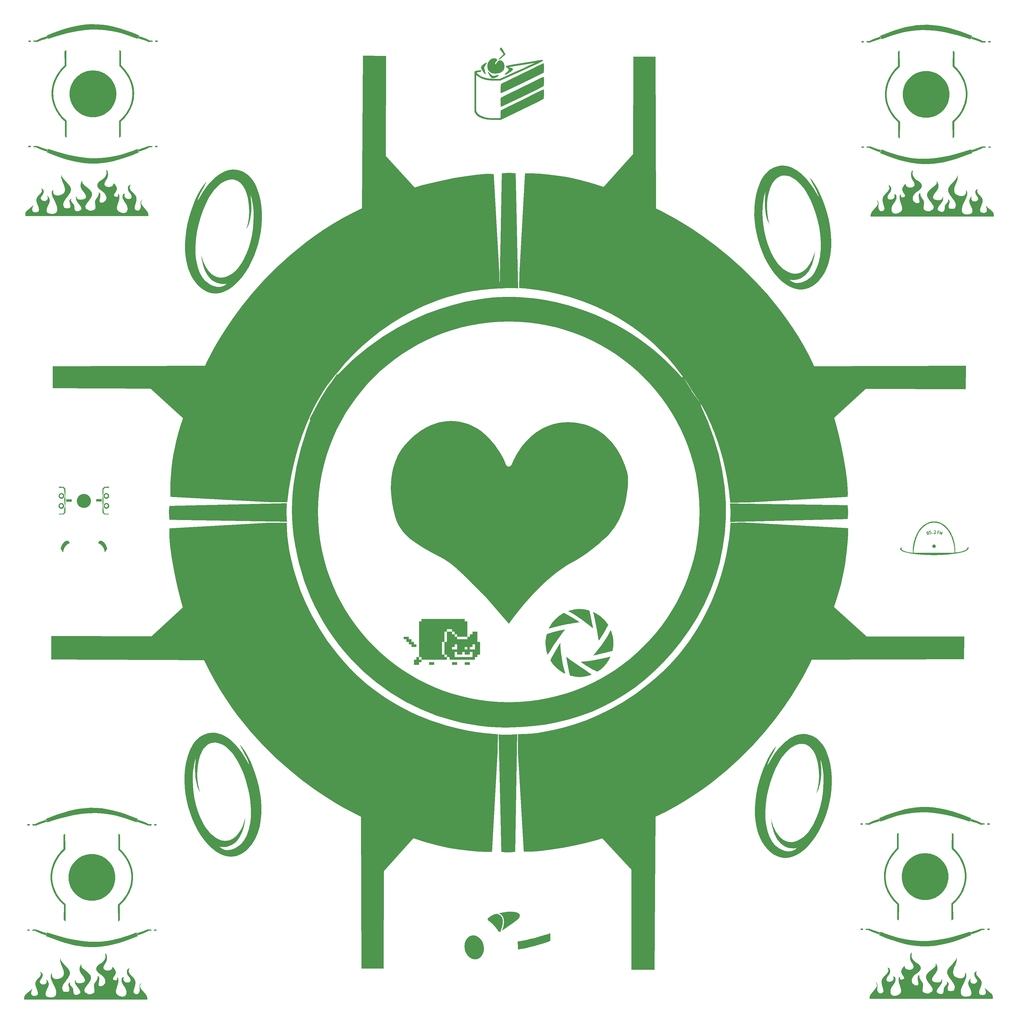
<source format=gbr>
%TF.GenerationSoftware,KiCad,Pcbnew,8.0.5*%
%TF.CreationDate,2025-02-22T16:40:47-08:00*%
%TF.ProjectId,proto-pcb-final,70726f74-6f2d-4706-9362-2d66696e616c,rev?*%
%TF.SameCoordinates,Original*%
%TF.FileFunction,Soldermask,Top*%
%TF.FilePolarity,Negative*%
%FSLAX46Y46*%
G04 Gerber Fmt 4.6, Leading zero omitted, Abs format (unit mm)*
G04 Created by KiCad (PCBNEW 8.0.5) date 2025-02-22 16:40:47*
%MOMM*%
%LPD*%
G01*
G04 APERTURE LIST*
G04 APERTURE END LIST*
G36*
X469141489Y-270978033D02*
G01*
X469143591Y-270978498D01*
X469145724Y-270978218D01*
X469145921Y-270978231D01*
X469162774Y-270982745D01*
X469179777Y-270986510D01*
X469179957Y-270986589D01*
X469181718Y-270987821D01*
X469183800Y-270988380D01*
X469183977Y-270988467D01*
X469197810Y-270999081D01*
X469212087Y-271009072D01*
X469212223Y-271009214D01*
X469213381Y-271011031D01*
X469215088Y-271012341D01*
X469215218Y-271012489D01*
X469223926Y-271027570D01*
X469233291Y-271042262D01*
X469233351Y-271042396D01*
X469234167Y-271045309D01*
X469234825Y-271046450D01*
X469234889Y-271046636D01*
X469235199Y-271048995D01*
X469238663Y-271061368D01*
X469238673Y-271061416D01*
X469338137Y-271624529D01*
X469705831Y-271186591D01*
X469705864Y-271186555D01*
X469715045Y-271177577D01*
X469716499Y-271175683D01*
X469716647Y-271175553D01*
X469717791Y-271174892D01*
X469719951Y-271172781D01*
X469720070Y-271172694D01*
X469735508Y-271164663D01*
X469750608Y-271155946D01*
X469750795Y-271155882D01*
X469752929Y-271155600D01*
X469754838Y-271154608D01*
X469755027Y-271154553D01*
X469772388Y-271153039D01*
X469789674Y-271150764D01*
X469789870Y-271150777D01*
X469791952Y-271151333D01*
X469794094Y-271151147D01*
X469794290Y-271151169D01*
X469810901Y-271156410D01*
X469827750Y-271160926D01*
X469827926Y-271161013D01*
X469829637Y-271162324D01*
X469831687Y-271162972D01*
X469831860Y-271163067D01*
X469845209Y-271174274D01*
X469859038Y-271184887D01*
X469859168Y-271185035D01*
X469860243Y-271186897D01*
X469861893Y-271188283D01*
X469862016Y-271188436D01*
X469870060Y-271203898D01*
X469878775Y-271218995D01*
X469878839Y-271219182D01*
X469879120Y-271221316D01*
X469880113Y-271223226D01*
X469880168Y-271223415D01*
X469881681Y-271240775D01*
X469883954Y-271258038D01*
X469883952Y-271258185D01*
X469883460Y-271261170D01*
X469883574Y-271262482D01*
X469883552Y-271262677D01*
X469882835Y-271264949D01*
X469880743Y-271277623D01*
X469880732Y-271277671D01*
X469621901Y-272243644D01*
X469621886Y-272243690D01*
X469614946Y-272262129D01*
X469614874Y-272262258D01*
X469591016Y-272293350D01*
X469590868Y-272293480D01*
X469556907Y-272313087D01*
X469556720Y-272313151D01*
X469517841Y-272318269D01*
X469517644Y-272318256D01*
X469479765Y-272308107D01*
X469479588Y-272308020D01*
X469448477Y-272284147D01*
X469448347Y-272283999D01*
X469428740Y-272250038D01*
X469428676Y-272249851D01*
X469423561Y-272210996D01*
X469423563Y-272210849D01*
X469426772Y-272191410D01*
X469426783Y-272191362D01*
X469567777Y-271665164D01*
X469353656Y-271920191D01*
X469353623Y-271920227D01*
X469347733Y-271925986D01*
X469346256Y-271928098D01*
X469346113Y-271928234D01*
X469344165Y-271929475D01*
X469339537Y-271934002D01*
X469339418Y-271934088D01*
X469325907Y-271941115D01*
X469313046Y-271949314D01*
X469312863Y-271949386D01*
X469308542Y-271950148D01*
X469304650Y-271952174D01*
X469304461Y-271952229D01*
X469289274Y-271953551D01*
X469274246Y-271956207D01*
X469274049Y-271956203D01*
X469269764Y-271955253D01*
X469265394Y-271955635D01*
X469265198Y-271955613D01*
X469250646Y-271951020D01*
X469235761Y-271947726D01*
X469235580Y-271947647D01*
X469231988Y-271945131D01*
X469227801Y-271943811D01*
X469227628Y-271943716D01*
X469215935Y-271933898D01*
X469203451Y-271925163D01*
X469203315Y-271925021D01*
X469200959Y-271921324D01*
X469197596Y-271918501D01*
X469197472Y-271918347D01*
X469190436Y-271904818D01*
X469182247Y-271891974D01*
X469182187Y-271891840D01*
X469180443Y-271885608D01*
X469179375Y-271883557D01*
X469179320Y-271883368D01*
X469179097Y-271880801D01*
X469176875Y-271872867D01*
X469176865Y-271872819D01*
X469118945Y-271544902D01*
X468977951Y-272071098D01*
X468977936Y-272071144D01*
X468970996Y-272089583D01*
X468970924Y-272089712D01*
X468947066Y-272120804D01*
X468946918Y-272120934D01*
X468912957Y-272140541D01*
X468912770Y-272140605D01*
X468873891Y-272145723D01*
X468873694Y-272145710D01*
X468835815Y-272135561D01*
X468835638Y-272135474D01*
X468804527Y-272111601D01*
X468804397Y-272111453D01*
X468784790Y-272077492D01*
X468784726Y-272077305D01*
X468779611Y-272038450D01*
X468779613Y-272038303D01*
X468782822Y-272018864D01*
X468782833Y-272018816D01*
X469041664Y-271052843D01*
X469041679Y-271052797D01*
X469046204Y-271040772D01*
X469046719Y-271038448D01*
X469046798Y-271038268D01*
X469047554Y-271037184D01*
X469048619Y-271034358D01*
X469048691Y-271034229D01*
X469059295Y-271020407D01*
X469069281Y-271006138D01*
X469069423Y-271006002D01*
X469071239Y-271004844D01*
X469072549Y-271003137D01*
X469072697Y-271003007D01*
X469087785Y-270994295D01*
X469102491Y-270984921D01*
X469102675Y-270984849D01*
X469104797Y-270984473D01*
X469106658Y-270983400D01*
X469106845Y-270983336D01*
X469124104Y-270981063D01*
X469141292Y-270978029D01*
X469141489Y-270978033D01*
G37*
G36*
X299744090Y-305827326D02*
G01*
X299744090Y-306708650D01*
X300625520Y-306708650D01*
X300626106Y-306709236D01*
X300626106Y-307590559D01*
X301507430Y-307590559D01*
X301508016Y-307591145D01*
X301508016Y-308472575D01*
X305033759Y-308472575D01*
X305033759Y-307591145D01*
X305034345Y-307590559D01*
X305915772Y-307590559D01*
X305915772Y-306709236D01*
X305916358Y-306708650D01*
X306797681Y-306708650D01*
X306797681Y-305827326D01*
X306798267Y-305826740D01*
X308563017Y-305826740D01*
X308563603Y-305827326D01*
X308563603Y-309354482D01*
X309444930Y-309354482D01*
X309445516Y-309355068D01*
X309445516Y-313765654D01*
X309444930Y-313766240D01*
X308563603Y-313766240D01*
X308563603Y-314647564D01*
X308563017Y-314648150D01*
X307681590Y-314648150D01*
X307681590Y-315529471D01*
X307681004Y-315530057D01*
X298860767Y-315530057D01*
X298860181Y-315529471D01*
X298860181Y-314648150D01*
X297978860Y-314648150D01*
X297978274Y-314647564D01*
X297978274Y-313766240D01*
X297096844Y-313766240D01*
X297096258Y-313765654D01*
X297096258Y-311120408D01*
X299744090Y-311120408D01*
X299744090Y-312000316D01*
X301496355Y-311998892D01*
X301496941Y-311999478D01*
X301496941Y-312883638D01*
X301496355Y-312884224D01*
X300626104Y-312884224D01*
X300623325Y-314648890D01*
X306797681Y-314646150D01*
X306797681Y-312884224D01*
X305917772Y-312884224D01*
X305917772Y-313765654D01*
X305917186Y-313766240D01*
X304152433Y-313766240D01*
X304151847Y-313765654D01*
X304151847Y-312884224D01*
X303271938Y-312884224D01*
X303271938Y-313765654D01*
X303271352Y-313766240D01*
X301506602Y-313766240D01*
X301506016Y-313765654D01*
X301506016Y-311125876D01*
X301495524Y-311125893D01*
X301494936Y-311125298D01*
X301494954Y-311123892D01*
X302786684Y-311123892D01*
X304153261Y-311123892D01*
X304153847Y-311124478D01*
X304153847Y-312000317D01*
X305033753Y-312000317D01*
X305028932Y-311124482D01*
X305029518Y-311123892D01*
X305912360Y-311123892D01*
X305912945Y-311124474D01*
X305917767Y-312000317D01*
X307679590Y-312000317D01*
X307679590Y-310238392D01*
X306799681Y-310238392D01*
X306799681Y-311119822D01*
X306799095Y-311120408D01*
X305034761Y-311120408D01*
X302786684Y-311123892D01*
X301494954Y-311123892D01*
X301506003Y-310238392D01*
X300626106Y-310238392D01*
X300626106Y-311119822D01*
X300625520Y-311120408D01*
X299744090Y-311120408D01*
X297096258Y-311120408D01*
X297096258Y-309355068D01*
X297096844Y-309354482D01*
X297978274Y-309354482D01*
X297978274Y-305827326D01*
X297978860Y-305826740D01*
X299743504Y-305826740D01*
X299744090Y-305827326D01*
G37*
G36*
X304153847Y-301417569D02*
G01*
X304153847Y-302298892D01*
X305035173Y-302298892D01*
X305035759Y-302299478D01*
X305035759Y-307591973D01*
X305035173Y-307592559D01*
X301506602Y-307592559D01*
X301506016Y-307591973D01*
X301506016Y-306710650D01*
X300624692Y-306710650D01*
X300624106Y-306710064D01*
X300624106Y-305828740D01*
X299742676Y-305828740D01*
X299742090Y-305828154D01*
X299742090Y-304946726D01*
X297980274Y-304946726D01*
X297980274Y-305828154D01*
X297979688Y-305828740D01*
X297098258Y-305828740D01*
X297098258Y-309355896D01*
X297097672Y-309356482D01*
X296216348Y-309356482D01*
X296216348Y-313764240D01*
X297097672Y-313764240D01*
X297098258Y-313764826D01*
X297098258Y-314646150D01*
X297979688Y-314646150D01*
X297980274Y-314646736D01*
X297980274Y-315529471D01*
X297979688Y-315530057D01*
X289159344Y-315530057D01*
X289158758Y-315529471D01*
X289158758Y-314648150D01*
X288277434Y-314648150D01*
X288276848Y-314647564D01*
X288276848Y-302299478D01*
X288277434Y-302298892D01*
X289158758Y-302298892D01*
X289158758Y-301417569D01*
X289159344Y-301416983D01*
X304153261Y-301416983D01*
X304153847Y-301417569D01*
G37*
G36*
X178178417Y-259903396D02*
G01*
X178224172Y-259956200D01*
X178235378Y-260007711D01*
X178235378Y-260609711D01*
X178215693Y-260676750D01*
X178162889Y-260722505D01*
X178111378Y-260733711D01*
X176434378Y-260733711D01*
X176367339Y-260714026D01*
X176321584Y-260661222D01*
X176310378Y-260609711D01*
X176310378Y-260007711D01*
X176330063Y-259940672D01*
X176382867Y-259894917D01*
X176434378Y-259883711D01*
X178111378Y-259883711D01*
X178178417Y-259903396D01*
G37*
G36*
X301514339Y-316410074D02*
G01*
X301514925Y-316410660D01*
X301514925Y-317293396D01*
X301514339Y-317293982D01*
X299742676Y-317293982D01*
X299742090Y-317293396D01*
X299742090Y-316410658D01*
X299742676Y-316410072D01*
X301514339Y-316410074D01*
G37*
G36*
X300568614Y-232823865D02*
G01*
X300568648Y-232823868D01*
X301741297Y-232946675D01*
X301741330Y-232946680D01*
X302942905Y-233154236D01*
X302942936Y-233154243D01*
X303929964Y-233390547D01*
X303929993Y-233390555D01*
X304881586Y-233680844D01*
X304881614Y-233680853D01*
X305798042Y-234021095D01*
X305798068Y-234021105D01*
X306679600Y-234407267D01*
X306679625Y-234407278D01*
X307526528Y-234835327D01*
X307526551Y-234835340D01*
X308339095Y-235301245D01*
X308339117Y-235301258D01*
X309117571Y-235800985D01*
X309117591Y-235800998D01*
X309862224Y-236330517D01*
X309862242Y-236330530D01*
X310573331Y-236885813D01*
X311251143Y-237462829D01*
X311895941Y-238057539D01*
X312507987Y-238665907D01*
X312508005Y-238665925D01*
X313634915Y-239907493D01*
X313634935Y-239907517D01*
X314634093Y-241155350D01*
X314634110Y-241155371D01*
X315507664Y-242377207D01*
X315507678Y-242377227D01*
X316257786Y-243540817D01*
X316886597Y-244613905D01*
X317396254Y-245564219D01*
X317396264Y-245564239D01*
X318066718Y-246967507D01*
X318066728Y-246967530D01*
X318286397Y-247492650D01*
X318286408Y-247492680D01*
X318325774Y-247606918D01*
X318368905Y-247715153D01*
X318415596Y-247817308D01*
X318465677Y-247913358D01*
X318518927Y-248003189D01*
X318575177Y-248086768D01*
X318634199Y-248163980D01*
X318695817Y-248234779D01*
X318759839Y-248299098D01*
X318826063Y-248356857D01*
X318894288Y-248407983D01*
X318964322Y-248452405D01*
X319035973Y-248490056D01*
X319109031Y-248520855D01*
X319183325Y-248544744D01*
X319258649Y-248561646D01*
X319334811Y-248571487D01*
X319411601Y-248574199D01*
X319488839Y-248569708D01*
X319566348Y-248557940D01*
X319643902Y-248538826D01*
X319721321Y-248512290D01*
X319798418Y-248478258D01*
X319874980Y-248436662D01*
X319950840Y-248387414D01*
X320025766Y-248330463D01*
X320099581Y-248265725D01*
X320172112Y-248193103D01*
X320243118Y-248112570D01*
X320312422Y-248024034D01*
X320379837Y-247927410D01*
X320445136Y-247822674D01*
X320710632Y-247158914D01*
X321052387Y-246399143D01*
X321542198Y-245416436D01*
X321542209Y-245416416D01*
X322186632Y-244257471D01*
X322186645Y-244257449D01*
X322992244Y-242968957D01*
X322992260Y-242968933D01*
X323965589Y-241597600D01*
X323965603Y-241597581D01*
X324517224Y-240895430D01*
X325113241Y-240190077D01*
X325754471Y-239487362D01*
X326441734Y-238793123D01*
X327175840Y-238113206D01*
X327175857Y-238113191D01*
X327957626Y-237453435D01*
X327957646Y-237453420D01*
X328787905Y-236819653D01*
X328787926Y-236819638D01*
X329667494Y-236217699D01*
X329667516Y-236217684D01*
X330597214Y-235653412D01*
X330597239Y-235653398D01*
X331577885Y-235132628D01*
X331577912Y-235132615D01*
X332610327Y-234661187D01*
X332610355Y-234661175D01*
X333695358Y-234244927D01*
X333695388Y-234244916D01*
X334833797Y-233889686D01*
X334833828Y-233889677D01*
X336026462Y-233601301D01*
X336026494Y-233601294D01*
X337274175Y-233385611D01*
X337274208Y-233385606D01*
X338577752Y-233248455D01*
X338577785Y-233248452D01*
X339938012Y-233195668D01*
X339938044Y-233195668D01*
X341355773Y-233233090D01*
X341355805Y-233233092D01*
X342723721Y-233356896D01*
X342723754Y-233356900D01*
X344031017Y-233561596D01*
X344031049Y-233561602D01*
X345278806Y-233842094D01*
X345278838Y-233842102D01*
X346468237Y-234193296D01*
X346468268Y-234193306D01*
X347600453Y-234610105D01*
X347600483Y-234610117D01*
X348676603Y-235087425D01*
X348676631Y-235087439D01*
X349697831Y-235620161D01*
X349697858Y-235620176D01*
X350665287Y-236203215D01*
X350665312Y-236203231D01*
X351580115Y-236831493D01*
X351580138Y-236831510D01*
X352443463Y-237499898D01*
X352443484Y-237499915D01*
X353256478Y-238203333D01*
X353256497Y-238203351D01*
X354020307Y-238936703D01*
X354020325Y-238936721D01*
X354736098Y-239694913D01*
X354736114Y-239694930D01*
X355405005Y-240472874D01*
X356028160Y-241265473D01*
X356606715Y-242067620D01*
X356606732Y-242067643D01*
X357634628Y-243680183D01*
X357634645Y-243680213D01*
X358497930Y-245269819D01*
X358497944Y-245269847D01*
X359205795Y-246795749D01*
X359205807Y-246795776D01*
X359767399Y-248217213D01*
X359767409Y-248217239D01*
X360191921Y-249493447D01*
X360191929Y-249493473D01*
X360488539Y-250583690D01*
X360488546Y-250583720D01*
X360666432Y-251447188D01*
X360666439Y-251447232D01*
X360734773Y-252043187D01*
X360734776Y-252043234D01*
X360760195Y-253392620D01*
X360736864Y-254695157D01*
X360667924Y-255951114D01*
X360556523Y-257160749D01*
X360556519Y-257160777D01*
X360218910Y-259442115D01*
X360218903Y-259442150D01*
X359749173Y-261541376D01*
X359749164Y-261541411D01*
X359172467Y-263460620D01*
X359172456Y-263460653D01*
X358513944Y-265201949D01*
X358513932Y-265201980D01*
X357798758Y-266767463D01*
X357798744Y-266767492D01*
X357052062Y-268159265D01*
X357052047Y-268159291D01*
X356299009Y-269379454D01*
X356298994Y-269379478D01*
X355564753Y-270430135D01*
X355564737Y-270430156D01*
X354874446Y-271313409D01*
X354874430Y-271313428D01*
X354253239Y-272031380D01*
X354253217Y-272031403D01*
X353318764Y-272979794D01*
X353318737Y-272979819D01*
X352962537Y-273292210D01*
X352962538Y-273292211D01*
X351670362Y-274445592D01*
X350486081Y-275472861D01*
X349399705Y-276385100D01*
X348401235Y-277193396D01*
X347480675Y-277908837D01*
X346628029Y-278542509D01*
X345833301Y-279105500D01*
X345086487Y-279608896D01*
X343696657Y-280481239D01*
X342378562Y-281248237D01*
X339637693Y-282820977D01*
X337900107Y-283933432D01*
X336181559Y-285170709D01*
X334491624Y-286510448D01*
X332839875Y-287930285D01*
X331235846Y-289407896D01*
X329689124Y-290920902D01*
X328209227Y-292446996D01*
X326805774Y-293963762D01*
X326805775Y-293963763D01*
X325488269Y-295448919D01*
X325488268Y-295448918D01*
X324266325Y-296880045D01*
X322147243Y-299490953D01*
X320525014Y-301617671D01*
X319475815Y-303081812D01*
X319474847Y-303081858D01*
X311825948Y-294285370D01*
X310293737Y-292675558D01*
X310293737Y-292675559D01*
X308637482Y-290969643D01*
X308637482Y-290969644D01*
X306618061Y-288935404D01*
X306618061Y-288935403D01*
X304408190Y-286777118D01*
X304408190Y-286777117D01*
X303285817Y-285715302D01*
X303285817Y-285715303D01*
X302180569Y-284699050D01*
X302180569Y-284699049D01*
X301114088Y-283753943D01*
X300107909Y-282905467D01*
X299183658Y-282179187D01*
X298362918Y-281600630D01*
X297071891Y-280795416D01*
X295738181Y-280020403D01*
X292995645Y-278515053D01*
X290241138Y-276992689D01*
X288892431Y-276196390D01*
X287580401Y-275361365D01*
X287580382Y-275361352D01*
X286318246Y-274476110D01*
X286318223Y-274476093D01*
X285119197Y-273529136D01*
X285119170Y-273529114D01*
X283996479Y-272508954D01*
X283996458Y-272508933D01*
X283467854Y-271967797D01*
X282963296Y-271404053D01*
X282963281Y-271404036D01*
X282484424Y-270816252D01*
X282484409Y-270816233D01*
X282032898Y-270202965D01*
X282032883Y-270202944D01*
X281610371Y-269562756D01*
X281610357Y-269562733D01*
X281218498Y-268894188D01*
X281218485Y-268894164D01*
X280858931Y-268195826D01*
X280858918Y-268195801D01*
X280533321Y-267466235D01*
X280533310Y-267466209D01*
X280243324Y-266703976D01*
X280243315Y-266703950D01*
X279990590Y-265907609D01*
X279628198Y-264561165D01*
X279322524Y-263252395D01*
X279322519Y-263252370D01*
X278869472Y-260749173D01*
X278869467Y-260749140D01*
X278607726Y-258400559D01*
X278607724Y-258400525D01*
X278513585Y-256209203D01*
X278513585Y-256209169D01*
X278563346Y-254177747D01*
X278563348Y-254177714D01*
X278733303Y-252308830D01*
X278733307Y-252308798D01*
X278999753Y-250605092D01*
X278999759Y-250605062D01*
X279338992Y-249069174D01*
X279338999Y-249069145D01*
X279727315Y-247703715D01*
X279727324Y-247703688D01*
X280141018Y-246511354D01*
X280141027Y-246511329D01*
X280556396Y-245494732D01*
X280556406Y-245494709D01*
X280949748Y-244656482D01*
X280949763Y-244656452D01*
X281575532Y-243525699D01*
X281575552Y-243525667D01*
X281828755Y-243140084D01*
X282206898Y-242596362D01*
X282669568Y-241982636D01*
X283308204Y-241195649D01*
X284117979Y-240276388D01*
X284117995Y-240276372D01*
X285094088Y-239265817D01*
X285094106Y-239265799D01*
X286231709Y-238204918D01*
X286859582Y-237668400D01*
X287526021Y-237134675D01*
X288230427Y-236608859D01*
X288972198Y-236096074D01*
X289750732Y-235601445D01*
X290565426Y-235130093D01*
X291415668Y-234687147D01*
X291415690Y-234687136D01*
X292300876Y-234277718D01*
X292300898Y-234277708D01*
X293220435Y-233906935D01*
X293220460Y-233906925D01*
X294173746Y-233579921D01*
X294173772Y-233579912D01*
X295160205Y-233301798D01*
X295160233Y-233301790D01*
X296179208Y-233077689D01*
X296179238Y-233077683D01*
X297230154Y-232912720D01*
X297230186Y-232912716D01*
X298312439Y-232812010D01*
X298312472Y-232812008D01*
X299425460Y-232780684D01*
X299425493Y-232780684D01*
X300568614Y-232823865D01*
G37*
G36*
X312317795Y-111677185D02*
G01*
X312330454Y-111678874D01*
X312330539Y-111678892D01*
X312344820Y-111683411D01*
X312344879Y-111683434D01*
X312360884Y-111690835D01*
X312360925Y-111690856D01*
X312378762Y-111701198D01*
X312378803Y-111701224D01*
X312420341Y-111730952D01*
X312420373Y-111730977D01*
X312470415Y-111773188D01*
X312470433Y-111773205D01*
X312529753Y-111828385D01*
X312599118Y-111897018D01*
X312679291Y-111979579D01*
X312771037Y-112076554D01*
X312992318Y-112315668D01*
X313135146Y-112470300D01*
X313135145Y-112470300D01*
X313263292Y-112605669D01*
X313263293Y-112605669D01*
X313379437Y-112722656D01*
X313486129Y-112822009D01*
X313586069Y-112904627D01*
X313634293Y-112939891D01*
X313681809Y-112971278D01*
X313728956Y-112998899D01*
X313776022Y-113022834D01*
X313823390Y-113043216D01*
X313871343Y-113060127D01*
X313920237Y-113073683D01*
X313970397Y-113083984D01*
X314022160Y-113091135D01*
X314075826Y-113095235D01*
X314131764Y-113096390D01*
X314190284Y-113094701D01*
X314316413Y-113083202D01*
X314456793Y-113061562D01*
X314614088Y-113030603D01*
X314790932Y-112991145D01*
X314989911Y-112944024D01*
X315163897Y-112903157D01*
X315318927Y-112868854D01*
X315455394Y-112841222D01*
X315516800Y-112829940D01*
X315573714Y-112820365D01*
X315626192Y-112812511D01*
X315674283Y-112806392D01*
X315718039Y-112802020D01*
X315757513Y-112799410D01*
X315792744Y-112798576D01*
X315792771Y-112798576D01*
X315823808Y-112799530D01*
X315823843Y-112799532D01*
X315850751Y-112802291D01*
X315850798Y-112802298D01*
X315873629Y-112806877D01*
X315873692Y-112806894D01*
X315892489Y-112813310D01*
X315892549Y-112813335D01*
X315900469Y-112817248D01*
X315900515Y-112817274D01*
X315907440Y-112821653D01*
X315907489Y-112821688D01*
X315913431Y-112826541D01*
X315913481Y-112826588D01*
X315918442Y-112831917D01*
X315918489Y-112831975D01*
X315922472Y-112837781D01*
X315922510Y-112837848D01*
X315925519Y-112844130D01*
X315925546Y-112844201D01*
X315927583Y-112850956D01*
X315927599Y-112851027D01*
X315928669Y-112858250D01*
X315928674Y-112858316D01*
X315928789Y-112866005D01*
X315928787Y-112866064D01*
X315927952Y-112874232D01*
X315927939Y-112874304D01*
X315923468Y-112892012D01*
X315923444Y-112892081D01*
X315915277Y-112911697D01*
X315915254Y-112911745D01*
X315903448Y-112933276D01*
X315903428Y-112933310D01*
X315888037Y-112956776D01*
X315888020Y-112956800D01*
X315869092Y-112982218D01*
X315869078Y-112982236D01*
X315846659Y-113009629D01*
X315820798Y-113039010D01*
X315791551Y-113070385D01*
X315758968Y-113103770D01*
X315723089Y-113139187D01*
X315612210Y-113239437D01*
X315612185Y-113239458D01*
X315491136Y-113335396D01*
X315491113Y-113335413D01*
X315361548Y-113426441D01*
X315361526Y-113426455D01*
X315225105Y-113511972D01*
X315225084Y-113511984D01*
X315083461Y-113591390D01*
X315083440Y-113591401D01*
X314938275Y-113664093D01*
X314938255Y-113664103D01*
X314791204Y-113729480D01*
X314791182Y-113729489D01*
X314643902Y-113786952D01*
X314643880Y-113786960D01*
X314498028Y-113835905D01*
X314498003Y-113835913D01*
X314355237Y-113875738D01*
X314355209Y-113875745D01*
X314217185Y-113905851D01*
X314217153Y-113905856D01*
X314085525Y-113925638D01*
X314085487Y-113925642D01*
X313961920Y-113934499D01*
X313961886Y-113934500D01*
X313903630Y-113934642D01*
X313903604Y-113934641D01*
X313847989Y-113931826D01*
X313847959Y-113931824D01*
X313795184Y-113925974D01*
X313795150Y-113925969D01*
X313745423Y-113917011D01*
X313745385Y-113917002D01*
X313698911Y-113904857D01*
X313698869Y-113904844D01*
X313655856Y-113889436D01*
X313655810Y-113889417D01*
X313610070Y-113867696D01*
X313610032Y-113867676D01*
X313561923Y-113839605D01*
X313561883Y-113839578D01*
X313459593Y-113765867D01*
X313459557Y-113765838D01*
X313350797Y-113671117D01*
X313350772Y-113671094D01*
X313237550Y-113558287D01*
X313237532Y-113558268D01*
X313121841Y-113430286D01*
X313005685Y-113290047D01*
X312891077Y-113140482D01*
X312780019Y-112984510D01*
X312674516Y-112825049D01*
X312576572Y-112665020D01*
X312488191Y-112507340D01*
X312411383Y-112354938D01*
X312411372Y-112354914D01*
X312348142Y-112210712D01*
X312348129Y-112210679D01*
X312300477Y-112077583D01*
X312300463Y-112077537D01*
X312270398Y-111958468D01*
X312270388Y-111958418D01*
X312262575Y-111905036D01*
X312262571Y-111904991D01*
X312259911Y-111856221D01*
X312259911Y-111856185D01*
X312260851Y-111803298D01*
X312260853Y-111803269D01*
X312264186Y-111759005D01*
X312264193Y-111758952D01*
X312270691Y-111723783D01*
X312270708Y-111723716D01*
X312275396Y-111709664D01*
X312275423Y-111709599D01*
X312281202Y-111697999D01*
X312281253Y-111697917D01*
X312288235Y-111688823D01*
X312288323Y-111688734D01*
X312296611Y-111682225D01*
X312296736Y-111682153D01*
X312306412Y-111678315D01*
X312306548Y-111678282D01*
X312317679Y-111677183D01*
X312317795Y-111677185D01*
G37*
G36*
X339362516Y-314562345D02*
G01*
X339365070Y-314562748D01*
X339365135Y-314562763D01*
X339367966Y-314563608D01*
X339368011Y-314563624D01*
X339371135Y-314564893D01*
X339371167Y-314564908D01*
X339374600Y-314566592D01*
X339374632Y-314566609D01*
X339382447Y-314571161D01*
X339382471Y-314571176D01*
X339391651Y-314577252D01*
X339414338Y-314593580D01*
X339589924Y-314725506D01*
X339912093Y-314969095D01*
X340096680Y-315107501D01*
X340293229Y-315251458D01*
X340293228Y-315251458D01*
X340518975Y-315412980D01*
X340791205Y-315604114D01*
X341544143Y-316123334D01*
X342690116Y-316905357D01*
X344041586Y-317832708D01*
X345410172Y-318781786D01*
X347470417Y-320216424D01*
X347734297Y-320400679D01*
X347950469Y-320554837D01*
X348096629Y-320662767D01*
X348136492Y-320694363D01*
X348136515Y-320694382D01*
X348146953Y-320703734D01*
X348147016Y-320703802D01*
X348150781Y-320708707D01*
X348150852Y-320709238D01*
X348149163Y-320713336D01*
X348149050Y-320713504D01*
X348144208Y-320718266D01*
X348144125Y-320718331D01*
X348125460Y-320730217D01*
X348125414Y-320730242D01*
X348095313Y-320745241D01*
X348095291Y-320745251D01*
X348054578Y-320763088D01*
X348004097Y-320783472D01*
X347944698Y-320806111D01*
X347802547Y-320856976D01*
X347634895Y-320913339D01*
X347448537Y-320972853D01*
X347250257Y-321033165D01*
X347046845Y-321091928D01*
X346668817Y-321192401D01*
X346295081Y-321280172D01*
X345925035Y-321355248D01*
X345558073Y-321417639D01*
X345193589Y-321467352D01*
X344830978Y-321504398D01*
X344469633Y-321528786D01*
X344108949Y-321540525D01*
X343748320Y-321539623D01*
X343387139Y-321526092D01*
X343024803Y-321499937D01*
X342660705Y-321461172D01*
X342294237Y-321409803D01*
X341924796Y-321345841D01*
X341551775Y-321269294D01*
X341174580Y-321180175D01*
X340984551Y-321134424D01*
X340909427Y-321115863D01*
X340845681Y-321097740D01*
X340845658Y-321097732D01*
X340817603Y-321088262D01*
X340817581Y-321088254D01*
X340791841Y-321078206D01*
X340791814Y-321078195D01*
X340768207Y-321067338D01*
X340768175Y-321067322D01*
X340746526Y-321055428D01*
X340746491Y-321055407D01*
X340726626Y-321042247D01*
X340726589Y-321042220D01*
X340708331Y-321027566D01*
X340708296Y-321027534D01*
X340691472Y-321011157D01*
X340691439Y-321011122D01*
X340675874Y-320992797D01*
X340675847Y-320992762D01*
X340661366Y-320972262D01*
X340661344Y-320972228D01*
X340647769Y-320949327D01*
X340647752Y-320949297D01*
X340634906Y-320923767D01*
X340634894Y-320923741D01*
X340622599Y-320895354D01*
X340622590Y-320895332D01*
X340610665Y-320863852D01*
X340598932Y-320829045D01*
X340575354Y-320748602D01*
X340550432Y-320652155D01*
X340522751Y-320537879D01*
X340453445Y-320248500D01*
X340322570Y-319700084D01*
X340198772Y-319153222D01*
X340077731Y-318585782D01*
X339955119Y-317975630D01*
X339826614Y-317300631D01*
X339687889Y-316538649D01*
X339362489Y-314665196D01*
X339356044Y-314626083D01*
X339353758Y-314610349D01*
X339352187Y-314597050D01*
X339352184Y-314597027D01*
X339351393Y-314586066D01*
X339351392Y-314586027D01*
X339351446Y-314577309D01*
X339351449Y-314577260D01*
X339351818Y-314573691D01*
X339351825Y-314573644D01*
X339352435Y-314570597D01*
X339352452Y-314570534D01*
X339353320Y-314567985D01*
X339353356Y-314567903D01*
X339354502Y-314565844D01*
X339354571Y-314565749D01*
X339356012Y-314564180D01*
X339356120Y-314564091D01*
X339357863Y-314563027D01*
X339357992Y-314562971D01*
X339360016Y-314562418D01*
X339360135Y-314562400D01*
X339362424Y-314562339D01*
X339362516Y-314562345D01*
G37*
G36*
X311727978Y-108490486D02*
G01*
X311750953Y-108493119D01*
X311751049Y-108493140D01*
X311770186Y-108499249D01*
X311770300Y-108499302D01*
X311785586Y-108508900D01*
X311785698Y-108508996D01*
X311797100Y-108522082D01*
X311797179Y-108522205D01*
X311804676Y-108538753D01*
X311804713Y-108538871D01*
X311808308Y-108558850D01*
X311808316Y-108558945D01*
X311808022Y-108582345D01*
X311808017Y-108582416D01*
X311803845Y-108609238D01*
X311803834Y-108609289D01*
X311795790Y-108639537D01*
X311795778Y-108639576D01*
X311783861Y-108673254D01*
X311783849Y-108673283D01*
X311768058Y-108710394D01*
X311768048Y-108710416D01*
X311748379Y-108750969D01*
X311724831Y-108794957D01*
X311724819Y-108794978D01*
X311666101Y-108893225D01*
X311666089Y-108893245D01*
X311591839Y-109005228D01*
X311502049Y-109130926D01*
X311423712Y-109238470D01*
X311423713Y-109238471D01*
X311351949Y-109339381D01*
X311286569Y-109434036D01*
X311286570Y-109434037D01*
X311227338Y-109522900D01*
X311174073Y-109606336D01*
X311126560Y-109684772D01*
X311084610Y-109758586D01*
X311047975Y-109828258D01*
X311016483Y-109894143D01*
X310989920Y-109956654D01*
X310968073Y-110016223D01*
X310950737Y-110073253D01*
X310937708Y-110128142D01*
X310928776Y-110181309D01*
X310923737Y-110233156D01*
X310922379Y-110284105D01*
X310927795Y-110339404D01*
X310942621Y-110427697D01*
X310995664Y-110683885D01*
X311071823Y-111014045D01*
X311161411Y-111379606D01*
X311254743Y-111742019D01*
X311254744Y-111742019D01*
X311342143Y-112062757D01*
X311413908Y-112303213D01*
X311440894Y-112381275D01*
X311460327Y-112424796D01*
X311462029Y-112427746D01*
X311462043Y-112427771D01*
X311463586Y-112430845D01*
X311463598Y-112430871D01*
X311464953Y-112434006D01*
X311464963Y-112434032D01*
X311466129Y-112437222D01*
X311466138Y-112437248D01*
X311467119Y-112440484D01*
X311467126Y-112440511D01*
X311467923Y-112443790D01*
X311467929Y-112443817D01*
X311468544Y-112447130D01*
X311468548Y-112447156D01*
X311468983Y-112450498D01*
X311468986Y-112450525D01*
X311469243Y-112453889D01*
X311469244Y-112453915D01*
X311469325Y-112457295D01*
X311469325Y-112457321D01*
X311469231Y-112460710D01*
X311469230Y-112460735D01*
X311468965Y-112464129D01*
X311468962Y-112464154D01*
X311468526Y-112467545D01*
X311468523Y-112467569D01*
X311467918Y-112470950D01*
X311467913Y-112470973D01*
X311467143Y-112474340D01*
X311467137Y-112474363D01*
X311466203Y-112477706D01*
X311466196Y-112477729D01*
X311465099Y-112481045D01*
X311465091Y-112481067D01*
X311463833Y-112484350D01*
X311463824Y-112484371D01*
X311462408Y-112487613D01*
X311462398Y-112487634D01*
X311460824Y-112490829D01*
X311460814Y-112490849D01*
X311459086Y-112493992D01*
X311459074Y-112494011D01*
X311457187Y-112497104D01*
X311455149Y-112500132D01*
X311455136Y-112500150D01*
X311452947Y-112503105D01*
X311450612Y-112505983D01*
X311450598Y-112506000D01*
X311448116Y-112508792D01*
X311445483Y-112511503D01*
X311442716Y-112514108D01*
X311442700Y-112514123D01*
X311439792Y-112516625D01*
X311436747Y-112519017D01*
X311436729Y-112519031D01*
X311433557Y-112521301D01*
X311433538Y-112521313D01*
X311430192Y-112523487D01*
X311430089Y-112523538D01*
X311412805Y-112529768D01*
X311412635Y-112529798D01*
X311391410Y-112529836D01*
X311391294Y-112529823D01*
X311366412Y-112523947D01*
X311366338Y-112523924D01*
X311337992Y-112512403D01*
X311337926Y-112512370D01*
X311271734Y-112473439D01*
X311271687Y-112473408D01*
X311194206Y-112414942D01*
X311194179Y-112414920D01*
X311107171Y-112338937D01*
X311107152Y-112338920D01*
X311012370Y-112247422D01*
X310911575Y-112142422D01*
X310806539Y-112025940D01*
X310699024Y-111899986D01*
X310590797Y-111766574D01*
X310483619Y-111627713D01*
X310379257Y-111485420D01*
X310279473Y-111341704D01*
X310186035Y-111198578D01*
X310100705Y-111058052D01*
X310025250Y-110922144D01*
X309985395Y-110843050D01*
X309949869Y-110765471D01*
X309918711Y-110689338D01*
X309918703Y-110689317D01*
X309891951Y-110614557D01*
X309891944Y-110614534D01*
X309869630Y-110541063D01*
X309869623Y-110541037D01*
X309851786Y-110468780D01*
X309851780Y-110468752D01*
X309838453Y-110397633D01*
X309838449Y-110397603D01*
X309829673Y-110327548D01*
X309829670Y-110327517D01*
X309825480Y-110258452D01*
X309825479Y-110258418D01*
X309825912Y-110190268D01*
X309825914Y-110190234D01*
X309831007Y-110122924D01*
X309831011Y-110122889D01*
X309840801Y-110056347D01*
X309840808Y-110056312D01*
X309855332Y-109990462D01*
X309855341Y-109990428D01*
X309874636Y-109925198D01*
X309874647Y-109925165D01*
X309898748Y-109860477D01*
X309898760Y-109860446D01*
X309927704Y-109796230D01*
X309927718Y-109796201D01*
X309961540Y-109732378D01*
X309961555Y-109732352D01*
X310000293Y-109668850D01*
X310000308Y-109668826D01*
X310043998Y-109605571D01*
X310044013Y-109605550D01*
X310092691Y-109542464D01*
X310092706Y-109542446D01*
X310146407Y-109479456D01*
X310146422Y-109479439D01*
X310205191Y-109416463D01*
X310269064Y-109353426D01*
X310338070Y-109290262D01*
X310412245Y-109226896D01*
X310491633Y-109163247D01*
X310666146Y-109034835D01*
X310666165Y-109034821D01*
X310861949Y-108904391D01*
X311079300Y-108771341D01*
X311221331Y-108690024D01*
X311348006Y-108622581D01*
X311459310Y-108569003D01*
X311509208Y-108547405D01*
X311555258Y-108529269D01*
X311597455Y-108514597D01*
X311597479Y-108514590D01*
X311635821Y-108503381D01*
X311635851Y-108503373D01*
X311670347Y-108495622D01*
X311670387Y-108495615D01*
X311701040Y-108491321D01*
X311701094Y-108491316D01*
X311727905Y-108490483D01*
X311727978Y-108490486D01*
G37*
G36*
X179850648Y-257761274D02*
G01*
X179856923Y-257761592D01*
X179901158Y-257764961D01*
X179907400Y-257765596D01*
X179950864Y-257771129D01*
X179957034Y-257772073D01*
X179999783Y-257779718D01*
X180005879Y-257780966D01*
X180047854Y-257790668D01*
X180053842Y-257792211D01*
X180094998Y-257803913D01*
X180100866Y-257805739D01*
X180141171Y-257819391D01*
X180146917Y-257821497D01*
X180186330Y-257837054D01*
X180191923Y-257839422D01*
X180230407Y-257856836D01*
X180235850Y-257859460D01*
X180273305Y-257878659D01*
X180278579Y-257881526D01*
X180315010Y-257902486D01*
X180320122Y-257905594D01*
X180355427Y-257928240D01*
X180360360Y-257931573D01*
X180394500Y-257955861D01*
X180399248Y-257959413D01*
X180432176Y-257985296D01*
X180436742Y-257989065D01*
X180468360Y-258016458D01*
X180472732Y-258020433D01*
X180503033Y-258049324D01*
X180507209Y-258053500D01*
X180536102Y-258083803D01*
X180540077Y-258088176D01*
X180567443Y-258119763D01*
X180571210Y-258124326D01*
X180597108Y-258157272D01*
X180600662Y-258162022D01*
X180624955Y-258196169D01*
X180628289Y-258201102D01*
X180650945Y-258236423D01*
X180654050Y-258241531D01*
X180674994Y-258277931D01*
X180677864Y-258283211D01*
X180697081Y-258320703D01*
X180699704Y-258326144D01*
X180717101Y-258364590D01*
X180719470Y-258370185D01*
X180735031Y-258409610D01*
X180737134Y-258415349D01*
X180750786Y-258455648D01*
X180752614Y-258461519D01*
X180764320Y-258502686D01*
X180765863Y-258508679D01*
X180775562Y-258550646D01*
X180776810Y-258556737D01*
X180784451Y-258599460D01*
X180785396Y-258605634D01*
X180790935Y-258649150D01*
X180791569Y-258655391D01*
X180794936Y-258699602D01*
X180795254Y-258705876D01*
X180796392Y-258750777D01*
X180796392Y-258757061D01*
X180795254Y-258801962D01*
X180794936Y-258808237D01*
X180791569Y-258852444D01*
X180790934Y-258858685D01*
X180785394Y-258902208D01*
X180784451Y-258908378D01*
X180776812Y-258951096D01*
X180775563Y-258957191D01*
X180765863Y-258999160D01*
X180764320Y-259005151D01*
X180752613Y-259046323D01*
X180750784Y-259052198D01*
X180737137Y-259092479D01*
X180735036Y-259098212D01*
X180719467Y-259137660D01*
X180717097Y-259143259D01*
X180699704Y-259181696D01*
X180697081Y-259187136D01*
X180677864Y-259224628D01*
X180674994Y-259229908D01*
X180654050Y-259266308D01*
X180650945Y-259271416D01*
X180628289Y-259306737D01*
X180624955Y-259311670D01*
X180600662Y-259345817D01*
X180597108Y-259350567D01*
X180571220Y-259383500D01*
X180567455Y-259388061D01*
X180540067Y-259419675D01*
X180536090Y-259424051D01*
X180507189Y-259454362D01*
X180503011Y-259458539D01*
X180472740Y-259487400D01*
X180468370Y-259491373D01*
X180436744Y-259518773D01*
X180432179Y-259522541D01*
X180399249Y-259548426D01*
X180394500Y-259551979D01*
X180360360Y-259576267D01*
X180355427Y-259579600D01*
X180320122Y-259602246D01*
X180315010Y-259605354D01*
X180278586Y-259626310D01*
X180273315Y-259629175D01*
X180235847Y-259648382D01*
X180230396Y-259651010D01*
X180191919Y-259668419D01*
X180186331Y-259670785D01*
X180146933Y-259686336D01*
X180141193Y-259688440D01*
X180100862Y-259702103D01*
X180094988Y-259703931D01*
X180053843Y-259715630D01*
X180047855Y-259717173D01*
X180005880Y-259726875D01*
X179999783Y-259728124D01*
X179957066Y-259735763D01*
X179950894Y-259736707D01*
X179911869Y-259741674D01*
X179896579Y-259742665D01*
X179759796Y-259743069D01*
X179746748Y-259742420D01*
X179610059Y-259728366D01*
X179594819Y-259725831D01*
X179557366Y-259717175D01*
X179551373Y-259715632D01*
X179510206Y-259703926D01*
X179504335Y-259702098D01*
X179464036Y-259688446D01*
X179458296Y-259686342D01*
X179418880Y-259670784D01*
X179413288Y-259668417D01*
X179374818Y-259651010D01*
X179369372Y-259648384D01*
X179331912Y-259629182D01*
X179326637Y-259626315D01*
X179290211Y-259605357D01*
X179285103Y-259602252D01*
X179249787Y-259579600D01*
X179244853Y-259576265D01*
X179210711Y-259551976D01*
X179205960Y-259548422D01*
X179173036Y-259522541D01*
X179168470Y-259518772D01*
X179136828Y-259491357D01*
X179132457Y-259487384D01*
X179102195Y-259458530D01*
X179098020Y-259454354D01*
X179069128Y-259424052D01*
X179065154Y-259419681D01*
X179037761Y-259388064D01*
X179033991Y-259383497D01*
X179008105Y-259350565D01*
X179004552Y-259345816D01*
X178980264Y-259311675D01*
X178976931Y-259306742D01*
X178954279Y-259271427D01*
X178951174Y-259266320D01*
X178930209Y-259229883D01*
X178927340Y-259224604D01*
X178908143Y-259187152D01*
X178905518Y-259181709D01*
X178888110Y-259143237D01*
X178885742Y-259137642D01*
X178870182Y-259098219D01*
X178868079Y-259092482D01*
X178854436Y-259052210D01*
X178852607Y-259046335D01*
X178840897Y-259005149D01*
X178839355Y-258999162D01*
X178829653Y-258957187D01*
X178828404Y-258951091D01*
X178820760Y-258908347D01*
X178819817Y-258902177D01*
X178814284Y-258858712D01*
X178813649Y-258852470D01*
X178810280Y-258808237D01*
X178809962Y-258801962D01*
X178808824Y-258757061D01*
X178808824Y-258750777D01*
X178809478Y-258724975D01*
X179229896Y-258724975D01*
X179229904Y-258725277D01*
X179229904Y-258731102D01*
X179229896Y-258731404D01*
X179230444Y-258753009D01*
X179230466Y-258753303D01*
X179230760Y-258759109D01*
X179230768Y-258759414D01*
X179232394Y-258780757D01*
X179232430Y-258781039D01*
X179233022Y-258786860D01*
X179233042Y-258787121D01*
X179235720Y-258808167D01*
X179235764Y-258808410D01*
X179236648Y-258814186D01*
X179236680Y-258814437D01*
X179240385Y-258835155D01*
X179240426Y-258835332D01*
X179241612Y-258841115D01*
X179241658Y-258841374D01*
X179246355Y-258861697D01*
X179246409Y-258861887D01*
X179247894Y-258867651D01*
X179247935Y-258867829D01*
X179253600Y-258887755D01*
X179253659Y-258887929D01*
X179255421Y-258893588D01*
X179255466Y-258893746D01*
X179262077Y-258913264D01*
X179262116Y-258913362D01*
X179264187Y-258919012D01*
X179264228Y-258919134D01*
X179271761Y-258938221D01*
X179271797Y-258938300D01*
X179274151Y-258943860D01*
X179274180Y-258943935D01*
X179282611Y-258962567D01*
X179282621Y-258962586D01*
X179285264Y-258968067D01*
X179285281Y-258968105D01*
X179294572Y-258986232D01*
X179297505Y-258991627D01*
X179297514Y-258991645D01*
X179307643Y-259009250D01*
X179310786Y-259014420D01*
X179321785Y-259031567D01*
X179325112Y-259036490D01*
X179336917Y-259053085D01*
X179340476Y-259057842D01*
X179353041Y-259073826D01*
X179356782Y-259078357D01*
X179370123Y-259093758D01*
X179374063Y-259098092D01*
X179388110Y-259112824D01*
X179392239Y-259116953D01*
X179406988Y-259131015D01*
X179411287Y-259134923D01*
X179426720Y-259148294D01*
X179431244Y-259152029D01*
X179447242Y-259164604D01*
X179451951Y-259168126D01*
X179468559Y-259179942D01*
X179473493Y-259183276D01*
X179490665Y-259194292D01*
X179495834Y-259197432D01*
X179513428Y-259207555D01*
X179518837Y-259210495D01*
X179536946Y-259219777D01*
X179536976Y-259219791D01*
X179542501Y-259222455D01*
X179542507Y-259222458D01*
X179561111Y-259230876D01*
X179561150Y-259230892D01*
X179566802Y-259233284D01*
X179566849Y-259233305D01*
X179585917Y-259240831D01*
X179585988Y-259240855D01*
X179591709Y-259242952D01*
X179591793Y-259242985D01*
X179611291Y-259249589D01*
X179611416Y-259249625D01*
X179617220Y-259251432D01*
X179617324Y-259251467D01*
X179637247Y-259257132D01*
X179744060Y-259258202D01*
X179756303Y-259261930D01*
X179910381Y-259258710D01*
X179912466Y-259258345D01*
X179913597Y-259258024D01*
X179913580Y-259257965D01*
X179936416Y-259251471D01*
X179936531Y-259251433D01*
X179942357Y-259249619D01*
X179942470Y-259249586D01*
X179961945Y-259242989D01*
X179962028Y-259242957D01*
X179967779Y-259240850D01*
X179967842Y-259240828D01*
X179986897Y-259233307D01*
X179986920Y-259233297D01*
X179992601Y-259230892D01*
X179992649Y-259230872D01*
X180011226Y-259222466D01*
X180016802Y-259219777D01*
X180034959Y-259210470D01*
X180040291Y-259207572D01*
X180057960Y-259197405D01*
X180063089Y-259194287D01*
X180080245Y-259183284D01*
X180085153Y-259179966D01*
X180101769Y-259168146D01*
X180106505Y-259164603D01*
X180122543Y-259151996D01*
X180127025Y-259148297D01*
X180142486Y-259134901D01*
X180146728Y-259131045D01*
X180161567Y-259116895D01*
X180165617Y-259112844D01*
X180179673Y-259098104D01*
X180183610Y-259093774D01*
X180196984Y-259078336D01*
X180200688Y-259073847D01*
X180213291Y-259057816D01*
X180216801Y-259053124D01*
X180228622Y-259036508D01*
X180231947Y-259031591D01*
X180242970Y-259014405D01*
X180246075Y-259009297D01*
X180256255Y-258991604D01*
X180259181Y-258986219D01*
X180268451Y-258968134D01*
X180271148Y-258962540D01*
X180279549Y-258943975D01*
X180279581Y-258943896D01*
X180281981Y-258938228D01*
X180281989Y-258938210D01*
X180289511Y-258919152D01*
X180289537Y-258919076D01*
X180291646Y-258913323D01*
X180291672Y-258913255D01*
X180298270Y-258893779D01*
X180298309Y-258893645D01*
X180300109Y-258887863D01*
X180300148Y-258887745D01*
X180305812Y-258867826D01*
X180305842Y-258867697D01*
X180307351Y-258861840D01*
X180307396Y-258861679D01*
X180312080Y-258841405D01*
X180312115Y-258841214D01*
X180313329Y-258835291D01*
X180313369Y-258835115D01*
X180317060Y-258814484D01*
X180317085Y-258814291D01*
X180317995Y-258808341D01*
X180318032Y-258808129D01*
X180320702Y-258787148D01*
X180320721Y-258786908D01*
X180321321Y-258781000D01*
X180321352Y-258780750D01*
X180322977Y-258759423D01*
X180322984Y-258759172D01*
X180323284Y-258753247D01*
X180323303Y-258752983D01*
X180323849Y-258731423D01*
X180323843Y-258731150D01*
X180323843Y-258725232D01*
X180323849Y-258724958D01*
X180323303Y-258703406D01*
X180323284Y-258703141D01*
X180322983Y-258697211D01*
X180322975Y-258696939D01*
X180321352Y-258675627D01*
X180321322Y-258675389D01*
X180320720Y-258669464D01*
X180320701Y-258669230D01*
X180318031Y-258648249D01*
X180317994Y-258648037D01*
X180317087Y-258642111D01*
X180317060Y-258641901D01*
X180313365Y-258621252D01*
X180313323Y-258621067D01*
X180312114Y-258615162D01*
X180312082Y-258614988D01*
X180307397Y-258594712D01*
X180307352Y-258594551D01*
X180305847Y-258588704D01*
X180305810Y-258588545D01*
X180300155Y-258568658D01*
X180300110Y-258568525D01*
X180298307Y-258562732D01*
X180298270Y-258562603D01*
X180291669Y-258543117D01*
X180291633Y-258543025D01*
X180289536Y-258537304D01*
X180289511Y-258537230D01*
X180281989Y-258518173D01*
X180281968Y-258518126D01*
X180279578Y-258512479D01*
X180279557Y-258512427D01*
X180271146Y-258493839D01*
X180271142Y-258493831D01*
X180268453Y-258488255D01*
X180268446Y-258488239D01*
X180259176Y-258470154D01*
X180256243Y-258464758D01*
X180246118Y-258447160D01*
X180242972Y-258441983D01*
X180231974Y-258424834D01*
X180228623Y-258419874D01*
X180216807Y-258403268D01*
X180213296Y-258398574D01*
X180200704Y-258382555D01*
X180196975Y-258378037D01*
X180183604Y-258362604D01*
X180179672Y-258358279D01*
X180165633Y-258343553D01*
X180161512Y-258339432D01*
X180146802Y-258325407D01*
X180142469Y-258321467D01*
X180127072Y-258308125D01*
X180122544Y-258304387D01*
X180106507Y-258291780D01*
X180101773Y-258288239D01*
X180085184Y-258276438D01*
X180080213Y-258273078D01*
X180063100Y-258262101D01*
X180057996Y-258258998D01*
X180040312Y-258248823D01*
X180034927Y-258245895D01*
X180016806Y-258236606D01*
X180016784Y-258236597D01*
X180011257Y-258233932D01*
X180011228Y-258233917D01*
X179992618Y-258225496D01*
X179992553Y-258225471D01*
X179986988Y-258223115D01*
X179986913Y-258223081D01*
X179967831Y-258215549D01*
X179967727Y-258215514D01*
X179962058Y-258213436D01*
X179961967Y-258213400D01*
X179942446Y-258206787D01*
X179942321Y-258206752D01*
X179936575Y-258204963D01*
X179936428Y-258204913D01*
X179916523Y-258199253D01*
X179916340Y-258199211D01*
X179910535Y-258197716D01*
X179910376Y-258197671D01*
X179890038Y-258192970D01*
X179889805Y-258192928D01*
X179884009Y-258191741D01*
X179883827Y-258191699D01*
X179863134Y-258187997D01*
X179862884Y-258187965D01*
X179857090Y-258187079D01*
X179856820Y-258187031D01*
X179835817Y-258184359D01*
X179835560Y-258184339D01*
X179829726Y-258183746D01*
X179829452Y-258183711D01*
X179808097Y-258182084D01*
X179807794Y-258182076D01*
X179801988Y-258181782D01*
X179801695Y-258181760D01*
X179780091Y-258181212D01*
X179779789Y-258181220D01*
X179773964Y-258181220D01*
X179773662Y-258181212D01*
X179752047Y-258181760D01*
X179751758Y-258181782D01*
X179745960Y-258182076D01*
X179745637Y-258182084D01*
X179724313Y-258183709D01*
X179724026Y-258183746D01*
X179718215Y-258184337D01*
X179717943Y-258184358D01*
X179696935Y-258187030D01*
X179696671Y-258187078D01*
X179690834Y-258187970D01*
X179690599Y-258188000D01*
X179669897Y-258191703D01*
X179669669Y-258191756D01*
X179663948Y-258192928D01*
X179663714Y-258192970D01*
X179643345Y-258197677D01*
X179643127Y-258197739D01*
X179637460Y-258199199D01*
X179637263Y-258199244D01*
X179617307Y-258204918D01*
X179617155Y-258204970D01*
X179611510Y-258206728D01*
X179611319Y-258206782D01*
X179591785Y-258213399D01*
X179591650Y-258213453D01*
X179586032Y-258215511D01*
X179585929Y-258215545D01*
X179566818Y-258223089D01*
X179566757Y-258223117D01*
X179561216Y-258225463D01*
X179561133Y-258225495D01*
X179542514Y-258233919D01*
X179542461Y-258233947D01*
X179536998Y-258236581D01*
X179536959Y-258236598D01*
X179518812Y-258245899D01*
X179518784Y-258245916D01*
X179513442Y-258248820D01*
X179513434Y-258248823D01*
X179495809Y-258258965D01*
X179490639Y-258262108D01*
X179473514Y-258273092D01*
X179468526Y-258276463D01*
X179451982Y-258288234D01*
X179447246Y-258291776D01*
X179431217Y-258304376D01*
X179426722Y-258308086D01*
X179411320Y-258321430D01*
X179406981Y-258325374D01*
X179392262Y-258339407D01*
X179388124Y-258343544D01*
X179374030Y-258358327D01*
X179370120Y-258362629D01*
X179356791Y-258378016D01*
X179353037Y-258382564D01*
X179340474Y-258398545D01*
X179336904Y-258403316D01*
X179325140Y-258419853D01*
X179321771Y-258424836D01*
X179310792Y-258441953D01*
X179310789Y-258441960D01*
X179307643Y-258447133D01*
X179297505Y-258464754D01*
X179297487Y-258464790D01*
X179294597Y-258470108D01*
X179294579Y-258470138D01*
X179285279Y-258488282D01*
X179285258Y-258488329D01*
X179282640Y-258493759D01*
X179282611Y-258493814D01*
X179274187Y-258512433D01*
X179274152Y-258512523D01*
X179271799Y-258518083D01*
X179271759Y-258518170D01*
X179264231Y-258537239D01*
X179264195Y-258537348D01*
X179262137Y-258542966D01*
X179262083Y-258543102D01*
X179255470Y-258562622D01*
X179255429Y-258562767D01*
X179253650Y-258568481D01*
X179253600Y-258568628D01*
X179247932Y-258588561D01*
X179247889Y-258588749D01*
X179246409Y-258594497D01*
X179246354Y-258594691D01*
X179241657Y-258615011D01*
X179241609Y-258615281D01*
X179240434Y-258621018D01*
X179240384Y-258621233D01*
X179236682Y-258641931D01*
X179236648Y-258642198D01*
X179235765Y-258647969D01*
X179235718Y-258648230D01*
X179233042Y-258669252D01*
X179233022Y-258669518D01*
X179232430Y-258675345D01*
X179232394Y-258675626D01*
X179230768Y-258696969D01*
X179230760Y-258697275D01*
X179230466Y-258703073D01*
X179230444Y-258703362D01*
X179229896Y-258724975D01*
X178809478Y-258724975D01*
X178809962Y-258705875D01*
X178810280Y-258699600D01*
X178813649Y-258655367D01*
X178814284Y-258649125D01*
X178819817Y-258605661D01*
X178820760Y-258599491D01*
X178828404Y-258556747D01*
X178829653Y-258550651D01*
X178839355Y-258508676D01*
X178840898Y-258502688D01*
X178852603Y-258461521D01*
X178854431Y-258455648D01*
X178868088Y-258415334D01*
X178870192Y-258409593D01*
X178885744Y-258370193D01*
X178888111Y-258364601D01*
X178905519Y-258326129D01*
X178908143Y-258320687D01*
X178927339Y-258283236D01*
X178930209Y-258277956D01*
X178951174Y-258241519D01*
X178954279Y-258236412D01*
X178976931Y-258201097D01*
X178980264Y-258196164D01*
X179004552Y-258162023D01*
X179008105Y-258157274D01*
X179033991Y-258124342D01*
X179037761Y-258119775D01*
X179065155Y-258088157D01*
X179069128Y-258083786D01*
X179097988Y-258053517D01*
X179102164Y-258049342D01*
X179132480Y-258020436D01*
X179136855Y-258016459D01*
X179168482Y-257989059D01*
X179173044Y-257985293D01*
X179205958Y-257959420D01*
X179210708Y-257955867D01*
X179244852Y-257931576D01*
X179249787Y-257928240D01*
X179285095Y-257905593D01*
X179290201Y-257902489D01*
X179326643Y-257881521D01*
X179331921Y-257878652D01*
X179369382Y-257859450D01*
X179374825Y-257856826D01*
X179413289Y-257839421D01*
X179418886Y-257837051D01*
X179458270Y-257821507D01*
X179464008Y-257819405D01*
X179504347Y-257805740D01*
X179510218Y-257803912D01*
X179551380Y-257792208D01*
X179557371Y-257790665D01*
X179599331Y-257780967D01*
X179605422Y-257779719D01*
X179648177Y-257772072D01*
X179654352Y-257771127D01*
X179697814Y-257765595D01*
X179704054Y-257764961D01*
X179748287Y-257761592D01*
X179754562Y-257761274D01*
X179799463Y-257760136D01*
X179805747Y-257760136D01*
X179850648Y-257761274D01*
G37*
G36*
X276854957Y-106147362D02*
G01*
X276855539Y-106147949D01*
X276793267Y-140903286D01*
X286812551Y-151781591D01*
X289501751Y-151001912D01*
X292797160Y-150165559D01*
X296500272Y-149329043D01*
X300413197Y-148548693D01*
X304338044Y-147880842D01*
X308076916Y-147381823D01*
X309814782Y-147213229D01*
X311431947Y-147107968D01*
X312903666Y-147073083D01*
X312903695Y-147073083D01*
X314205603Y-147115627D01*
X314206158Y-147116169D01*
X316176085Y-181599323D01*
X316176086Y-181599346D01*
X316237614Y-186813783D01*
X316237068Y-186814369D01*
X312931966Y-187013217D01*
X309720315Y-187354283D01*
X306602413Y-187827852D01*
X303579109Y-188424176D01*
X300651143Y-189133519D01*
X297819315Y-189946135D01*
X295084384Y-190852286D01*
X292447165Y-191842219D01*
X289908415Y-192906202D01*
X287468873Y-194034509D01*
X287468872Y-194034508D01*
X285129425Y-195217349D01*
X285129426Y-195217350D01*
X282890745Y-196445036D01*
X280753674Y-197707795D01*
X278718968Y-198995897D01*
X276787438Y-200299580D01*
X274959836Y-201609120D01*
X271619563Y-204206790D01*
X268704375Y-206710989D01*
X266220549Y-209043750D01*
X264174355Y-211127111D01*
X262571980Y-212883191D01*
X261419706Y-214234015D01*
X260490379Y-215408218D01*
X260490363Y-215408237D01*
X259052115Y-217046106D01*
X257691655Y-218742701D01*
X256406874Y-220490760D01*
X255195639Y-222283055D01*
X254055869Y-224112292D01*
X252985438Y-225971241D01*
X251982259Y-227852605D01*
X251044228Y-229749115D01*
X249355123Y-233558654D01*
X247901300Y-237341716D01*
X246665905Y-241040208D01*
X245632081Y-244596063D01*
X244783000Y-247951107D01*
X244783001Y-247951108D01*
X244101784Y-251047360D01*
X243571608Y-253826605D01*
X243571609Y-253826606D01*
X243175606Y-256230854D01*
X242718750Y-259681760D01*
X242596384Y-260935730D01*
X242595818Y-260936248D01*
X236902728Y-260984765D01*
X236902696Y-260984764D01*
X202050202Y-259071577D01*
X202049658Y-259071017D01*
X201991030Y-256830814D01*
X201991030Y-256830791D01*
X202042392Y-254232015D01*
X202258320Y-250826014D01*
X202453963Y-248862171D01*
X202721905Y-246746779D01*
X203072534Y-244496585D01*
X203516235Y-242128337D01*
X204063395Y-239658785D01*
X204724402Y-237104684D01*
X205509639Y-234482781D01*
X206429272Y-231810469D01*
X195184478Y-221566269D01*
X161253718Y-221420760D01*
X161253135Y-221420175D01*
X161253135Y-213757844D01*
X161253719Y-213757258D01*
X214028110Y-213608117D01*
X214778572Y-212002642D01*
X214778583Y-212002621D01*
X217088287Y-207614826D01*
X218854719Y-204579493D01*
X221043242Y-201090806D01*
X223664643Y-197229453D01*
X226729704Y-193076125D01*
X230249204Y-188711522D01*
X230249219Y-188711504D01*
X234233938Y-184216319D01*
X234233955Y-184216301D01*
X238694685Y-179671216D01*
X238694705Y-179671197D01*
X243642229Y-175156905D01*
X243642252Y-175156886D01*
X249087350Y-170754082D01*
X249087369Y-170754067D01*
X251999892Y-168619680D01*
X255040857Y-166543419D01*
X258211609Y-164535378D01*
X261513496Y-162605639D01*
X264947866Y-160764292D01*
X268515492Y-159021702D01*
X268801554Y-106100214D01*
X268802144Y-106099632D01*
X276854957Y-106147362D01*
G37*
G36*
X465777587Y-270764088D02*
G01*
X465815849Y-270772571D01*
X465816029Y-270772650D01*
X465848152Y-270795143D01*
X465848288Y-270795286D01*
X465869359Y-270828359D01*
X465869431Y-270828542D01*
X465876240Y-270867161D01*
X465876236Y-270867358D01*
X465867748Y-270905645D01*
X465867669Y-270905825D01*
X465845176Y-270937947D01*
X465845033Y-270938083D01*
X465811980Y-270959141D01*
X465811845Y-270959201D01*
X465792872Y-270964508D01*
X465792824Y-270964519D01*
X465413859Y-271031339D01*
X465427528Y-271213565D01*
X465429530Y-271212290D01*
X465429665Y-271212230D01*
X465448638Y-271206923D01*
X465448686Y-271206912D01*
X465683213Y-271165559D01*
X465683261Y-271165553D01*
X465702905Y-271164049D01*
X465703052Y-271164060D01*
X465706474Y-271164818D01*
X465709961Y-271164457D01*
X465710108Y-271164463D01*
X465729452Y-271168202D01*
X465729500Y-271168214D01*
X465831606Y-271198586D01*
X465831652Y-271198602D01*
X465840783Y-271202325D01*
X465843349Y-271202895D01*
X465843487Y-271202947D01*
X465846597Y-271204696D01*
X465849895Y-271206043D01*
X465850022Y-271206118D01*
X465852065Y-271207775D01*
X465860656Y-271212612D01*
X465860697Y-271212638D01*
X465915902Y-271251292D01*
X465915940Y-271251322D01*
X465923422Y-271257738D01*
X465925684Y-271259095D01*
X465925797Y-271259189D01*
X465928196Y-271261834D01*
X465930894Y-271264149D01*
X465930991Y-271264260D01*
X465932404Y-271266477D01*
X465939028Y-271273787D01*
X465939060Y-271273825D01*
X466002522Y-271359387D01*
X466002549Y-271359428D01*
X466012679Y-271376326D01*
X466012735Y-271376462D01*
X466013587Y-271379863D01*
X466015469Y-271382817D01*
X466015529Y-271382952D01*
X466020836Y-271401925D01*
X466020847Y-271401973D01*
X466062200Y-271636500D01*
X466062206Y-271636548D01*
X466063710Y-271656192D01*
X466063699Y-271656339D01*
X466062941Y-271659757D01*
X466063303Y-271663247D01*
X466063297Y-271663394D01*
X466059557Y-271682738D01*
X466059545Y-271682786D01*
X466029175Y-271784893D01*
X466029158Y-271784939D01*
X466025433Y-271794073D01*
X466024864Y-271796639D01*
X466024812Y-271796776D01*
X466023065Y-271799877D01*
X466021718Y-271803181D01*
X466021643Y-271803308D01*
X466019986Y-271805347D01*
X466015147Y-271813945D01*
X466015121Y-271813986D01*
X465976466Y-271869190D01*
X465976436Y-271869228D01*
X465970018Y-271876709D01*
X465968665Y-271878967D01*
X465968571Y-271879081D01*
X465965928Y-271881478D01*
X465963608Y-271884182D01*
X465963496Y-271884279D01*
X465961278Y-271885691D01*
X465953973Y-271892313D01*
X465953935Y-271892345D01*
X465868374Y-271955808D01*
X465868333Y-271955835D01*
X465851435Y-271965965D01*
X465851299Y-271966021D01*
X465847898Y-271966872D01*
X465844943Y-271968756D01*
X465844808Y-271968816D01*
X465825835Y-271974123D01*
X465825787Y-271974134D01*
X465591260Y-272015487D01*
X465591212Y-272015493D01*
X465571568Y-272016997D01*
X465571420Y-272016986D01*
X465567998Y-272016226D01*
X465564512Y-272016589D01*
X465564365Y-272016583D01*
X465545021Y-272012844D01*
X465544973Y-272012832D01*
X465442866Y-271982460D01*
X465442820Y-271982444D01*
X465433686Y-271978717D01*
X465431121Y-271978150D01*
X465430983Y-271978098D01*
X465427877Y-271976349D01*
X465424577Y-271975003D01*
X465424450Y-271974928D01*
X465422409Y-271973270D01*
X465413814Y-271968433D01*
X465413773Y-271968407D01*
X465358569Y-271929752D01*
X465358531Y-271929722D01*
X465343577Y-271916894D01*
X465343480Y-271916783D01*
X465322424Y-271883729D01*
X465322352Y-271883546D01*
X465315543Y-271844927D01*
X465315547Y-271844730D01*
X465324035Y-271806443D01*
X465324114Y-271806263D01*
X465346607Y-271774141D01*
X465346750Y-271774005D01*
X465379824Y-271752935D01*
X465380007Y-271752863D01*
X465418626Y-271746054D01*
X465418823Y-271746058D01*
X465457085Y-271754541D01*
X465457223Y-271754593D01*
X465474391Y-271764258D01*
X465474432Y-271764284D01*
X465516192Y-271793523D01*
X465579687Y-271812410D01*
X465767205Y-271779345D01*
X465820413Y-271739879D01*
X465840238Y-271711566D01*
X465859124Y-271648073D01*
X465826059Y-271460552D01*
X465786595Y-271407346D01*
X465758279Y-271387520D01*
X465694786Y-271368634D01*
X465507266Y-271401699D01*
X465454062Y-271441162D01*
X465424820Y-271482924D01*
X465424790Y-271482962D01*
X465411963Y-271497916D01*
X465411852Y-271498013D01*
X465407663Y-271500680D01*
X465404414Y-271504457D01*
X465404259Y-271504578D01*
X465391167Y-271511188D01*
X465378798Y-271519069D01*
X465378615Y-271519141D01*
X465373704Y-271520006D01*
X465369253Y-271522254D01*
X465369063Y-271522307D01*
X465354439Y-271523402D01*
X465339995Y-271525950D01*
X465339798Y-271525946D01*
X465334930Y-271524866D01*
X465329958Y-271525240D01*
X465329762Y-271525216D01*
X465315825Y-271520629D01*
X465301512Y-271517458D01*
X465301332Y-271517379D01*
X465297245Y-271514516D01*
X465292512Y-271512960D01*
X465292340Y-271512863D01*
X465281233Y-271503305D01*
X465269209Y-271494887D01*
X465269072Y-271494744D01*
X465266392Y-271490536D01*
X465262614Y-271487286D01*
X465262493Y-271487131D01*
X465255880Y-271474034D01*
X465248003Y-271461670D01*
X465247931Y-271461487D01*
X465247065Y-271456576D01*
X465244829Y-271452147D01*
X465244783Y-271452007D01*
X465241391Y-271432599D01*
X465241385Y-271432550D01*
X465205587Y-270955276D01*
X465205586Y-270955227D01*
X465205752Y-270948056D01*
X465205327Y-270945643D01*
X465205331Y-270945446D01*
X465205870Y-270943017D01*
X465206045Y-270935531D01*
X465206070Y-270935386D01*
X465210647Y-270921474D01*
X465213820Y-270907159D01*
X465213899Y-270906979D01*
X465216759Y-270902893D01*
X465218318Y-270898159D01*
X465218415Y-270897987D01*
X465227977Y-270886872D01*
X465236392Y-270874857D01*
X465236535Y-270874721D01*
X465240738Y-270872041D01*
X465243992Y-270868261D01*
X465244147Y-270868140D01*
X465257248Y-270861524D01*
X465269587Y-270853663D01*
X465269722Y-270853603D01*
X465276930Y-270851586D01*
X465279153Y-270850465D01*
X465279343Y-270850412D01*
X465281784Y-270850228D01*
X465288695Y-270848296D01*
X465288743Y-270848285D01*
X465757748Y-270765587D01*
X465757796Y-270765581D01*
X465777440Y-270764077D01*
X465777587Y-270764088D01*
G37*
G36*
X331489252Y-108719769D02*
G01*
X331509184Y-108728861D01*
X331509392Y-108729035D01*
X331527673Y-108755610D01*
X331527738Y-108755743D01*
X331559775Y-108856473D01*
X331559791Y-108856542D01*
X331586125Y-109013409D01*
X331586129Y-109013442D01*
X331606874Y-109217400D01*
X331622129Y-109459376D01*
X331631991Y-109730283D01*
X331635919Y-110322538D01*
X331619426Y-110921515D01*
X331583280Y-111454520D01*
X331583278Y-111454544D01*
X331558073Y-111673606D01*
X331558069Y-111673632D01*
X331528234Y-111848961D01*
X331528223Y-111849012D01*
X331493846Y-111971537D01*
X331493813Y-111971621D01*
X331474914Y-112010303D01*
X331474835Y-112010420D01*
X331454780Y-112032503D01*
X331454631Y-112032616D01*
X328976238Y-113266845D01*
X323926532Y-115715293D01*
X318943383Y-118105717D01*
X316664421Y-119165985D01*
X316663738Y-119165817D01*
X316650903Y-119149059D01*
X316650828Y-119148922D01*
X316639286Y-119116468D01*
X316639266Y-119116391D01*
X316619409Y-119008054D01*
X316619403Y-119008013D01*
X316603652Y-118848540D01*
X316591874Y-118646278D01*
X316579716Y-118146869D01*
X316581893Y-117576647D01*
X316597371Y-117002504D01*
X316625116Y-116491340D01*
X316643268Y-116280263D01*
X316664102Y-116110018D01*
X316664107Y-116109984D01*
X316687495Y-115988924D01*
X316687509Y-115988867D01*
X316700138Y-115949348D01*
X316700176Y-115949259D01*
X316713464Y-115925079D01*
X316713669Y-115924875D01*
X317334524Y-115590169D01*
X318934276Y-114785866D01*
X324101211Y-112250572D01*
X326931789Y-110879942D01*
X329268147Y-109757389D01*
X330867889Y-108998746D01*
X331315796Y-108792084D01*
X331488834Y-108719763D01*
X331489252Y-108719769D01*
G37*
G36*
X354660662Y-314494704D02*
G01*
X354660754Y-314494715D01*
X354673068Y-314497331D01*
X354673223Y-314497393D01*
X354681013Y-314502091D01*
X354681184Y-314502261D01*
X354685224Y-314508876D01*
X354685294Y-314509070D01*
X354686434Y-314517356D01*
X354686420Y-314517559D01*
X354680483Y-314539175D01*
X354680464Y-314539233D01*
X354663560Y-314580394D01*
X354663551Y-314580417D01*
X354601731Y-314712178D01*
X354510734Y-314894258D01*
X354400400Y-315107851D01*
X354280566Y-315334158D01*
X354161072Y-315554379D01*
X354051754Y-315749711D01*
X353962449Y-315901354D01*
X353779927Y-316188431D01*
X353588725Y-316470940D01*
X353389380Y-316748339D01*
X353182425Y-317020078D01*
X352968398Y-317285611D01*
X352747834Y-317544391D01*
X352521270Y-317795869D01*
X352289241Y-318039497D01*
X352052284Y-318274730D01*
X351810935Y-318501017D01*
X351565729Y-318717813D01*
X351317203Y-318924570D01*
X351065891Y-319120739D01*
X350812331Y-319305775D01*
X350557058Y-319479127D01*
X350300615Y-319640246D01*
X350171742Y-319717968D01*
X350171244Y-319717995D01*
X349606986Y-319455951D01*
X349054004Y-319190588D01*
X348501161Y-318907820D01*
X347944051Y-318605043D01*
X347378262Y-318279652D01*
X346799380Y-317929042D01*
X346202994Y-317550606D01*
X345584689Y-317141739D01*
X344940058Y-316699837D01*
X344326031Y-316272124D01*
X344326426Y-316270748D01*
X344834545Y-316245775D01*
X345689958Y-316181678D01*
X346684074Y-316069383D01*
X347786029Y-315914242D01*
X348965131Y-315721584D01*
X350190602Y-315496752D01*
X351431639Y-315245092D01*
X352657488Y-314971944D01*
X353837391Y-314682647D01*
X354292757Y-314566818D01*
X354442007Y-314530913D01*
X354548348Y-314507846D01*
X354548373Y-314507841D01*
X354618848Y-314496234D01*
X354618889Y-314496229D01*
X354642901Y-314494290D01*
X354642953Y-314494289D01*
X354660662Y-314494704D01*
G37*
G36*
X164300648Y-257761274D02*
G01*
X164306923Y-257761592D01*
X164351158Y-257764961D01*
X164357400Y-257765596D01*
X164400864Y-257771129D01*
X164407034Y-257772073D01*
X164449783Y-257779718D01*
X164455879Y-257780966D01*
X164497854Y-257790668D01*
X164503842Y-257792211D01*
X164544998Y-257803913D01*
X164550866Y-257805739D01*
X164591171Y-257819391D01*
X164596917Y-257821497D01*
X164636330Y-257837054D01*
X164641923Y-257839422D01*
X164680407Y-257856836D01*
X164685850Y-257859460D01*
X164723305Y-257878659D01*
X164728579Y-257881526D01*
X164765010Y-257902486D01*
X164770122Y-257905594D01*
X164805427Y-257928240D01*
X164810360Y-257931573D01*
X164844500Y-257955861D01*
X164849248Y-257959413D01*
X164882176Y-257985296D01*
X164886742Y-257989065D01*
X164918360Y-258016458D01*
X164922732Y-258020433D01*
X164953033Y-258049324D01*
X164957209Y-258053500D01*
X164986102Y-258083803D01*
X164990077Y-258088176D01*
X165017443Y-258119763D01*
X165021210Y-258124326D01*
X165047108Y-258157272D01*
X165050662Y-258162022D01*
X165074955Y-258196169D01*
X165078289Y-258201102D01*
X165100945Y-258236423D01*
X165104050Y-258241531D01*
X165124994Y-258277931D01*
X165127864Y-258283211D01*
X165147081Y-258320703D01*
X165149704Y-258326144D01*
X165167101Y-258364590D01*
X165169470Y-258370185D01*
X165185031Y-258409610D01*
X165187134Y-258415349D01*
X165200786Y-258455648D01*
X165202614Y-258461519D01*
X165214320Y-258502686D01*
X165215863Y-258508679D01*
X165225562Y-258550646D01*
X165226810Y-258556737D01*
X165234451Y-258599460D01*
X165235396Y-258605634D01*
X165240935Y-258649150D01*
X165241569Y-258655391D01*
X165244936Y-258699602D01*
X165245254Y-258705876D01*
X165246392Y-258750777D01*
X165246392Y-258757061D01*
X165245254Y-258801962D01*
X165244936Y-258808237D01*
X165241569Y-258852444D01*
X165240934Y-258858685D01*
X165235394Y-258902208D01*
X165234451Y-258908378D01*
X165226812Y-258951096D01*
X165225563Y-258957191D01*
X165215863Y-258999160D01*
X165214320Y-259005151D01*
X165202613Y-259046323D01*
X165200784Y-259052198D01*
X165187137Y-259092479D01*
X165185036Y-259098212D01*
X165169467Y-259137660D01*
X165167097Y-259143259D01*
X165149704Y-259181696D01*
X165147081Y-259187136D01*
X165127864Y-259224628D01*
X165124994Y-259229908D01*
X165104050Y-259266308D01*
X165100945Y-259271416D01*
X165078289Y-259306737D01*
X165074955Y-259311670D01*
X165050662Y-259345817D01*
X165047108Y-259350567D01*
X165021220Y-259383500D01*
X165017455Y-259388061D01*
X164990067Y-259419675D01*
X164986090Y-259424051D01*
X164957189Y-259454362D01*
X164953011Y-259458539D01*
X164922740Y-259487400D01*
X164918370Y-259491373D01*
X164886744Y-259518773D01*
X164882179Y-259522541D01*
X164849249Y-259548426D01*
X164844500Y-259551979D01*
X164810360Y-259576267D01*
X164805427Y-259579600D01*
X164770122Y-259602246D01*
X164765010Y-259605354D01*
X164728586Y-259626310D01*
X164723315Y-259629175D01*
X164685847Y-259648382D01*
X164680396Y-259651010D01*
X164641919Y-259668419D01*
X164636331Y-259670785D01*
X164596933Y-259686336D01*
X164591193Y-259688440D01*
X164550862Y-259702103D01*
X164544988Y-259703931D01*
X164503843Y-259715630D01*
X164497855Y-259717173D01*
X164455880Y-259726875D01*
X164449783Y-259728124D01*
X164407066Y-259735763D01*
X164400894Y-259736707D01*
X164361869Y-259741674D01*
X164346579Y-259742665D01*
X164209796Y-259743069D01*
X164196748Y-259742420D01*
X164060059Y-259728366D01*
X164044819Y-259725831D01*
X164007366Y-259717175D01*
X164001373Y-259715632D01*
X163960206Y-259703926D01*
X163954335Y-259702098D01*
X163914036Y-259688446D01*
X163908296Y-259686342D01*
X163868880Y-259670784D01*
X163863288Y-259668417D01*
X163824818Y-259651010D01*
X163819372Y-259648384D01*
X163781912Y-259629182D01*
X163776637Y-259626315D01*
X163740211Y-259605357D01*
X163735103Y-259602252D01*
X163699787Y-259579600D01*
X163694853Y-259576265D01*
X163660711Y-259551976D01*
X163655960Y-259548422D01*
X163623036Y-259522541D01*
X163618470Y-259518772D01*
X163586828Y-259491357D01*
X163582457Y-259487384D01*
X163552195Y-259458530D01*
X163548020Y-259454354D01*
X163519128Y-259424052D01*
X163515154Y-259419681D01*
X163487761Y-259388064D01*
X163483991Y-259383497D01*
X163458105Y-259350565D01*
X163454552Y-259345816D01*
X163430264Y-259311675D01*
X163426931Y-259306742D01*
X163404279Y-259271427D01*
X163401174Y-259266320D01*
X163380209Y-259229883D01*
X163377340Y-259224604D01*
X163358143Y-259187152D01*
X163355518Y-259181709D01*
X163338110Y-259143237D01*
X163335742Y-259137642D01*
X163320182Y-259098219D01*
X163318079Y-259092482D01*
X163304436Y-259052210D01*
X163302607Y-259046335D01*
X163290897Y-259005149D01*
X163289355Y-258999162D01*
X163279653Y-258957187D01*
X163278404Y-258951091D01*
X163270760Y-258908347D01*
X163269817Y-258902177D01*
X163264284Y-258858712D01*
X163263649Y-258852470D01*
X163260280Y-258808237D01*
X163259962Y-258801962D01*
X163258824Y-258757061D01*
X163258824Y-258750777D01*
X163259478Y-258724975D01*
X163679896Y-258724975D01*
X163679904Y-258725277D01*
X163679904Y-258731102D01*
X163679896Y-258731404D01*
X163680444Y-258753009D01*
X163680466Y-258753303D01*
X163680760Y-258759109D01*
X163680768Y-258759414D01*
X163682394Y-258780757D01*
X163682430Y-258781039D01*
X163683022Y-258786860D01*
X163683042Y-258787121D01*
X163685720Y-258808167D01*
X163685764Y-258808410D01*
X163686648Y-258814186D01*
X163686680Y-258814437D01*
X163690385Y-258835155D01*
X163690426Y-258835332D01*
X163691612Y-258841115D01*
X163691658Y-258841374D01*
X163696355Y-258861697D01*
X163696409Y-258861887D01*
X163697894Y-258867651D01*
X163697935Y-258867829D01*
X163703600Y-258887755D01*
X163703659Y-258887929D01*
X163705421Y-258893588D01*
X163705466Y-258893746D01*
X163712077Y-258913264D01*
X163712116Y-258913362D01*
X163714187Y-258919012D01*
X163714228Y-258919134D01*
X163721761Y-258938221D01*
X163721797Y-258938300D01*
X163724151Y-258943860D01*
X163724180Y-258943935D01*
X163732611Y-258962567D01*
X163732621Y-258962586D01*
X163735264Y-258968067D01*
X163735281Y-258968105D01*
X163744572Y-258986232D01*
X163747505Y-258991627D01*
X163747514Y-258991645D01*
X163757643Y-259009250D01*
X163760786Y-259014420D01*
X163771785Y-259031567D01*
X163775112Y-259036490D01*
X163786917Y-259053085D01*
X163790476Y-259057842D01*
X163803041Y-259073826D01*
X163806782Y-259078357D01*
X163820123Y-259093758D01*
X163824063Y-259098092D01*
X163838110Y-259112824D01*
X163842239Y-259116953D01*
X163856988Y-259131015D01*
X163861287Y-259134923D01*
X163876720Y-259148294D01*
X163881244Y-259152029D01*
X163897242Y-259164604D01*
X163901951Y-259168126D01*
X163918559Y-259179942D01*
X163923493Y-259183276D01*
X163940665Y-259194292D01*
X163945834Y-259197432D01*
X163963428Y-259207555D01*
X163968837Y-259210495D01*
X163986946Y-259219777D01*
X163986976Y-259219791D01*
X163992501Y-259222455D01*
X163992507Y-259222458D01*
X164011111Y-259230876D01*
X164011150Y-259230892D01*
X164016802Y-259233284D01*
X164016849Y-259233305D01*
X164035917Y-259240831D01*
X164035988Y-259240855D01*
X164041709Y-259242952D01*
X164041793Y-259242985D01*
X164061291Y-259249589D01*
X164061416Y-259249625D01*
X164067220Y-259251432D01*
X164067324Y-259251467D01*
X164087247Y-259257132D01*
X164194060Y-259258202D01*
X164206303Y-259261930D01*
X164360381Y-259258710D01*
X164362466Y-259258345D01*
X164363597Y-259258024D01*
X164363580Y-259257965D01*
X164386416Y-259251471D01*
X164386531Y-259251433D01*
X164392357Y-259249619D01*
X164392470Y-259249586D01*
X164411945Y-259242989D01*
X164412028Y-259242957D01*
X164417779Y-259240850D01*
X164417842Y-259240828D01*
X164436897Y-259233307D01*
X164436920Y-259233297D01*
X164442601Y-259230892D01*
X164442649Y-259230872D01*
X164461226Y-259222466D01*
X164466802Y-259219777D01*
X164484959Y-259210470D01*
X164490291Y-259207572D01*
X164507960Y-259197405D01*
X164513089Y-259194287D01*
X164530245Y-259183284D01*
X164535153Y-259179966D01*
X164551769Y-259168146D01*
X164556505Y-259164603D01*
X164572543Y-259151996D01*
X164577025Y-259148297D01*
X164592486Y-259134901D01*
X164596728Y-259131045D01*
X164611567Y-259116895D01*
X164615617Y-259112844D01*
X164629673Y-259098104D01*
X164633610Y-259093774D01*
X164646984Y-259078336D01*
X164650688Y-259073847D01*
X164663291Y-259057816D01*
X164666801Y-259053124D01*
X164678622Y-259036508D01*
X164681947Y-259031591D01*
X164692970Y-259014405D01*
X164696075Y-259009297D01*
X164706255Y-258991604D01*
X164709181Y-258986219D01*
X164718451Y-258968134D01*
X164721148Y-258962540D01*
X164729549Y-258943975D01*
X164729581Y-258943896D01*
X164731981Y-258938228D01*
X164731989Y-258938210D01*
X164739511Y-258919152D01*
X164739537Y-258919076D01*
X164741646Y-258913323D01*
X164741672Y-258913255D01*
X164748270Y-258893779D01*
X164748309Y-258893645D01*
X164750109Y-258887863D01*
X164750148Y-258887745D01*
X164755812Y-258867826D01*
X164755842Y-258867697D01*
X164757351Y-258861840D01*
X164757396Y-258861679D01*
X164762080Y-258841405D01*
X164762115Y-258841214D01*
X164763329Y-258835291D01*
X164763369Y-258835115D01*
X164767060Y-258814484D01*
X164767085Y-258814291D01*
X164767995Y-258808341D01*
X164768032Y-258808129D01*
X164770702Y-258787148D01*
X164770721Y-258786908D01*
X164771321Y-258781000D01*
X164771352Y-258780750D01*
X164772977Y-258759423D01*
X164772984Y-258759172D01*
X164773284Y-258753247D01*
X164773303Y-258752983D01*
X164773849Y-258731423D01*
X164773843Y-258731150D01*
X164773843Y-258725232D01*
X164773849Y-258724958D01*
X164773303Y-258703406D01*
X164773284Y-258703141D01*
X164772983Y-258697211D01*
X164772975Y-258696939D01*
X164771352Y-258675627D01*
X164771322Y-258675389D01*
X164770720Y-258669464D01*
X164770701Y-258669230D01*
X164768031Y-258648249D01*
X164767994Y-258648037D01*
X164767087Y-258642111D01*
X164767060Y-258641901D01*
X164763365Y-258621252D01*
X164763323Y-258621067D01*
X164762114Y-258615162D01*
X164762082Y-258614988D01*
X164757397Y-258594712D01*
X164757352Y-258594551D01*
X164755847Y-258588704D01*
X164755810Y-258588545D01*
X164750155Y-258568658D01*
X164750110Y-258568525D01*
X164748307Y-258562732D01*
X164748270Y-258562603D01*
X164741669Y-258543117D01*
X164741633Y-258543025D01*
X164739536Y-258537304D01*
X164739511Y-258537230D01*
X164731989Y-258518173D01*
X164731968Y-258518126D01*
X164729578Y-258512479D01*
X164729557Y-258512427D01*
X164721146Y-258493839D01*
X164721142Y-258493831D01*
X164718453Y-258488255D01*
X164718446Y-258488239D01*
X164709176Y-258470154D01*
X164706243Y-258464758D01*
X164696118Y-258447160D01*
X164692972Y-258441983D01*
X164681974Y-258424834D01*
X164678623Y-258419874D01*
X164666807Y-258403268D01*
X164663296Y-258398574D01*
X164650704Y-258382555D01*
X164646975Y-258378037D01*
X164633604Y-258362604D01*
X164629672Y-258358279D01*
X164615633Y-258343553D01*
X164611512Y-258339432D01*
X164596802Y-258325407D01*
X164592469Y-258321467D01*
X164577072Y-258308125D01*
X164572544Y-258304387D01*
X164556507Y-258291780D01*
X164551773Y-258288239D01*
X164535184Y-258276438D01*
X164530213Y-258273078D01*
X164513100Y-258262101D01*
X164507996Y-258258998D01*
X164490312Y-258248823D01*
X164484927Y-258245895D01*
X164466806Y-258236606D01*
X164466784Y-258236597D01*
X164461257Y-258233932D01*
X164461228Y-258233917D01*
X164442618Y-258225496D01*
X164442553Y-258225471D01*
X164436988Y-258223115D01*
X164436913Y-258223081D01*
X164417831Y-258215549D01*
X164417727Y-258215514D01*
X164412058Y-258213436D01*
X164411967Y-258213400D01*
X164392446Y-258206787D01*
X164392321Y-258206752D01*
X164386575Y-258204963D01*
X164386428Y-258204913D01*
X164366523Y-258199253D01*
X164366340Y-258199211D01*
X164360535Y-258197716D01*
X164360376Y-258197671D01*
X164340038Y-258192970D01*
X164339805Y-258192928D01*
X164334009Y-258191741D01*
X164333827Y-258191699D01*
X164313134Y-258187997D01*
X164312884Y-258187965D01*
X164307090Y-258187079D01*
X164306820Y-258187031D01*
X164285817Y-258184359D01*
X164285560Y-258184339D01*
X164279726Y-258183746D01*
X164279452Y-258183711D01*
X164258097Y-258182084D01*
X164257794Y-258182076D01*
X164251988Y-258181782D01*
X164251695Y-258181760D01*
X164230091Y-258181212D01*
X164229789Y-258181220D01*
X164223964Y-258181220D01*
X164223662Y-258181212D01*
X164202047Y-258181760D01*
X164201758Y-258181782D01*
X164195960Y-258182076D01*
X164195637Y-258182084D01*
X164174313Y-258183709D01*
X164174026Y-258183746D01*
X164168215Y-258184337D01*
X164167943Y-258184358D01*
X164146935Y-258187030D01*
X164146671Y-258187078D01*
X164140834Y-258187970D01*
X164140599Y-258188000D01*
X164119897Y-258191703D01*
X164119669Y-258191756D01*
X164113948Y-258192928D01*
X164113714Y-258192970D01*
X164093345Y-258197677D01*
X164093127Y-258197739D01*
X164087460Y-258199199D01*
X164087263Y-258199244D01*
X164067307Y-258204918D01*
X164067155Y-258204970D01*
X164061510Y-258206728D01*
X164061319Y-258206782D01*
X164041785Y-258213399D01*
X164041650Y-258213453D01*
X164036032Y-258215511D01*
X164035929Y-258215545D01*
X164016818Y-258223089D01*
X164016757Y-258223117D01*
X164011216Y-258225463D01*
X164011133Y-258225495D01*
X163992514Y-258233919D01*
X163992461Y-258233947D01*
X163986998Y-258236581D01*
X163986959Y-258236598D01*
X163968812Y-258245899D01*
X163968784Y-258245916D01*
X163963442Y-258248820D01*
X163963434Y-258248823D01*
X163945809Y-258258965D01*
X163940639Y-258262108D01*
X163923514Y-258273092D01*
X163918526Y-258276463D01*
X163901982Y-258288234D01*
X163897246Y-258291776D01*
X163881217Y-258304376D01*
X163876722Y-258308086D01*
X163861320Y-258321430D01*
X163856981Y-258325374D01*
X163842262Y-258339407D01*
X163838124Y-258343544D01*
X163824030Y-258358327D01*
X163820120Y-258362629D01*
X163806791Y-258378016D01*
X163803037Y-258382564D01*
X163790474Y-258398545D01*
X163786904Y-258403316D01*
X163775140Y-258419853D01*
X163771771Y-258424836D01*
X163760792Y-258441953D01*
X163760789Y-258441960D01*
X163757643Y-258447133D01*
X163747505Y-258464754D01*
X163747487Y-258464790D01*
X163744597Y-258470108D01*
X163744579Y-258470138D01*
X163735279Y-258488282D01*
X163735258Y-258488329D01*
X163732640Y-258493759D01*
X163732611Y-258493814D01*
X163724187Y-258512433D01*
X163724152Y-258512523D01*
X163721799Y-258518083D01*
X163721759Y-258518170D01*
X163714231Y-258537239D01*
X163714195Y-258537348D01*
X163712137Y-258542966D01*
X163712083Y-258543102D01*
X163705470Y-258562622D01*
X163705429Y-258562767D01*
X163703650Y-258568481D01*
X163703600Y-258568628D01*
X163697932Y-258588561D01*
X163697889Y-258588749D01*
X163696409Y-258594497D01*
X163696354Y-258594691D01*
X163691657Y-258615011D01*
X163691609Y-258615281D01*
X163690434Y-258621018D01*
X163690384Y-258621233D01*
X163686682Y-258641931D01*
X163686648Y-258642198D01*
X163685765Y-258647969D01*
X163685718Y-258648230D01*
X163683042Y-258669252D01*
X163683022Y-258669518D01*
X163682430Y-258675345D01*
X163682394Y-258675626D01*
X163680768Y-258696969D01*
X163680760Y-258697275D01*
X163680466Y-258703073D01*
X163680444Y-258703362D01*
X163679896Y-258724975D01*
X163259478Y-258724975D01*
X163259962Y-258705875D01*
X163260280Y-258699600D01*
X163263649Y-258655367D01*
X163264284Y-258649125D01*
X163269817Y-258605661D01*
X163270760Y-258599491D01*
X163278404Y-258556747D01*
X163279653Y-258550651D01*
X163289355Y-258508676D01*
X163290898Y-258502688D01*
X163302603Y-258461521D01*
X163304431Y-258455648D01*
X163318088Y-258415334D01*
X163320192Y-258409593D01*
X163335744Y-258370193D01*
X163338111Y-258364601D01*
X163355519Y-258326129D01*
X163358143Y-258320687D01*
X163377339Y-258283236D01*
X163380209Y-258277956D01*
X163401174Y-258241519D01*
X163404279Y-258236412D01*
X163426931Y-258201097D01*
X163430264Y-258196164D01*
X163454552Y-258162023D01*
X163458105Y-258157274D01*
X163483991Y-258124342D01*
X163487761Y-258119775D01*
X163515155Y-258088157D01*
X163519128Y-258083786D01*
X163547988Y-258053517D01*
X163552164Y-258049342D01*
X163582480Y-258020436D01*
X163586855Y-258016459D01*
X163618482Y-257989059D01*
X163623044Y-257985293D01*
X163655958Y-257959420D01*
X163660708Y-257955867D01*
X163694852Y-257931576D01*
X163699787Y-257928240D01*
X163735095Y-257905593D01*
X163740201Y-257902489D01*
X163776643Y-257881521D01*
X163781921Y-257878652D01*
X163819382Y-257859450D01*
X163824825Y-257856826D01*
X163863289Y-257839421D01*
X163868886Y-257837051D01*
X163908270Y-257821507D01*
X163914008Y-257819405D01*
X163954347Y-257805740D01*
X163960218Y-257803912D01*
X164001380Y-257792208D01*
X164007371Y-257790665D01*
X164049331Y-257780967D01*
X164055422Y-257779719D01*
X164098177Y-257772072D01*
X164104352Y-257771127D01*
X164147814Y-257765595D01*
X164154054Y-257764961D01*
X164198287Y-257761592D01*
X164204562Y-257761274D01*
X164249463Y-257760136D01*
X164255747Y-257760136D01*
X164300648Y-257761274D01*
G37*
G36*
X333822637Y-410378982D02*
G01*
X333872149Y-413027162D01*
X333871841Y-413027662D01*
X333544282Y-413184443D01*
X333544255Y-413184455D01*
X333038103Y-413391795D01*
X332436664Y-413612633D01*
X331755071Y-413842886D01*
X330205351Y-414318005D01*
X328503390Y-414787990D01*
X326760150Y-415224952D01*
X325087413Y-415600827D01*
X323596234Y-415887781D01*
X322955408Y-415988921D01*
X322546278Y-416039584D01*
X322545598Y-416038963D01*
X322553303Y-415800655D01*
X322572454Y-415499350D01*
X322572415Y-415498248D01*
X322572420Y-415498158D01*
X322572580Y-415497054D01*
X322585853Y-415208784D01*
X322585758Y-415206955D01*
X322585761Y-415206871D01*
X322585970Y-415205066D01*
X322590314Y-414953361D01*
X322590084Y-414950531D01*
X322590084Y-414950455D01*
X322590284Y-414947631D01*
X322583534Y-414702172D01*
X322583297Y-414700295D01*
X322583293Y-414700212D01*
X322583371Y-414698314D01*
X322567364Y-414419409D01*
X322567183Y-414418258D01*
X322567177Y-414418169D01*
X322567203Y-414416996D01*
X322545068Y-414125020D01*
X322544932Y-414124240D01*
X322544925Y-414124149D01*
X322544932Y-414123362D01*
X322519802Y-413838729D01*
X322519627Y-413837796D01*
X322519618Y-413837705D01*
X322519614Y-413836765D01*
X322463638Y-413294775D01*
X322464102Y-413294151D01*
X324139959Y-412970911D01*
X324140334Y-412970799D01*
X324140429Y-412970780D01*
X324140814Y-412970743D01*
X325848257Y-412630464D01*
X325849198Y-412630178D01*
X325849288Y-412630160D01*
X325850254Y-412630049D01*
X326685784Y-412450141D01*
X326686738Y-412449835D01*
X326686827Y-412449815D01*
X326687837Y-412449683D01*
X327518028Y-412257063D01*
X327519224Y-412256658D01*
X327519311Y-412256637D01*
X327520557Y-412256449D01*
X328350481Y-412046467D01*
X328351876Y-412045965D01*
X328351960Y-412045942D01*
X328353419Y-412045687D01*
X329188163Y-411813694D01*
X329188825Y-411813438D01*
X329188915Y-411813412D01*
X329189614Y-411813282D01*
X330575433Y-411411416D01*
X330575966Y-411411203D01*
X330576056Y-411411177D01*
X330576616Y-411411067D01*
X331965702Y-410994591D01*
X331966722Y-410994172D01*
X331966809Y-410994145D01*
X331967880Y-410993917D01*
X332674861Y-410768516D01*
X332675814Y-410768105D01*
X332675900Y-410768077D01*
X332676910Y-410767844D01*
X333398218Y-410524754D01*
X333398653Y-410524558D01*
X333398743Y-410524527D01*
X333399217Y-410524413D01*
X333821802Y-410378398D01*
X333822637Y-410378982D01*
G37*
G36*
X314382031Y-107002741D02*
G01*
X314477817Y-107011054D01*
X314573236Y-107023471D01*
X314667562Y-107039916D01*
X314760052Y-107060306D01*
X314760074Y-107060311D01*
X314850000Y-107084568D01*
X314850024Y-107084575D01*
X314936668Y-107112622D01*
X314936693Y-107112631D01*
X315019327Y-107144389D01*
X315019354Y-107144400D01*
X315097247Y-107179792D01*
X315097277Y-107179807D01*
X315169696Y-107218752D01*
X315169721Y-107218766D01*
X315232445Y-107257278D01*
X315232468Y-107257293D01*
X315286303Y-107294628D01*
X315286326Y-107294645D01*
X315309889Y-107313107D01*
X315309908Y-107313123D01*
X315331211Y-107331564D01*
X315331233Y-107331584D01*
X315350268Y-107350101D01*
X315350291Y-107350126D01*
X315367045Y-107368810D01*
X315367070Y-107368841D01*
X315381529Y-107387784D01*
X315381554Y-107387821D01*
X315393705Y-107407117D01*
X315393729Y-107407161D01*
X315403558Y-107426898D01*
X315403580Y-107426948D01*
X315411072Y-107447218D01*
X315411088Y-107447272D01*
X315416231Y-107468164D01*
X315416241Y-107468219D01*
X315419020Y-107489822D01*
X315419024Y-107489876D01*
X315419428Y-107512279D01*
X315419427Y-107512330D01*
X315417444Y-107535620D01*
X315417438Y-107535667D01*
X315413059Y-107559936D01*
X315413050Y-107559977D01*
X315406263Y-107585315D01*
X315406253Y-107585350D01*
X315397047Y-107611850D01*
X315397036Y-107611879D01*
X315385400Y-107639632D01*
X315385389Y-107639656D01*
X315371311Y-107668755D01*
X315371301Y-107668775D01*
X315354768Y-107699313D01*
X315354754Y-107699337D01*
X315314284Y-107765082D01*
X315314269Y-107765105D01*
X315263830Y-107837714D01*
X315203328Y-107917911D01*
X315132671Y-108006421D01*
X315051764Y-108103971D01*
X315051765Y-108103972D01*
X314994807Y-108172949D01*
X314942757Y-108238731D01*
X314895545Y-108301479D01*
X314853040Y-108361435D01*
X314815238Y-108418670D01*
X314781987Y-108473461D01*
X314753264Y-108525897D01*
X314728971Y-108576179D01*
X314709029Y-108624483D01*
X314693354Y-108670991D01*
X314687099Y-108693598D01*
X314681874Y-108715858D01*
X314677686Y-108737706D01*
X314674517Y-108759203D01*
X314672349Y-108780446D01*
X314671185Y-108801309D01*
X314671009Y-108821942D01*
X314671810Y-108842292D01*
X314673582Y-108862410D01*
X314676314Y-108882333D01*
X314679995Y-108902053D01*
X314684615Y-108921597D01*
X314691477Y-108945190D01*
X314699158Y-108966764D01*
X314707607Y-108986326D01*
X314716778Y-109003913D01*
X314726613Y-109019532D01*
X314737059Y-109033195D01*
X314748075Y-109044944D01*
X314759598Y-109054783D01*
X314771590Y-109062748D01*
X314784000Y-109068859D01*
X314796770Y-109073134D01*
X314809879Y-109075603D01*
X314823266Y-109076281D01*
X314836898Y-109075187D01*
X314850712Y-109072338D01*
X314864684Y-109067746D01*
X314878754Y-109061428D01*
X314892861Y-109053409D01*
X314906987Y-109043685D01*
X314921035Y-109032306D01*
X314935002Y-109019252D01*
X314948805Y-109004571D01*
X314962406Y-108988270D01*
X314975760Y-108970361D01*
X314988800Y-108950885D01*
X315001482Y-108929855D01*
X315013760Y-108907285D01*
X315025596Y-108883170D01*
X315036933Y-108857542D01*
X315047698Y-108830473D01*
X315057878Y-108801898D01*
X315067399Y-108771895D01*
X315080581Y-108731661D01*
X315080589Y-108731638D01*
X315096291Y-108690611D01*
X315096303Y-108690581D01*
X315134768Y-108606690D01*
X315134784Y-108606657D01*
X315181858Y-108521101D01*
X315181874Y-108521074D01*
X315236585Y-108434834D01*
X315236600Y-108434811D01*
X315297972Y-108348859D01*
X315297987Y-108348839D01*
X315365050Y-108264150D01*
X315365065Y-108264132D01*
X315436846Y-108181681D01*
X315436861Y-108181664D01*
X315512387Y-108102426D01*
X315512403Y-108102410D01*
X315590701Y-108027358D01*
X315590719Y-108027342D01*
X315670818Y-107957454D01*
X315670837Y-107957438D01*
X315751766Y-107893687D01*
X315751789Y-107893670D01*
X315832574Y-107837031D01*
X315832601Y-107837013D01*
X315912273Y-107788462D01*
X315912306Y-107788443D01*
X315989888Y-107748958D01*
X315989919Y-107748944D01*
X316027633Y-107732902D01*
X316027657Y-107732892D01*
X316064483Y-107719483D01*
X316064512Y-107719474D01*
X316100331Y-107708821D01*
X316100365Y-107708812D01*
X316135062Y-107701034D01*
X316135109Y-107701026D01*
X316290401Y-107681329D01*
X316290460Y-107681325D01*
X316440491Y-107679954D01*
X316440550Y-107679957D01*
X316585054Y-107695981D01*
X316585113Y-107695992D01*
X316723828Y-107728478D01*
X316723884Y-107728495D01*
X316856548Y-107776511D01*
X316856600Y-107776533D01*
X316982953Y-107839148D01*
X316983000Y-107839174D01*
X317102782Y-107915451D01*
X317102823Y-107915480D01*
X317215775Y-108004487D01*
X317215811Y-108004518D01*
X317321672Y-108105323D01*
X317321703Y-108105354D01*
X317420215Y-108217025D01*
X317420241Y-108217056D01*
X317511146Y-108338658D01*
X317511168Y-108338690D01*
X317594206Y-108469291D01*
X317594224Y-108469322D01*
X317669137Y-108607993D01*
X317669152Y-108608024D01*
X317735679Y-108753831D01*
X317735692Y-108753860D01*
X317793576Y-108905872D01*
X317793586Y-108905901D01*
X317842567Y-109063185D01*
X317842575Y-109063214D01*
X317882395Y-109224839D01*
X317882401Y-109224868D01*
X317912797Y-109389902D01*
X317912802Y-109389932D01*
X317933518Y-109557444D01*
X317933521Y-109557474D01*
X317944297Y-109726531D01*
X317944298Y-109726562D01*
X317944873Y-109896234D01*
X317944872Y-109896265D01*
X317934988Y-110065619D01*
X317934986Y-110065651D01*
X317914382Y-110233757D01*
X317914376Y-110233790D01*
X317882794Y-110399714D01*
X317882787Y-110399748D01*
X317839964Y-110562558D01*
X317839954Y-110562593D01*
X317785634Y-110721359D01*
X317785620Y-110721394D01*
X317719542Y-110875183D01*
X317719525Y-110875219D01*
X317641427Y-111023100D01*
X317641406Y-111023136D01*
X317551030Y-111164173D01*
X317551005Y-111164209D01*
X317448093Y-111297472D01*
X317448063Y-111297507D01*
X317332353Y-111422064D01*
X317332319Y-111422097D01*
X317203555Y-111537012D01*
X317203521Y-111537039D01*
X317029649Y-111666881D01*
X317029618Y-111666902D01*
X316842702Y-111785661D01*
X316842672Y-111785679D01*
X316644120Y-111893114D01*
X316644091Y-111893129D01*
X316435309Y-111989000D01*
X316435281Y-111989012D01*
X316217678Y-112073075D01*
X316217650Y-112073085D01*
X315992632Y-112145098D01*
X315992605Y-112145106D01*
X315761582Y-112204827D01*
X315761555Y-112204833D01*
X315525932Y-112252018D01*
X315525905Y-112252023D01*
X315287092Y-112286433D01*
X315287065Y-112286436D01*
X315046468Y-112307824D01*
X315046440Y-112307826D01*
X314805468Y-112315953D01*
X314805440Y-112315953D01*
X314565498Y-112310575D01*
X314565469Y-112310574D01*
X314327967Y-112291448D01*
X314327937Y-112291444D01*
X314094281Y-112258328D01*
X314094250Y-112258322D01*
X313865848Y-112210972D01*
X313865816Y-112210964D01*
X313644075Y-112149137D01*
X313644037Y-112149124D01*
X313437458Y-112073162D01*
X313437416Y-112073144D01*
X313244643Y-111981409D01*
X313244603Y-111981387D01*
X313065615Y-111874924D01*
X313065577Y-111874898D01*
X312900348Y-111754749D01*
X312900313Y-111754721D01*
X312748823Y-111621928D01*
X312748791Y-111621897D01*
X312611014Y-111477505D01*
X312610985Y-111477472D01*
X312486897Y-111322522D01*
X312486872Y-111322488D01*
X312376448Y-111158024D01*
X312376427Y-111157989D01*
X312279645Y-110985053D01*
X312279627Y-110985018D01*
X312196459Y-110804654D01*
X312196445Y-110804619D01*
X312126869Y-110617868D01*
X312126857Y-110617833D01*
X312070847Y-110425738D01*
X312070838Y-110425704D01*
X312028371Y-110229306D01*
X312028365Y-110229273D01*
X311999415Y-110029617D01*
X311999411Y-110029583D01*
X311983955Y-109827711D01*
X311983953Y-109827677D01*
X311981966Y-109624629D01*
X311981967Y-109624596D01*
X311993423Y-109421416D01*
X311993425Y-109421383D01*
X312018303Y-109219112D01*
X312018308Y-109219080D01*
X312056581Y-109018762D01*
X312056588Y-109018729D01*
X312108232Y-108821404D01*
X312108242Y-108821371D01*
X312173234Y-108628084D01*
X312173246Y-108628051D01*
X312251562Y-108439842D01*
X312251577Y-108439810D01*
X312343191Y-108257722D01*
X312343209Y-108257690D01*
X312448098Y-108082765D01*
X312448119Y-108082733D01*
X312566260Y-107916016D01*
X312566285Y-107915985D01*
X312697651Y-107758516D01*
X312697678Y-107758486D01*
X312842248Y-107611308D01*
X312842279Y-107611280D01*
X313000027Y-107475437D01*
X313000060Y-107475411D01*
X313170962Y-107351946D01*
X313170998Y-107351922D01*
X313355029Y-107241877D01*
X313355067Y-107241856D01*
X313552201Y-107146274D01*
X313552242Y-107146256D01*
X313762454Y-107066179D01*
X313762492Y-107066166D01*
X313840408Y-107043527D01*
X313840442Y-107043518D01*
X313923094Y-107025539D01*
X313923124Y-107025533D01*
X314009784Y-107012134D01*
X314009811Y-107012130D01*
X314099750Y-107003232D01*
X314099775Y-107003230D01*
X314192263Y-106998752D01*
X314192287Y-106998751D01*
X314286607Y-106998614D01*
X314382031Y-107002741D01*
G37*
G36*
X167728417Y-259928396D02*
G01*
X167774172Y-259981200D01*
X167785378Y-260032711D01*
X167785378Y-260659711D01*
X167765693Y-260726750D01*
X167712889Y-260772505D01*
X167661378Y-260783711D01*
X165984378Y-260783711D01*
X165917339Y-260764026D01*
X165871584Y-260711222D01*
X165860378Y-260659711D01*
X165860378Y-260032711D01*
X165880063Y-259965672D01*
X165932867Y-259919917D01*
X165984378Y-259908711D01*
X167661378Y-259908711D01*
X167728417Y-259928396D01*
G37*
G36*
X179875648Y-261211274D02*
G01*
X179881923Y-261211592D01*
X179926158Y-261214961D01*
X179932400Y-261215596D01*
X179975864Y-261221129D01*
X179982034Y-261222073D01*
X180024783Y-261229718D01*
X180030879Y-261230966D01*
X180072854Y-261240668D01*
X180078842Y-261242211D01*
X180119998Y-261253913D01*
X180125866Y-261255739D01*
X180166171Y-261269391D01*
X180171917Y-261271497D01*
X180211330Y-261287054D01*
X180216923Y-261289422D01*
X180255407Y-261306836D01*
X180260850Y-261309460D01*
X180298305Y-261328659D01*
X180303579Y-261331526D01*
X180340010Y-261352486D01*
X180345122Y-261355594D01*
X180380427Y-261378240D01*
X180385360Y-261381573D01*
X180419500Y-261405861D01*
X180424248Y-261409413D01*
X180457176Y-261435296D01*
X180461742Y-261439065D01*
X180493360Y-261466458D01*
X180497732Y-261470433D01*
X180528033Y-261499324D01*
X180532209Y-261503500D01*
X180561102Y-261533803D01*
X180565077Y-261538176D01*
X180592443Y-261569763D01*
X180596210Y-261574326D01*
X180622108Y-261607272D01*
X180625662Y-261612022D01*
X180649955Y-261646169D01*
X180653289Y-261651102D01*
X180675945Y-261686423D01*
X180679050Y-261691531D01*
X180699994Y-261727931D01*
X180702864Y-261733211D01*
X180722081Y-261770703D01*
X180724704Y-261776144D01*
X180742101Y-261814590D01*
X180744470Y-261820185D01*
X180760031Y-261859610D01*
X180762134Y-261865349D01*
X180775786Y-261905648D01*
X180777614Y-261911519D01*
X180789320Y-261952686D01*
X180790863Y-261958679D01*
X180800562Y-262000646D01*
X180801810Y-262006737D01*
X180809451Y-262049460D01*
X180810396Y-262055634D01*
X180815935Y-262099150D01*
X180816569Y-262105391D01*
X180819936Y-262149602D01*
X180820254Y-262155876D01*
X180821392Y-262200777D01*
X180821392Y-262207061D01*
X180820254Y-262251962D01*
X180819936Y-262258237D01*
X180816569Y-262302444D01*
X180815934Y-262308685D01*
X180810394Y-262352208D01*
X180809451Y-262358378D01*
X180801812Y-262401096D01*
X180800563Y-262407191D01*
X180790863Y-262449160D01*
X180789320Y-262455151D01*
X180777613Y-262496323D01*
X180775784Y-262502198D01*
X180762137Y-262542479D01*
X180760036Y-262548212D01*
X180744467Y-262587660D01*
X180742097Y-262593259D01*
X180724704Y-262631696D01*
X180722081Y-262637136D01*
X180702864Y-262674628D01*
X180699994Y-262679908D01*
X180679050Y-262716308D01*
X180675945Y-262721416D01*
X180653289Y-262756737D01*
X180649955Y-262761670D01*
X180625662Y-262795817D01*
X180622108Y-262800567D01*
X180596220Y-262833500D01*
X180592455Y-262838061D01*
X180565067Y-262869675D01*
X180561090Y-262874051D01*
X180532189Y-262904362D01*
X180528011Y-262908539D01*
X180497740Y-262937400D01*
X180493370Y-262941373D01*
X180461744Y-262968773D01*
X180457179Y-262972541D01*
X180424249Y-262998426D01*
X180419500Y-263001979D01*
X180385360Y-263026267D01*
X180380427Y-263029600D01*
X180345122Y-263052246D01*
X180340010Y-263055354D01*
X180303586Y-263076310D01*
X180298315Y-263079175D01*
X180260847Y-263098382D01*
X180255396Y-263101010D01*
X180216919Y-263118419D01*
X180211331Y-263120785D01*
X180171933Y-263136336D01*
X180166193Y-263138440D01*
X180125862Y-263152103D01*
X180119988Y-263153931D01*
X180078843Y-263165630D01*
X180072855Y-263167173D01*
X180030880Y-263176875D01*
X180024783Y-263178124D01*
X179982066Y-263185763D01*
X179975894Y-263186707D01*
X179936869Y-263191674D01*
X179921579Y-263192665D01*
X179784796Y-263193069D01*
X179771748Y-263192420D01*
X179635059Y-263178366D01*
X179619819Y-263175831D01*
X179582366Y-263167175D01*
X179576373Y-263165632D01*
X179535206Y-263153926D01*
X179529335Y-263152098D01*
X179489036Y-263138446D01*
X179483296Y-263136342D01*
X179443880Y-263120784D01*
X179438288Y-263118417D01*
X179399818Y-263101010D01*
X179394372Y-263098384D01*
X179356912Y-263079182D01*
X179351637Y-263076315D01*
X179315211Y-263055357D01*
X179310103Y-263052252D01*
X179274787Y-263029600D01*
X179269853Y-263026265D01*
X179235711Y-263001976D01*
X179230960Y-262998422D01*
X179198036Y-262972541D01*
X179193470Y-262968772D01*
X179161828Y-262941357D01*
X179157457Y-262937384D01*
X179127195Y-262908530D01*
X179123020Y-262904354D01*
X179094128Y-262874052D01*
X179090154Y-262869681D01*
X179062761Y-262838064D01*
X179058991Y-262833497D01*
X179033105Y-262800565D01*
X179029552Y-262795816D01*
X179005264Y-262761675D01*
X179001931Y-262756742D01*
X178979279Y-262721427D01*
X178976174Y-262716320D01*
X178955209Y-262679883D01*
X178952340Y-262674604D01*
X178933143Y-262637152D01*
X178930518Y-262631709D01*
X178913110Y-262593237D01*
X178910742Y-262587642D01*
X178895182Y-262548219D01*
X178893079Y-262542482D01*
X178879436Y-262502210D01*
X178877607Y-262496335D01*
X178865897Y-262455149D01*
X178864355Y-262449162D01*
X178854653Y-262407187D01*
X178853404Y-262401091D01*
X178845760Y-262358347D01*
X178844817Y-262352177D01*
X178839284Y-262308712D01*
X178838649Y-262302470D01*
X178835280Y-262258237D01*
X178834962Y-262251962D01*
X178833824Y-262207061D01*
X178833824Y-262200777D01*
X178834478Y-262174975D01*
X179254896Y-262174975D01*
X179254904Y-262175277D01*
X179254904Y-262181102D01*
X179254896Y-262181404D01*
X179255444Y-262203009D01*
X179255466Y-262203303D01*
X179255760Y-262209109D01*
X179255768Y-262209414D01*
X179257394Y-262230757D01*
X179257430Y-262231039D01*
X179258022Y-262236860D01*
X179258042Y-262237121D01*
X179260720Y-262258167D01*
X179260764Y-262258410D01*
X179261648Y-262264186D01*
X179261680Y-262264437D01*
X179265385Y-262285155D01*
X179265426Y-262285332D01*
X179266612Y-262291115D01*
X179266658Y-262291374D01*
X179271355Y-262311697D01*
X179271409Y-262311887D01*
X179272894Y-262317651D01*
X179272935Y-262317829D01*
X179278600Y-262337755D01*
X179278659Y-262337929D01*
X179280421Y-262343588D01*
X179280466Y-262343746D01*
X179287077Y-262363264D01*
X179287116Y-262363362D01*
X179289187Y-262369012D01*
X179289228Y-262369134D01*
X179296761Y-262388221D01*
X179296797Y-262388300D01*
X179299151Y-262393860D01*
X179299180Y-262393935D01*
X179307611Y-262412567D01*
X179307621Y-262412586D01*
X179310264Y-262418067D01*
X179310281Y-262418105D01*
X179319572Y-262436232D01*
X179322505Y-262441627D01*
X179322514Y-262441645D01*
X179332643Y-262459250D01*
X179335786Y-262464420D01*
X179346785Y-262481567D01*
X179350112Y-262486490D01*
X179361917Y-262503085D01*
X179365476Y-262507842D01*
X179378041Y-262523826D01*
X179381782Y-262528357D01*
X179395123Y-262543758D01*
X179399063Y-262548092D01*
X179413110Y-262562824D01*
X179417239Y-262566953D01*
X179431988Y-262581015D01*
X179436287Y-262584923D01*
X179451720Y-262598294D01*
X179456244Y-262602029D01*
X179472242Y-262614604D01*
X179476951Y-262618126D01*
X179493559Y-262629942D01*
X179498493Y-262633276D01*
X179515665Y-262644292D01*
X179520834Y-262647432D01*
X179538428Y-262657555D01*
X179543837Y-262660495D01*
X179561946Y-262669777D01*
X179561976Y-262669791D01*
X179567501Y-262672455D01*
X179567507Y-262672458D01*
X179586111Y-262680876D01*
X179586150Y-262680892D01*
X179591802Y-262683284D01*
X179591849Y-262683305D01*
X179610917Y-262690831D01*
X179610988Y-262690855D01*
X179616709Y-262692952D01*
X179616793Y-262692985D01*
X179636291Y-262699589D01*
X179636416Y-262699625D01*
X179642220Y-262701432D01*
X179642324Y-262701467D01*
X179662247Y-262707132D01*
X179769060Y-262708202D01*
X179781303Y-262711930D01*
X179935381Y-262708710D01*
X179937466Y-262708345D01*
X179938597Y-262708024D01*
X179938580Y-262707965D01*
X179961416Y-262701471D01*
X179961531Y-262701433D01*
X179967357Y-262699619D01*
X179967470Y-262699586D01*
X179986945Y-262692989D01*
X179987028Y-262692957D01*
X179992779Y-262690850D01*
X179992842Y-262690828D01*
X180011897Y-262683307D01*
X180011920Y-262683297D01*
X180017601Y-262680892D01*
X180017649Y-262680872D01*
X180036226Y-262672466D01*
X180041802Y-262669777D01*
X180059959Y-262660470D01*
X180065291Y-262657572D01*
X180082960Y-262647405D01*
X180088089Y-262644287D01*
X180105245Y-262633284D01*
X180110153Y-262629966D01*
X180126769Y-262618146D01*
X180131505Y-262614603D01*
X180147543Y-262601996D01*
X180152025Y-262598297D01*
X180167486Y-262584901D01*
X180171728Y-262581045D01*
X180186567Y-262566895D01*
X180190617Y-262562844D01*
X180204673Y-262548104D01*
X180208610Y-262543774D01*
X180221984Y-262528336D01*
X180225688Y-262523847D01*
X180238291Y-262507816D01*
X180241801Y-262503124D01*
X180253622Y-262486508D01*
X180256947Y-262481591D01*
X180267970Y-262464405D01*
X180271075Y-262459297D01*
X180281255Y-262441604D01*
X180284181Y-262436219D01*
X180293451Y-262418134D01*
X180296148Y-262412540D01*
X180304549Y-262393975D01*
X180304581Y-262393896D01*
X180306981Y-262388228D01*
X180306989Y-262388210D01*
X180314511Y-262369152D01*
X180314537Y-262369076D01*
X180316646Y-262363323D01*
X180316672Y-262363255D01*
X180323270Y-262343779D01*
X180323309Y-262343645D01*
X180325109Y-262337863D01*
X180325148Y-262337745D01*
X180330812Y-262317826D01*
X180330842Y-262317697D01*
X180332351Y-262311840D01*
X180332396Y-262311679D01*
X180337080Y-262291405D01*
X180337115Y-262291214D01*
X180338329Y-262285291D01*
X180338369Y-262285115D01*
X180342060Y-262264484D01*
X180342085Y-262264291D01*
X180342995Y-262258341D01*
X180343032Y-262258129D01*
X180345702Y-262237148D01*
X180345721Y-262236908D01*
X180346321Y-262231000D01*
X180346352Y-262230750D01*
X180347977Y-262209423D01*
X180347984Y-262209172D01*
X180348284Y-262203247D01*
X180348303Y-262202983D01*
X180348849Y-262181423D01*
X180348843Y-262181150D01*
X180348843Y-262175232D01*
X180348849Y-262174958D01*
X180348303Y-262153406D01*
X180348284Y-262153141D01*
X180347983Y-262147211D01*
X180347975Y-262146939D01*
X180346352Y-262125627D01*
X180346322Y-262125389D01*
X180345720Y-262119464D01*
X180345701Y-262119230D01*
X180343031Y-262098249D01*
X180342994Y-262098037D01*
X180342087Y-262092111D01*
X180342060Y-262091901D01*
X180338365Y-262071252D01*
X180338323Y-262071067D01*
X180337114Y-262065162D01*
X180337082Y-262064988D01*
X180332397Y-262044712D01*
X180332352Y-262044551D01*
X180330847Y-262038704D01*
X180330810Y-262038545D01*
X180325155Y-262018658D01*
X180325110Y-262018525D01*
X180323307Y-262012732D01*
X180323270Y-262012603D01*
X180316669Y-261993117D01*
X180316633Y-261993025D01*
X180314536Y-261987304D01*
X180314511Y-261987230D01*
X180306989Y-261968173D01*
X180306968Y-261968126D01*
X180304578Y-261962479D01*
X180304557Y-261962427D01*
X180296146Y-261943839D01*
X180296142Y-261943831D01*
X180293453Y-261938255D01*
X180293446Y-261938239D01*
X180284176Y-261920154D01*
X180281243Y-261914758D01*
X180271118Y-261897160D01*
X180267972Y-261891983D01*
X180256974Y-261874834D01*
X180253623Y-261869874D01*
X180241807Y-261853268D01*
X180238296Y-261848574D01*
X180225704Y-261832555D01*
X180221975Y-261828037D01*
X180208604Y-261812604D01*
X180204672Y-261808279D01*
X180190633Y-261793553D01*
X180186512Y-261789432D01*
X180171802Y-261775407D01*
X180167469Y-261771467D01*
X180152072Y-261758125D01*
X180147544Y-261754387D01*
X180131507Y-261741780D01*
X180126773Y-261738239D01*
X180110184Y-261726438D01*
X180105213Y-261723078D01*
X180088100Y-261712101D01*
X180082996Y-261708998D01*
X180065312Y-261698823D01*
X180059927Y-261695895D01*
X180041806Y-261686606D01*
X180041784Y-261686597D01*
X180036257Y-261683932D01*
X180036228Y-261683917D01*
X180017618Y-261675496D01*
X180017553Y-261675471D01*
X180011988Y-261673115D01*
X180011913Y-261673081D01*
X179992831Y-261665549D01*
X179992727Y-261665514D01*
X179987058Y-261663436D01*
X179986967Y-261663400D01*
X179967446Y-261656787D01*
X179967321Y-261656752D01*
X179961575Y-261654963D01*
X179961428Y-261654913D01*
X179941523Y-261649253D01*
X179941340Y-261649211D01*
X179935535Y-261647716D01*
X179935376Y-261647671D01*
X179915038Y-261642970D01*
X179914805Y-261642928D01*
X179909009Y-261641741D01*
X179908827Y-261641699D01*
X179888134Y-261637997D01*
X179887884Y-261637965D01*
X179882090Y-261637079D01*
X179881820Y-261637031D01*
X179860817Y-261634359D01*
X179860560Y-261634339D01*
X179854726Y-261633746D01*
X179854452Y-261633711D01*
X179833097Y-261632084D01*
X179832794Y-261632076D01*
X179826988Y-261631782D01*
X179826695Y-261631760D01*
X179805091Y-261631212D01*
X179804789Y-261631220D01*
X179798964Y-261631220D01*
X179798662Y-261631212D01*
X179777047Y-261631760D01*
X179776758Y-261631782D01*
X179770960Y-261632076D01*
X179770637Y-261632084D01*
X179749313Y-261633709D01*
X179749026Y-261633746D01*
X179743215Y-261634337D01*
X179742943Y-261634358D01*
X179721935Y-261637030D01*
X179721671Y-261637078D01*
X179715834Y-261637970D01*
X179715599Y-261638000D01*
X179694897Y-261641703D01*
X179694669Y-261641756D01*
X179688948Y-261642928D01*
X179688714Y-261642970D01*
X179668345Y-261647677D01*
X179668127Y-261647739D01*
X179662460Y-261649199D01*
X179662263Y-261649244D01*
X179642307Y-261654918D01*
X179642155Y-261654970D01*
X179636510Y-261656728D01*
X179636319Y-261656782D01*
X179616785Y-261663399D01*
X179616650Y-261663453D01*
X179611032Y-261665511D01*
X179610929Y-261665545D01*
X179591818Y-261673089D01*
X179591757Y-261673117D01*
X179586216Y-261675463D01*
X179586133Y-261675495D01*
X179567514Y-261683919D01*
X179567461Y-261683947D01*
X179561998Y-261686581D01*
X179561959Y-261686598D01*
X179543812Y-261695899D01*
X179543784Y-261695916D01*
X179538442Y-261698820D01*
X179538434Y-261698823D01*
X179520809Y-261708965D01*
X179515639Y-261712108D01*
X179498514Y-261723092D01*
X179493526Y-261726463D01*
X179476982Y-261738234D01*
X179472246Y-261741776D01*
X179456217Y-261754376D01*
X179451722Y-261758086D01*
X179436320Y-261771430D01*
X179431981Y-261775374D01*
X179417262Y-261789407D01*
X179413124Y-261793544D01*
X179399030Y-261808327D01*
X179395120Y-261812629D01*
X179381791Y-261828016D01*
X179378037Y-261832564D01*
X179365474Y-261848545D01*
X179361904Y-261853316D01*
X179350140Y-261869853D01*
X179346771Y-261874836D01*
X179335792Y-261891953D01*
X179335789Y-261891960D01*
X179332643Y-261897133D01*
X179322505Y-261914754D01*
X179322487Y-261914790D01*
X179319597Y-261920108D01*
X179319579Y-261920138D01*
X179310279Y-261938282D01*
X179310258Y-261938329D01*
X179307640Y-261943759D01*
X179307611Y-261943814D01*
X179299187Y-261962433D01*
X179299152Y-261962523D01*
X179296799Y-261968083D01*
X179296759Y-261968170D01*
X179289231Y-261987239D01*
X179289195Y-261987348D01*
X179287137Y-261992966D01*
X179287083Y-261993102D01*
X179280470Y-262012622D01*
X179280429Y-262012767D01*
X179278650Y-262018481D01*
X179278600Y-262018628D01*
X179272932Y-262038561D01*
X179272889Y-262038749D01*
X179271409Y-262044497D01*
X179271354Y-262044691D01*
X179266657Y-262065011D01*
X179266609Y-262065281D01*
X179265434Y-262071018D01*
X179265384Y-262071233D01*
X179261682Y-262091931D01*
X179261648Y-262092198D01*
X179260765Y-262097969D01*
X179260718Y-262098230D01*
X179258042Y-262119252D01*
X179258022Y-262119518D01*
X179257430Y-262125345D01*
X179257394Y-262125626D01*
X179255768Y-262146969D01*
X179255760Y-262147275D01*
X179255466Y-262153073D01*
X179255444Y-262153362D01*
X179254896Y-262174975D01*
X178834478Y-262174975D01*
X178834962Y-262155875D01*
X178835280Y-262149600D01*
X178838649Y-262105367D01*
X178839284Y-262099125D01*
X178844817Y-262055661D01*
X178845760Y-262049491D01*
X178853404Y-262006747D01*
X178854653Y-262000651D01*
X178864355Y-261958676D01*
X178865898Y-261952688D01*
X178877603Y-261911521D01*
X178879431Y-261905648D01*
X178893088Y-261865334D01*
X178895192Y-261859593D01*
X178910744Y-261820193D01*
X178913111Y-261814601D01*
X178930519Y-261776129D01*
X178933143Y-261770687D01*
X178952339Y-261733236D01*
X178955209Y-261727956D01*
X178976174Y-261691519D01*
X178979279Y-261686412D01*
X179001931Y-261651097D01*
X179005264Y-261646164D01*
X179029552Y-261612023D01*
X179033105Y-261607274D01*
X179058991Y-261574342D01*
X179062761Y-261569775D01*
X179090155Y-261538157D01*
X179094128Y-261533786D01*
X179122988Y-261503517D01*
X179127164Y-261499342D01*
X179157480Y-261470436D01*
X179161855Y-261466459D01*
X179193482Y-261439059D01*
X179198044Y-261435293D01*
X179230958Y-261409420D01*
X179235708Y-261405867D01*
X179269852Y-261381576D01*
X179274787Y-261378240D01*
X179310095Y-261355593D01*
X179315201Y-261352489D01*
X179351643Y-261331521D01*
X179356921Y-261328652D01*
X179394382Y-261309450D01*
X179399825Y-261306826D01*
X179438289Y-261289421D01*
X179443886Y-261287051D01*
X179483270Y-261271507D01*
X179489008Y-261269405D01*
X179529347Y-261255740D01*
X179535218Y-261253912D01*
X179576380Y-261242208D01*
X179582371Y-261240665D01*
X179624331Y-261230967D01*
X179630422Y-261229719D01*
X179673177Y-261222072D01*
X179679352Y-261221127D01*
X179722814Y-261215595D01*
X179729054Y-261214961D01*
X179773287Y-261211592D01*
X179779562Y-261211274D01*
X179824463Y-261210136D01*
X179830747Y-261210136D01*
X179875648Y-261211274D01*
G37*
G36*
X370318504Y-106397191D02*
G01*
X370494912Y-159123762D01*
X372110327Y-159885409D01*
X372110348Y-159885420D01*
X376525106Y-162223554D01*
X379578974Y-164008265D01*
X383088854Y-166216493D01*
X386973526Y-168858064D01*
X391151768Y-171942799D01*
X395542343Y-175480515D01*
X395542361Y-175480529D01*
X400064047Y-179481047D01*
X400064065Y-179481064D01*
X404635645Y-183954211D01*
X404635664Y-183954230D01*
X409175913Y-188909831D01*
X409175933Y-188909854D01*
X413603623Y-194357724D01*
X413603638Y-194357743D01*
X415749902Y-197269363D01*
X417837569Y-200307739D01*
X419856484Y-203474095D01*
X421796495Y-206769660D01*
X423647449Y-210195660D01*
X425398906Y-213752748D01*
X478004230Y-213655625D01*
X478004817Y-213656215D01*
X477957132Y-221709021D01*
X477956545Y-221709603D01*
X443201164Y-221647331D01*
X432322855Y-231666615D01*
X433102533Y-234355811D01*
X433938886Y-237651218D01*
X434775403Y-241354329D01*
X435555752Y-245267254D01*
X436223601Y-249192103D01*
X436722616Y-252930978D01*
X436891207Y-254668847D01*
X436996463Y-256286014D01*
X437031343Y-257757737D01*
X437031343Y-257757766D01*
X436988792Y-259059678D01*
X436988250Y-259060233D01*
X402505117Y-261030138D01*
X402505092Y-261030139D01*
X396237719Y-261077481D01*
X396237142Y-261076964D01*
X396000984Y-258762089D01*
X396000984Y-258762088D01*
X395719903Y-256518320D01*
X395397291Y-254345384D01*
X395036594Y-252243489D01*
X394641246Y-250212797D01*
X394641246Y-250212796D01*
X394214702Y-248253557D01*
X393760387Y-246365888D01*
X393281743Y-244549973D01*
X393281743Y-244549972D01*
X392782227Y-242806059D01*
X392265261Y-241134268D01*
X391734286Y-239534785D01*
X391734286Y-239534784D01*
X391192762Y-238007851D01*
X391192762Y-238007852D01*
X390644109Y-236553593D01*
X390091768Y-235172195D01*
X390091768Y-235172194D01*
X389539202Y-233863895D01*
X388989820Y-232628807D01*
X388989820Y-232628806D01*
X387914436Y-230379144D01*
X386893143Y-228424678D01*
X385953436Y-226766826D01*
X385122896Y-225407160D01*
X384428982Y-224347041D01*
X384428982Y-224347040D01*
X383899288Y-223588044D01*
X383442461Y-222979024D01*
X383442437Y-222978989D01*
X381402372Y-219711666D01*
X379267524Y-216646818D01*
X377048368Y-213777982D01*
X374755338Y-211098645D01*
X372398928Y-208602366D01*
X369989560Y-206282625D01*
X367537726Y-204132978D01*
X365053905Y-202146960D01*
X362548492Y-200318041D01*
X360032022Y-198639802D01*
X357514954Y-197105762D01*
X355007674Y-195709398D01*
X355007674Y-195709397D01*
X352520760Y-194444300D01*
X350064587Y-193303946D01*
X347649631Y-192281870D01*
X345286426Y-191371624D01*
X340756874Y-189860626D01*
X336559703Y-188719170D01*
X332778594Y-187895446D01*
X329497238Y-187337649D01*
X326799378Y-186993984D01*
X324768707Y-186812645D01*
X323043298Y-186729715D01*
X323042744Y-186729125D01*
X323119655Y-181756763D01*
X325032886Y-146904264D01*
X325033464Y-146903716D01*
X327273194Y-146902202D01*
X329871475Y-147012096D01*
X333276890Y-147295120D01*
X333276914Y-147295123D01*
X337355542Y-147825801D01*
X339605474Y-148207301D01*
X341973482Y-148678662D01*
X344442828Y-149249198D01*
X346996771Y-149928226D01*
X349618570Y-150725061D01*
X352290837Y-151648794D01*
X362568184Y-140194374D01*
X362654958Y-106397192D01*
X362655544Y-106396608D01*
X370317918Y-106396608D01*
X370318504Y-106397191D01*
G37*
G36*
X354805453Y-305258454D02*
G01*
X354958619Y-305655281D01*
X354992245Y-305744956D01*
X355029254Y-305848063D01*
X355108553Y-306079977D01*
X355186810Y-306321862D01*
X355222515Y-306437432D01*
X355254319Y-306544560D01*
X355352643Y-306900927D01*
X355439608Y-307252466D01*
X355515246Y-307599883D01*
X355579584Y-307943891D01*
X355632651Y-308285200D01*
X355674476Y-308624521D01*
X355705090Y-308962564D01*
X355724520Y-309300040D01*
X355732797Y-309637660D01*
X355729949Y-309976134D01*
X355716006Y-310316172D01*
X355690995Y-310658486D01*
X355654949Y-311003786D01*
X355607896Y-311352782D01*
X355549865Y-311706187D01*
X355480887Y-312064698D01*
X355463595Y-312153020D01*
X355463596Y-312153021D01*
X355449789Y-312228650D01*
X355437755Y-312292936D01*
X355425777Y-312347222D01*
X355425771Y-312347246D01*
X355419265Y-312371066D01*
X355419258Y-312371090D01*
X355412123Y-312392917D01*
X355412112Y-312392947D01*
X355404131Y-312412951D01*
X355404115Y-312412987D01*
X355395071Y-312431337D01*
X355395049Y-312431377D01*
X355384729Y-312448238D01*
X355384700Y-312448280D01*
X355372890Y-312463820D01*
X355372857Y-312463860D01*
X355359342Y-312478242D01*
X355359306Y-312478278D01*
X355343878Y-312491669D01*
X355343841Y-312491698D01*
X355326288Y-312504267D01*
X355326253Y-312504289D01*
X355306361Y-312516204D01*
X355306331Y-312516220D01*
X355283888Y-312527649D01*
X355283863Y-312527661D01*
X355258644Y-312538781D01*
X355230439Y-312549758D01*
X355199038Y-312560758D01*
X355125821Y-312583499D01*
X355037251Y-312608364D01*
X354931617Y-312636702D01*
X354931618Y-312636703D01*
X354662267Y-312709205D01*
X353060621Y-313120898D01*
X351188936Y-313564726D01*
X349574992Y-313919728D01*
X349029591Y-314026123D01*
X349029563Y-314026128D01*
X348746416Y-314064968D01*
X348746191Y-314064948D01*
X348744581Y-314064426D01*
X348744263Y-314064138D01*
X348743579Y-314062576D01*
X348743539Y-314062326D01*
X348743744Y-314060088D01*
X348743766Y-314059982D01*
X348744702Y-314057050D01*
X348744729Y-314056981D01*
X348748668Y-314048960D01*
X348748690Y-314048921D01*
X348755305Y-314038023D01*
X348755318Y-314038003D01*
X348764487Y-314024377D01*
X348776085Y-314008183D01*
X348789976Y-313989588D01*
X348806037Y-313968759D01*
X348824136Y-313945857D01*
X348844148Y-313921045D01*
X348889385Y-313866365D01*
X348940722Y-313806032D01*
X348997124Y-313741375D01*
X349763996Y-312839426D01*
X350553660Y-311850179D01*
X351342783Y-310806904D01*
X352108072Y-309742824D01*
X352826219Y-308691181D01*
X353473919Y-307685218D01*
X354027851Y-306758194D01*
X354262388Y-306334646D01*
X354464730Y-305943324D01*
X354804149Y-305258394D01*
X354805453Y-305258454D01*
G37*
G36*
X288278848Y-314646736D02*
G01*
X288278848Y-315528057D01*
X289160172Y-315528057D01*
X289160758Y-315528643D01*
X289160758Y-316411489D01*
X289160172Y-316412075D01*
X288278848Y-316412075D01*
X288278848Y-317293396D01*
X288278262Y-317293982D01*
X286513511Y-317293982D01*
X286512925Y-317293396D01*
X286512925Y-315528643D01*
X286513511Y-315528057D01*
X287394941Y-315528057D01*
X287394941Y-314646736D01*
X287395527Y-314646150D01*
X288278262Y-314646150D01*
X288278848Y-314646736D01*
G37*
G36*
X307249462Y-411152897D02*
G01*
X307257089Y-411153260D01*
X307416705Y-411165792D01*
X307424163Y-411166606D01*
X307582883Y-411188789D01*
X307590129Y-411190021D01*
X307747813Y-411221681D01*
X307754818Y-411223301D01*
X307911194Y-411264255D01*
X307917930Y-411266224D01*
X308072730Y-411316279D01*
X308079181Y-411318563D01*
X308232227Y-411377562D01*
X308238383Y-411380128D01*
X308389350Y-411447859D01*
X308395207Y-411450673D01*
X308543888Y-411526973D01*
X308549446Y-411530007D01*
X308695573Y-411614687D01*
X308700834Y-411617913D01*
X308844129Y-411710772D01*
X308849103Y-411714170D01*
X308989290Y-411815008D01*
X308993984Y-411818556D01*
X309130823Y-411927195D01*
X309135246Y-411930877D01*
X309268454Y-412047108D01*
X309272616Y-412050910D01*
X309401907Y-412174512D01*
X309405819Y-412178422D01*
X309530960Y-412309225D01*
X309534632Y-412313236D01*
X309655319Y-412450999D01*
X309658758Y-412455100D01*
X309774737Y-412599623D01*
X309777954Y-412603811D01*
X309888963Y-412754895D01*
X309891963Y-412759164D01*
X309997738Y-412916600D01*
X310000528Y-412920945D01*
X310100782Y-413084484D01*
X310103368Y-413088904D01*
X310197878Y-413258406D01*
X310200263Y-413262898D01*
X310288702Y-413438032D01*
X310290888Y-413442591D01*
X310373066Y-413623280D01*
X310375058Y-413627907D01*
X310450663Y-413813834D01*
X310452460Y-413818523D01*
X310521249Y-414009508D01*
X310522853Y-414014258D01*
X310584584Y-414210147D01*
X310585992Y-414214954D01*
X310640372Y-414415424D01*
X310641585Y-414420281D01*
X310688104Y-414623991D01*
X310689550Y-414631337D01*
X310758027Y-415044816D01*
X310759263Y-415054756D01*
X310793240Y-415461603D01*
X310793670Y-415471639D01*
X310794583Y-415870743D01*
X310794193Y-415880853D01*
X310763277Y-416269791D01*
X310762045Y-416279958D01*
X310700548Y-416656374D01*
X310698433Y-416666596D01*
X310607618Y-417028064D01*
X310604562Y-417038327D01*
X310485724Y-417382435D01*
X310481649Y-417392722D01*
X310336088Y-417717109D01*
X310330892Y-417727383D01*
X310159937Y-418029687D01*
X310153504Y-418039874D01*
X309957562Y-418319106D01*
X309951855Y-418326615D01*
X309846725Y-418454526D01*
X309842469Y-418459435D01*
X309730834Y-418581608D01*
X309726204Y-418586410D01*
X309609241Y-418701342D01*
X309604230Y-418706001D01*
X309482056Y-418813470D01*
X309476657Y-418817955D01*
X309349439Y-418917680D01*
X309343655Y-418921949D01*
X309211562Y-419013655D01*
X309205402Y-419017666D01*
X309068534Y-419101123D01*
X309062013Y-419104834D01*
X308920536Y-419179762D01*
X308913681Y-419183126D01*
X308767705Y-419249274D01*
X308760553Y-419252249D01*
X308610196Y-419309356D01*
X308602789Y-419311905D01*
X308448138Y-419359711D01*
X308440532Y-419361800D01*
X308281666Y-419400035D01*
X308273938Y-419401636D01*
X308112982Y-419429683D01*
X308105172Y-419430789D01*
X307944263Y-419448382D01*
X307936454Y-419448987D01*
X307775789Y-419456339D01*
X307768042Y-419456452D01*
X307607784Y-419453765D01*
X307600157Y-419453402D01*
X307440542Y-419440870D01*
X307433084Y-419440056D01*
X307274363Y-419417873D01*
X307267117Y-419416641D01*
X307109434Y-419384981D01*
X307102429Y-419383361D01*
X306946053Y-419342407D01*
X306939318Y-419340438D01*
X306784507Y-419290380D01*
X306778055Y-419288096D01*
X306625030Y-419229105D01*
X306618874Y-419226539D01*
X306467897Y-419158803D01*
X306462040Y-419155989D01*
X306313359Y-419079689D01*
X306307801Y-419076655D01*
X306161674Y-418991975D01*
X306156413Y-418988749D01*
X306013118Y-418895890D01*
X306008143Y-418892492D01*
X305867947Y-418791646D01*
X305863255Y-418788098D01*
X305726435Y-418679475D01*
X305722011Y-418675793D01*
X305588793Y-418559554D01*
X305584631Y-418555752D01*
X305455341Y-418432150D01*
X305451429Y-418428240D01*
X305326288Y-418297437D01*
X305322616Y-418293426D01*
X305201929Y-418155663D01*
X305198490Y-418151562D01*
X305082512Y-418007039D01*
X305079295Y-418002851D01*
X304968286Y-417851766D01*
X304965287Y-417847498D01*
X304859512Y-417690064D01*
X304856721Y-417685718D01*
X304756456Y-417522159D01*
X304753871Y-417517739D01*
X304659382Y-417348275D01*
X304656997Y-417343783D01*
X304568542Y-417168619D01*
X304566354Y-417164059D01*
X304484186Y-416983391D01*
X304482195Y-416978765D01*
X304406585Y-416792827D01*
X304404788Y-416788138D01*
X304336000Y-416597155D01*
X304334396Y-416592404D01*
X304272667Y-416396520D01*
X304271259Y-416391715D01*
X304216873Y-416191228D01*
X304215660Y-416186369D01*
X304169146Y-415982674D01*
X304167700Y-415975329D01*
X304099222Y-415561845D01*
X304097986Y-415551905D01*
X304064009Y-415145059D01*
X304063579Y-415135023D01*
X304062666Y-414735919D01*
X304063056Y-414725809D01*
X304093972Y-414336871D01*
X304095204Y-414326704D01*
X304156701Y-413950288D01*
X304158816Y-413940066D01*
X304249631Y-413578598D01*
X304252687Y-413568335D01*
X304371525Y-413224227D01*
X304375600Y-413213940D01*
X304521161Y-412889553D01*
X304526357Y-412879279D01*
X304697311Y-412576976D01*
X304703744Y-412566789D01*
X304899692Y-412287549D01*
X304905399Y-412280041D01*
X305010515Y-412152146D01*
X305014771Y-412147235D01*
X305126406Y-412025063D01*
X305131035Y-412020263D01*
X305248015Y-411905312D01*
X305253028Y-411900651D01*
X305375193Y-411793191D01*
X305380591Y-411788707D01*
X305507809Y-411688982D01*
X305513593Y-411684713D01*
X305645692Y-411593002D01*
X305651853Y-411588990D01*
X305788720Y-411505535D01*
X305795239Y-411501826D01*
X305936698Y-411426907D01*
X305943553Y-411423542D01*
X306089541Y-411357388D01*
X306096694Y-411354413D01*
X306247051Y-411297306D01*
X306254458Y-411294757D01*
X306409109Y-411246951D01*
X306416715Y-411244862D01*
X306575580Y-411206627D01*
X306583308Y-411205026D01*
X306744250Y-411176981D01*
X306752061Y-411175874D01*
X306912998Y-411158279D01*
X306920805Y-411157675D01*
X307081457Y-411150323D01*
X307089205Y-411150210D01*
X307249462Y-411152897D01*
G37*
G36*
X242446526Y-261257587D02*
G01*
X242387640Y-262426457D01*
X242347171Y-263459043D01*
X242347172Y-263459044D01*
X242333836Y-263962634D01*
X242328777Y-264410183D01*
X242335860Y-264863496D01*
X242354530Y-265383500D01*
X242354531Y-265383500D01*
X242411191Y-266466909D01*
X242493636Y-267710293D01*
X242493032Y-267710929D01*
X201672939Y-267063360D01*
X201672373Y-267062820D01*
X201606774Y-266028917D01*
X201558838Y-265153789D01*
X201541010Y-264748184D01*
X201531056Y-264410183D01*
X201533594Y-264100966D01*
X201548354Y-263752197D01*
X201571464Y-263388777D01*
X201599053Y-263035597D01*
X201676809Y-262222925D01*
X201677365Y-262222407D01*
X242445917Y-261256962D01*
X242446526Y-261257587D01*
G37*
G36*
X338997968Y-305023687D02*
G01*
X338998543Y-305023791D01*
X338998699Y-305023846D01*
X338999191Y-305024121D01*
X338999335Y-305024242D01*
X338999690Y-305024675D01*
X338999772Y-305024817D01*
X338999973Y-305025353D01*
X339000001Y-305025470D01*
X339000073Y-305026078D01*
X339000076Y-305026162D01*
X339000042Y-305026839D01*
X339000036Y-305026897D01*
X338999910Y-305027653D01*
X338999901Y-305027694D01*
X338999688Y-305028531D01*
X338999679Y-305028562D01*
X338999379Y-305029483D01*
X338999371Y-305029506D01*
X338998986Y-305030520D01*
X338998514Y-305031626D01*
X338997961Y-305032816D01*
X338996625Y-305035416D01*
X338994983Y-305038321D01*
X338993044Y-305041511D01*
X338990819Y-305044968D01*
X338988321Y-305048672D01*
X338985557Y-305052605D01*
X338982540Y-305056746D01*
X338979279Y-305061076D01*
X338975791Y-305065567D01*
X338175859Y-306095936D01*
X337390181Y-307142497D01*
X336622939Y-308199186D01*
X335878334Y-309259912D01*
X335878335Y-309259913D01*
X335160532Y-310318642D01*
X334473758Y-311369239D01*
X334473759Y-311369240D01*
X333822172Y-312405691D01*
X333209993Y-313421867D01*
X333209994Y-313421868D01*
X333109712Y-313589865D01*
X333025947Y-313725801D01*
X332992991Y-313777407D01*
X332967440Y-313815791D01*
X332950386Y-313839215D01*
X332950354Y-313839256D01*
X332945289Y-313844885D01*
X332945128Y-313845004D01*
X332942255Y-313846347D01*
X332941538Y-313846143D01*
X332924417Y-313819987D01*
X332924382Y-313819924D01*
X332902131Y-313771986D01*
X332902120Y-313771960D01*
X332875221Y-313704240D01*
X332844343Y-313618997D01*
X332773365Y-313405083D01*
X332694595Y-313148417D01*
X332613447Y-312867219D01*
X332535339Y-312579708D01*
X332465687Y-312304103D01*
X332409908Y-312058626D01*
X332346124Y-311729490D01*
X332292119Y-311397663D01*
X332247871Y-311063823D01*
X332213363Y-310728646D01*
X332188577Y-310392813D01*
X332173492Y-310057001D01*
X332168092Y-309721889D01*
X332172357Y-309388153D01*
X332186269Y-309056472D01*
X332209810Y-308727525D01*
X332242960Y-308401989D01*
X332285701Y-308080545D01*
X332338014Y-307763867D01*
X332399881Y-307452636D01*
X332471285Y-307147528D01*
X332552203Y-306849232D01*
X332611145Y-306646579D01*
X332611491Y-306646223D01*
X333165768Y-306466096D01*
X333694753Y-306298422D01*
X334220669Y-306140576D01*
X334752547Y-305990234D01*
X335299424Y-305845070D01*
X335870336Y-305702758D01*
X336474318Y-305560974D01*
X337120408Y-305417394D01*
X337817639Y-305269689D01*
X338996469Y-305023895D01*
X338997129Y-305023736D01*
X338997213Y-305023723D01*
X338997844Y-305023680D01*
X338997968Y-305023687D01*
G37*
G36*
X331048563Y-107564179D02*
G01*
X331074434Y-107565577D01*
X331097767Y-107567666D01*
X331118708Y-107570421D01*
X331118732Y-107570425D01*
X331137435Y-107573828D01*
X331137463Y-107573834D01*
X331154097Y-107577865D01*
X331154130Y-107577874D01*
X331168849Y-107582514D01*
X331168886Y-107582527D01*
X331181848Y-107587757D01*
X331181888Y-107587775D01*
X331193246Y-107593574D01*
X331193289Y-107593599D01*
X331203199Y-107599949D01*
X331203242Y-107599979D01*
X331211858Y-107606858D01*
X331211897Y-107606893D01*
X331219372Y-107614279D01*
X331219406Y-107614316D01*
X331225894Y-107622185D01*
X331225922Y-107622222D01*
X331231580Y-107630552D01*
X331231602Y-107630586D01*
X331236584Y-107639353D01*
X331236599Y-107639381D01*
X331241066Y-107648567D01*
X331241079Y-107648596D01*
X331249088Y-107668120D01*
X331256925Y-107689087D01*
X331256937Y-107689122D01*
X331272759Y-107743361D01*
X331272779Y-107743514D01*
X331271448Y-107798173D01*
X331271399Y-107798377D01*
X331242852Y-107858386D01*
X331242765Y-107858513D01*
X331177051Y-107928854D01*
X331176988Y-107928911D01*
X331064115Y-108014650D01*
X331064077Y-108014676D01*
X330894014Y-108120884D01*
X330893984Y-108120901D01*
X330342182Y-108414914D01*
X329441291Y-108851343D01*
X328111143Y-109470507D01*
X323842350Y-111418310D01*
X316487574Y-114762371D01*
X316487364Y-114762416D01*
X314845567Y-114760192D01*
X314305511Y-114754028D01*
X313790153Y-114736874D01*
X313298493Y-114708480D01*
X312829528Y-114668596D01*
X312382252Y-114616971D01*
X311955662Y-114553352D01*
X311548751Y-114477492D01*
X311160517Y-114389138D01*
X310789967Y-114288042D01*
X310789945Y-114288035D01*
X310436073Y-114173948D01*
X310436050Y-114173940D01*
X310097844Y-114046608D01*
X310097820Y-114046599D01*
X309774275Y-113905772D01*
X309774251Y-113905761D01*
X309464363Y-113751188D01*
X309464339Y-113751175D01*
X309167103Y-113582606D01*
X309167080Y-113582592D01*
X308881493Y-113399776D01*
X308881471Y-113399761D01*
X308606529Y-113202450D01*
X308510440Y-113130081D01*
X308510440Y-113130080D01*
X308419577Y-113062579D01*
X308335988Y-113001399D01*
X308335988Y-113001398D01*
X308261772Y-112948033D01*
X308261772Y-112948032D01*
X308199002Y-112903955D01*
X308199002Y-112903954D01*
X308149782Y-112870659D01*
X308130888Y-112858506D01*
X308116176Y-112849610D01*
X308105928Y-112844166D01*
X308102630Y-112842819D01*
X308101678Y-112842616D01*
X308089607Y-113327846D01*
X308079828Y-114652282D01*
X308071123Y-119006181D01*
X308071862Y-125170853D01*
X308243627Y-125539868D01*
X308408891Y-125832418D01*
X308622833Y-126106786D01*
X308883758Y-126362497D01*
X309189951Y-126599039D01*
X309539716Y-126815916D01*
X309931334Y-127012614D01*
X310363057Y-127188611D01*
X310833218Y-127343418D01*
X311340047Y-127476510D01*
X311881885Y-127587395D01*
X312456952Y-127675553D01*
X313063562Y-127740484D01*
X313700013Y-127781682D01*
X314364578Y-127798640D01*
X315055513Y-127790851D01*
X315771140Y-127757809D01*
X316591034Y-127706114D01*
X316591034Y-126435042D01*
X316592225Y-126117851D01*
X316595896Y-125846328D01*
X316598708Y-125726961D01*
X316602197Y-125618139D01*
X316606380Y-125519566D01*
X316611277Y-125430953D01*
X316616905Y-125352005D01*
X316623285Y-125282432D01*
X316630436Y-125221938D01*
X316638374Y-125170242D01*
X316638379Y-125170219D01*
X316647125Y-125127029D01*
X316647133Y-125126996D01*
X316656709Y-125092008D01*
X316656725Y-125091960D01*
X316667153Y-125064885D01*
X316667176Y-125064834D01*
X316672726Y-125054152D01*
X316672752Y-125054109D01*
X316678583Y-125045217D01*
X316678778Y-125045042D01*
X319013766Y-123861156D01*
X324073019Y-121376541D01*
X329145071Y-118914966D01*
X331518571Y-117800147D01*
X331519080Y-117800177D01*
X331533921Y-117809444D01*
X331534105Y-117809646D01*
X331547605Y-117836247D01*
X331547646Y-117836359D01*
X331571235Y-117936877D01*
X331571244Y-117936930D01*
X331590548Y-118093311D01*
X331590550Y-118093335D01*
X331605665Y-118296579D01*
X331623651Y-118807500D01*
X331625863Y-119397440D01*
X331612953Y-119994101D01*
X331585575Y-120525185D01*
X331566661Y-120743559D01*
X331544373Y-120918427D01*
X331544367Y-120918466D01*
X331518782Y-121040800D01*
X331518762Y-121040869D01*
X331504733Y-121079569D01*
X331504679Y-121079677D01*
X331489787Y-121101917D01*
X331489598Y-121102085D01*
X330860489Y-121426889D01*
X329238222Y-122231011D01*
X323997311Y-124792983D01*
X316627294Y-128375599D01*
X316627074Y-128375650D01*
X314740793Y-128378720D01*
X314018706Y-128371057D01*
X313338752Y-128345350D01*
X312700013Y-128301273D01*
X312101570Y-128238503D01*
X311817161Y-128200006D01*
X311542484Y-128156712D01*
X311277416Y-128108583D01*
X311021845Y-128055575D01*
X310775652Y-127997650D01*
X310538724Y-127934767D01*
X310310945Y-127866884D01*
X310092199Y-127793960D01*
X309882371Y-127715956D01*
X309681345Y-127632829D01*
X309489008Y-127544539D01*
X309305241Y-127451047D01*
X309129932Y-127352309D01*
X308962973Y-127248293D01*
X308962954Y-127248280D01*
X308804233Y-127138945D01*
X308804214Y-127138931D01*
X308653603Y-127024231D01*
X308653584Y-127024216D01*
X308510970Y-126904110D01*
X308510951Y-126904093D01*
X308376218Y-126778542D01*
X308376200Y-126778524D01*
X308249232Y-126647486D01*
X308249214Y-126647467D01*
X308129897Y-126510900D01*
X308129881Y-126510880D01*
X308018099Y-126368747D01*
X308018084Y-126368726D01*
X307913722Y-126220986D01*
X307913708Y-126220964D01*
X307816651Y-126067574D01*
X307816638Y-126067553D01*
X307726770Y-125908474D01*
X307509642Y-125501214D01*
X307509582Y-125500975D01*
X307509582Y-118515957D01*
X307513551Y-115099021D01*
X307519070Y-113879301D01*
X307527442Y-112945250D01*
X307539038Y-112266740D01*
X307554232Y-111813645D01*
X307563295Y-111662200D01*
X307573398Y-111555809D01*
X307573403Y-111555771D01*
X307584598Y-111490656D01*
X307584616Y-111490584D01*
X307590664Y-111472261D01*
X307590725Y-111472137D01*
X307597141Y-111462659D01*
X307597345Y-111462485D01*
X307639781Y-111442379D01*
X307639849Y-111442353D01*
X307717269Y-111418560D01*
X307717303Y-111418551D01*
X307957407Y-111362895D01*
X308278058Y-111301688D01*
X308639390Y-111241205D01*
X309001551Y-111187728D01*
X309324688Y-111147536D01*
X309568936Y-111126910D01*
X309568971Y-111126908D01*
X309649088Y-111125897D01*
X309649162Y-111125901D01*
X309694654Y-111132150D01*
X309694779Y-111132184D01*
X309736293Y-111149563D01*
X309736323Y-111149577D01*
X309773167Y-111167982D01*
X309773201Y-111168001D01*
X309805498Y-111187372D01*
X309805536Y-111187396D01*
X309833360Y-111207652D01*
X309833400Y-111207684D01*
X309856826Y-111228743D01*
X309856867Y-111228785D01*
X309875966Y-111250568D01*
X309876007Y-111250622D01*
X309890852Y-111273045D01*
X309890888Y-111273111D01*
X309901548Y-111296093D01*
X309901576Y-111296169D01*
X309908122Y-111319624D01*
X309908138Y-111319706D01*
X309910643Y-111343546D01*
X309910645Y-111343628D01*
X309909181Y-111367765D01*
X309909170Y-111367843D01*
X309903816Y-111392187D01*
X309903796Y-111392256D01*
X309894630Y-111416724D01*
X309894605Y-111416782D01*
X309881704Y-111441291D01*
X309881676Y-111441339D01*
X309865118Y-111465807D01*
X309865089Y-111465846D01*
X309844950Y-111490193D01*
X309844922Y-111490224D01*
X309821279Y-111514366D01*
X309821252Y-111514391D01*
X309794179Y-111538249D01*
X309794154Y-111538270D01*
X309763724Y-111561761D01*
X309763700Y-111561778D01*
X309729985Y-111584825D01*
X309729952Y-111584846D01*
X309652992Y-111629257D01*
X309652954Y-111629277D01*
X309563756Y-111670913D01*
X309563722Y-111670928D01*
X309462889Y-111709127D01*
X309462857Y-111709138D01*
X309350985Y-111743241D01*
X309350956Y-111743249D01*
X309228640Y-111772595D01*
X309228612Y-111772600D01*
X309096449Y-111796528D01*
X308789069Y-111844080D01*
X308789070Y-111844081D01*
X308667153Y-111864691D01*
X308667152Y-111864690D01*
X308565627Y-111884567D01*
X308522324Y-111894552D01*
X308522325Y-111894553D01*
X308483829Y-111904758D01*
X308450188Y-111915276D01*
X308421218Y-111926268D01*
X308396894Y-111937840D01*
X308377141Y-111950108D01*
X308361871Y-111963191D01*
X308350962Y-111977232D01*
X308347143Y-111984598D01*
X308344374Y-111992243D01*
X308341916Y-112008581D01*
X308343553Y-112026301D01*
X308349232Y-112045580D01*
X308358900Y-112066551D01*
X308372487Y-112089323D01*
X308389921Y-112114024D01*
X308411125Y-112140772D01*
X308435996Y-112169670D01*
X308464500Y-112200893D01*
X308531992Y-112270720D01*
X308706759Y-112443570D01*
X308934791Y-112652104D01*
X309181183Y-112846304D01*
X309446415Y-113026322D01*
X309730932Y-113192280D01*
X310035180Y-113344300D01*
X310359580Y-113482495D01*
X310704609Y-113606999D01*
X311070680Y-113717925D01*
X311458262Y-113815402D01*
X311867798Y-113899550D01*
X312299716Y-113970489D01*
X312754447Y-114028339D01*
X313232492Y-114073231D01*
X313734240Y-114105279D01*
X314260121Y-114124609D01*
X314260122Y-114124609D01*
X314810659Y-114131343D01*
X314810658Y-114131343D01*
X316347343Y-114132717D01*
X322406843Y-111378918D01*
X324757639Y-110307560D01*
X326678697Y-109426176D01*
X327972055Y-108825999D01*
X328321452Y-108659887D01*
X328434668Y-108600907D01*
X328082466Y-108647879D01*
X328082467Y-108647880D01*
X327127982Y-108797741D01*
X327127983Y-108797742D01*
X324010478Y-109310611D01*
X324010477Y-109310610D01*
X320873591Y-109833122D01*
X319514456Y-110053773D01*
X319486919Y-110057852D01*
X319479339Y-110061122D01*
X319475580Y-110064962D01*
X319475096Y-110069324D01*
X319477737Y-110074596D01*
X319492836Y-110087747D01*
X319519727Y-110103204D01*
X319557062Y-110120441D01*
X319603497Y-110138982D01*
X319657714Y-110158377D01*
X319657713Y-110158377D01*
X319784109Y-110197881D01*
X319925832Y-110235393D01*
X320072259Y-110267298D01*
X320143981Y-110280034D01*
X320212949Y-110290026D01*
X320296983Y-110302380D01*
X320375064Y-110317452D01*
X320375089Y-110317457D01*
X320447208Y-110335187D01*
X320447235Y-110335195D01*
X320513411Y-110355531D01*
X320513442Y-110355541D01*
X320573684Y-110378430D01*
X320573719Y-110378444D01*
X320628035Y-110403829D01*
X320628072Y-110403849D01*
X320676472Y-110431676D01*
X320676513Y-110431702D01*
X320719005Y-110461919D01*
X320719047Y-110461953D01*
X320755636Y-110494502D01*
X320755679Y-110494545D01*
X320786373Y-110529374D01*
X320786414Y-110529426D01*
X320811219Y-110566479D01*
X320811253Y-110566540D01*
X320830173Y-110605758D01*
X320830200Y-110605825D01*
X320843242Y-110647150D01*
X320843259Y-110647219D01*
X320850431Y-110690590D01*
X320850438Y-110690657D01*
X320851749Y-110736018D01*
X320851747Y-110736081D01*
X320847209Y-110783371D01*
X320847200Y-110783426D01*
X320836822Y-110832590D01*
X320836810Y-110832638D01*
X320820603Y-110883619D01*
X320820588Y-110883660D01*
X320798562Y-110936402D01*
X320798546Y-110936437D01*
X320770713Y-110990888D01*
X320770696Y-110990918D01*
X320737063Y-111047020D01*
X320737047Y-111047045D01*
X320697623Y-111104746D01*
X320697608Y-111104767D01*
X320652402Y-111164011D01*
X320652387Y-111164029D01*
X320601403Y-111224768D01*
X320544646Y-111286946D01*
X320482135Y-111350500D01*
X320413878Y-111415374D01*
X320339882Y-111481515D01*
X320260158Y-111548864D01*
X320174707Y-111617373D01*
X319986693Y-111757619D01*
X319828202Y-111867210D01*
X319663829Y-111974372D01*
X319495794Y-112078107D01*
X319326321Y-112177409D01*
X319157630Y-112271278D01*
X318991943Y-112358712D01*
X318831484Y-112438707D01*
X318678473Y-112510260D01*
X318535131Y-112572370D01*
X318403677Y-112624036D01*
X318286345Y-112664249D01*
X318286315Y-112664258D01*
X318185329Y-112692014D01*
X318185296Y-112692022D01*
X318141610Y-112700919D01*
X318141580Y-112700924D01*
X318102807Y-112706330D01*
X318102765Y-112706334D01*
X318069175Y-112708124D01*
X318069113Y-112708124D01*
X318040973Y-112706164D01*
X318040882Y-112706149D01*
X318018456Y-112700300D01*
X318018324Y-112700245D01*
X318001893Y-112690346D01*
X318001743Y-112690207D01*
X317991648Y-112676109D01*
X317991562Y-112675907D01*
X317988145Y-112657569D01*
X317988138Y-112657443D01*
X317989106Y-112643349D01*
X317989113Y-112643292D01*
X317991973Y-112627823D01*
X317991989Y-112627761D01*
X318003137Y-112592925D01*
X318003159Y-112592871D01*
X318021175Y-112553223D01*
X318021193Y-112553187D01*
X318045616Y-112509266D01*
X318045632Y-112509240D01*
X318076009Y-112461580D01*
X318076022Y-112461560D01*
X318111904Y-112410687D01*
X318152836Y-112357142D01*
X318198361Y-112301469D01*
X318248023Y-112244207D01*
X318301368Y-112185893D01*
X318357943Y-112127066D01*
X318417293Y-112068263D01*
X318478964Y-112010025D01*
X318542503Y-111952888D01*
X318607456Y-111897392D01*
X318673358Y-111844082D01*
X318748744Y-111783542D01*
X318819562Y-111723944D01*
X318885889Y-111665214D01*
X318947654Y-111607401D01*
X319004902Y-111550454D01*
X319057655Y-111494337D01*
X319105837Y-111439118D01*
X319149542Y-111384680D01*
X319188697Y-111331103D01*
X319223356Y-111278300D01*
X319253486Y-111226316D01*
X319279106Y-111175106D01*
X319300216Y-111124662D01*
X319316816Y-111074980D01*
X319328917Y-111026025D01*
X319336515Y-110977802D01*
X319339613Y-110930294D01*
X319338217Y-110883470D01*
X319332328Y-110837336D01*
X319321945Y-110791857D01*
X319307074Y-110747028D01*
X319287709Y-110702826D01*
X319263858Y-110659249D01*
X319235503Y-110616254D01*
X319202664Y-110573858D01*
X319165330Y-110532031D01*
X319123507Y-110490769D01*
X319077189Y-110450050D01*
X319026408Y-110409888D01*
X318971096Y-110370215D01*
X318911301Y-110331055D01*
X318847046Y-110292408D01*
X318778105Y-110251884D01*
X318716104Y-110213806D01*
X318660811Y-110177863D01*
X318611991Y-110143741D01*
X318589926Y-110127258D01*
X318569390Y-110111112D01*
X318550353Y-110095263D01*
X318532782Y-110079670D01*
X318516649Y-110064293D01*
X318501923Y-110049093D01*
X318488584Y-110034037D01*
X318488568Y-110034018D01*
X318476586Y-110019070D01*
X318476570Y-110019048D01*
X318465907Y-110004159D01*
X318465891Y-110004135D01*
X318456519Y-109989267D01*
X318456502Y-109989239D01*
X318448392Y-109974351D01*
X318448377Y-109974320D01*
X318441498Y-109959375D01*
X318441485Y-109959343D01*
X318435809Y-109944299D01*
X318435797Y-109944265D01*
X318431294Y-109929085D01*
X318431285Y-109929050D01*
X318427926Y-109913696D01*
X318427920Y-109913661D01*
X318425675Y-109898094D01*
X318425671Y-109898060D01*
X318424510Y-109882242D01*
X318424509Y-109882208D01*
X318424402Y-109866100D01*
X318424403Y-109866069D01*
X318425319Y-109849632D01*
X318425322Y-109849603D01*
X318427232Y-109832798D01*
X318427235Y-109832772D01*
X318430109Y-109815560D01*
X318430113Y-109815537D01*
X318433921Y-109797868D01*
X318438635Y-109779704D01*
X318444220Y-109761023D01*
X318463195Y-109702004D01*
X318463299Y-109701823D01*
X318486798Y-109675456D01*
X318486923Y-109675354D01*
X318533657Y-109648499D01*
X318533759Y-109648455D01*
X318738690Y-109585068D01*
X318738734Y-109585057D01*
X319162309Y-109495093D01*
X321000696Y-109170440D01*
X324719549Y-108544521D01*
X326876347Y-108182700D01*
X327746193Y-108037604D01*
X328490340Y-107914638D01*
X328818402Y-107861045D01*
X329118789Y-107812493D01*
X329392751Y-107768818D01*
X329641540Y-107729858D01*
X329866406Y-107695447D01*
X330068598Y-107665422D01*
X330249368Y-107639621D01*
X330409965Y-107617878D01*
X330551642Y-107600030D01*
X330675648Y-107585914D01*
X330783231Y-107575365D01*
X330831260Y-107571377D01*
X330875652Y-107568220D01*
X330916565Y-107565872D01*
X330954156Y-107564315D01*
X330988581Y-107563527D01*
X331019998Y-107563489D01*
X331048563Y-107564179D01*
G37*
G36*
X478654881Y-276425680D02*
G01*
X478655095Y-276425786D01*
X478805225Y-276550894D01*
X478805295Y-276550966D01*
X478905355Y-276676040D01*
X478905404Y-276676115D01*
X478959498Y-276776169D01*
X478959513Y-276776198D01*
X479005554Y-276876428D01*
X479005537Y-276876903D01*
X478713931Y-277408349D01*
X478713782Y-277408517D01*
X478356335Y-277665305D01*
X478356271Y-277665344D01*
X477891143Y-277903162D01*
X477891097Y-277903183D01*
X477326615Y-278122107D01*
X477326581Y-278122119D01*
X476671110Y-278322189D01*
X476671072Y-278322199D01*
X475120689Y-278665904D01*
X475120654Y-278665911D01*
X473306814Y-278934595D01*
X473306789Y-278934598D01*
X471296487Y-279128517D01*
X469156729Y-279247926D01*
X466954530Y-279293076D01*
X464756893Y-279264222D01*
X462630823Y-279161615D01*
X460643334Y-278985511D01*
X460643309Y-278985508D01*
X458861405Y-278736159D01*
X458861370Y-278736153D01*
X457352048Y-278413810D01*
X457352009Y-278413800D01*
X456720491Y-278225329D01*
X456720454Y-278225316D01*
X456182204Y-278018687D01*
X456182155Y-278018665D01*
X455745538Y-277793899D01*
X455745468Y-277793856D01*
X455418854Y-277550971D01*
X455418762Y-277550881D01*
X455210488Y-277289815D01*
X455210376Y-277289490D01*
X455212264Y-277064441D01*
X455212316Y-277064222D01*
X455332750Y-276819283D01*
X455332846Y-276819149D01*
X455557968Y-276594027D01*
X455558118Y-276593923D01*
X455654639Y-276550492D01*
X455655559Y-276551102D01*
X455642633Y-277087265D01*
X455681579Y-277165522D01*
X455706371Y-277217271D01*
X455799547Y-277285449D01*
X455799641Y-277285538D01*
X455866291Y-277367571D01*
X455961055Y-277460674D01*
X456088920Y-277562381D01*
X456254758Y-277670098D01*
X456463470Y-277781251D01*
X456719914Y-277893245D01*
X457029022Y-278003519D01*
X457395674Y-278109487D01*
X457824704Y-278208556D01*
X458321060Y-278298159D01*
X458889618Y-278375713D01*
X459534827Y-278438596D01*
X459914153Y-278124528D01*
X459915304Y-278125072D01*
X459913637Y-278475419D01*
X473994040Y-278438634D01*
X473996277Y-278082277D01*
X473997402Y-278081735D01*
X474356924Y-278364959D01*
X474706374Y-278333834D01*
X475036085Y-278297678D01*
X475346221Y-278256922D01*
X475637447Y-278211947D01*
X475910278Y-278163162D01*
X476165386Y-278110942D01*
X476403295Y-278055693D01*
X476624593Y-277997812D01*
X476829942Y-277937671D01*
X477019886Y-277875677D01*
X477195011Y-277812225D01*
X477355923Y-277747702D01*
X477503205Y-277682506D01*
X477637475Y-277617017D01*
X477759302Y-277551640D01*
X477869269Y-277486772D01*
X477967988Y-277422793D01*
X478056058Y-277360093D01*
X478134053Y-277299075D01*
X478202553Y-277240143D01*
X478262190Y-277183657D01*
X478313520Y-277130041D01*
X478357158Y-277079664D01*
X478393688Y-277032931D01*
X478423694Y-276990240D01*
X478447775Y-276951977D01*
X478480585Y-276890211D01*
X478540663Y-276787157D01*
X478590695Y-276411920D01*
X478591418Y-276411417D01*
X478654881Y-276425680D01*
G37*
G36*
X164952795Y-255575207D02*
G01*
X164953148Y-255575349D01*
X165575559Y-256163183D01*
X165575722Y-256163562D01*
X165573537Y-259765512D01*
X165573537Y-260965552D01*
X165573538Y-260965567D01*
X165573540Y-260965606D01*
X165575719Y-264584716D01*
X165575554Y-264585097D01*
X165512658Y-264643943D01*
X165511804Y-264644916D01*
X165511741Y-264644976D01*
X165510725Y-264645789D01*
X165284088Y-264866670D01*
X165283709Y-264867119D01*
X165283643Y-264867183D01*
X165283191Y-264867552D01*
X164990462Y-265158133D01*
X164990096Y-265158284D01*
X163404269Y-265158284D01*
X163403729Y-265157869D01*
X163338680Y-264911789D01*
X163339277Y-264911010D01*
X164678536Y-264905938D01*
X164690543Y-264904710D01*
X164690630Y-264904708D01*
X164693817Y-264904936D01*
X164696201Y-264904143D01*
X164696309Y-264904120D01*
X164703111Y-264903423D01*
X164721523Y-264895714D01*
X164721558Y-264895701D01*
X164740506Y-264889394D01*
X164746086Y-264885444D01*
X164746182Y-264885391D01*
X164748499Y-264884421D01*
X164750748Y-264882155D01*
X164750814Y-264882099D01*
X164760663Y-264875128D01*
X165163505Y-264526024D01*
X165180496Y-264508096D01*
X165182022Y-264505048D01*
X165182122Y-264504911D01*
X165184539Y-264502576D01*
X165193006Y-264483102D01*
X165193018Y-264483077D01*
X165202518Y-264464095D01*
X165202757Y-264460746D01*
X165202797Y-264460581D01*
X165204159Y-264457449D01*
X165207006Y-264432922D01*
X165232178Y-262987492D01*
X165232291Y-262987179D01*
X165254318Y-262959781D01*
X165256357Y-262956661D01*
X165256398Y-262956606D01*
X165258843Y-262953799D01*
X165290054Y-262909926D01*
X165291568Y-262907284D01*
X165291609Y-262907222D01*
X165293497Y-262904832D01*
X165322618Y-262859433D01*
X165324009Y-262856708D01*
X165324048Y-262856645D01*
X165325820Y-262854164D01*
X165352787Y-262807297D01*
X165354047Y-262804505D01*
X165354082Y-262804440D01*
X165355745Y-262801855D01*
X165380474Y-262753610D01*
X165381604Y-262750740D01*
X165381636Y-262750673D01*
X165383181Y-262747996D01*
X165405603Y-262698444D01*
X165406601Y-262695500D01*
X165406630Y-262695432D01*
X165408051Y-262692660D01*
X165428098Y-262641872D01*
X165428957Y-262638858D01*
X165428983Y-262638788D01*
X165430270Y-262635943D01*
X165447876Y-262583969D01*
X165448587Y-262580909D01*
X165448609Y-262580839D01*
X165449762Y-262577913D01*
X165464853Y-262524834D01*
X165465415Y-262521724D01*
X165465434Y-262521653D01*
X165466446Y-262518655D01*
X165478950Y-262464553D01*
X165479360Y-262461391D01*
X165479375Y-262461319D01*
X165480239Y-262458259D01*
X165490088Y-262403194D01*
X165490340Y-262400007D01*
X165490351Y-262399935D01*
X165491064Y-262396814D01*
X165498186Y-262340859D01*
X165498277Y-262337646D01*
X165498285Y-262337573D01*
X165498841Y-262334415D01*
X165503165Y-262277639D01*
X165503094Y-262274421D01*
X165503098Y-262274348D01*
X165503494Y-262271165D01*
X165504951Y-262213619D01*
X165504718Y-262210421D01*
X165504718Y-262210349D01*
X165504951Y-262207150D01*
X165503494Y-262149603D01*
X165503098Y-262146420D01*
X165503094Y-262146347D01*
X165503165Y-262143129D01*
X165498840Y-262086351D01*
X165498285Y-262083194D01*
X165498277Y-262083122D01*
X165498186Y-262079909D01*
X165491064Y-262023954D01*
X165490351Y-262020834D01*
X165490340Y-262020762D01*
X165490088Y-262017573D01*
X165480239Y-261962509D01*
X165479375Y-261959449D01*
X165479360Y-261959377D01*
X165478950Y-261956216D01*
X165466446Y-261902113D01*
X165465434Y-261899116D01*
X165465415Y-261899045D01*
X165464853Y-261895933D01*
X165449761Y-261842851D01*
X165448609Y-261839928D01*
X165448587Y-261839858D01*
X165447876Y-261836798D01*
X165430270Y-261784824D01*
X165428983Y-261781979D01*
X165428957Y-261781910D01*
X165428098Y-261778895D01*
X165408051Y-261728107D01*
X165406629Y-261725335D01*
X165406601Y-261725267D01*
X165405603Y-261722323D01*
X165383181Y-261672771D01*
X165381636Y-261670094D01*
X165381604Y-261670027D01*
X165380472Y-261667154D01*
X165355745Y-261618912D01*
X165354082Y-261616327D01*
X165354047Y-261616262D01*
X165352787Y-261613470D01*
X165325822Y-261566605D01*
X165324048Y-261564122D01*
X165324009Y-261564059D01*
X165322616Y-261561331D01*
X165293497Y-261515935D01*
X165291609Y-261513545D01*
X165291568Y-261513483D01*
X165290054Y-261510841D01*
X165258843Y-261466968D01*
X165256851Y-261464681D01*
X165256807Y-261464621D01*
X165255173Y-261462061D01*
X165248585Y-261453681D01*
X165248475Y-261453368D01*
X165231620Y-259504909D01*
X165231735Y-259504580D01*
X165253923Y-259477260D01*
X165256151Y-259473887D01*
X165256191Y-259473834D01*
X165258843Y-259470790D01*
X165290054Y-259426917D01*
X165291568Y-259424276D01*
X165291609Y-259424214D01*
X165293498Y-259421822D01*
X165322617Y-259376424D01*
X165324007Y-259373703D01*
X165324046Y-259373640D01*
X165325822Y-259371153D01*
X165352782Y-259324297D01*
X165354048Y-259321493D01*
X165354083Y-259321428D01*
X165355745Y-259318846D01*
X165380474Y-259270601D01*
X165381604Y-259267731D01*
X165381636Y-259267664D01*
X165383181Y-259264987D01*
X165405603Y-259215435D01*
X165406600Y-259212493D01*
X165406629Y-259212425D01*
X165408052Y-259209650D01*
X165428098Y-259158862D01*
X165428956Y-259155851D01*
X165428982Y-259155781D01*
X165430270Y-259152934D01*
X165447876Y-259100961D01*
X165448588Y-259097898D01*
X165448610Y-259097828D01*
X165449762Y-259094904D01*
X165464853Y-259041825D01*
X165465415Y-259038713D01*
X165465434Y-259038642D01*
X165466446Y-259035645D01*
X165478950Y-258981542D01*
X165479360Y-258978381D01*
X165479375Y-258978309D01*
X165480239Y-258975249D01*
X165490088Y-258920184D01*
X165490340Y-258916995D01*
X165490351Y-258916923D01*
X165491064Y-258913803D01*
X165498186Y-258857848D01*
X165498277Y-258854635D01*
X165498285Y-258854562D01*
X165498841Y-258851404D01*
X165503165Y-258794628D01*
X165503094Y-258791410D01*
X165503098Y-258791337D01*
X165503494Y-258788154D01*
X165504951Y-258730608D01*
X165504718Y-258727410D01*
X165504718Y-258727338D01*
X165504951Y-258724139D01*
X165503494Y-258666592D01*
X165503098Y-258663409D01*
X165503094Y-258663336D01*
X165503165Y-258660118D01*
X165498840Y-258603340D01*
X165498285Y-258600183D01*
X165498277Y-258600111D01*
X165498186Y-258596898D01*
X165491064Y-258540943D01*
X165490351Y-258537822D01*
X165490340Y-258537750D01*
X165490088Y-258534563D01*
X165480239Y-258479498D01*
X165479375Y-258476438D01*
X165479360Y-258476366D01*
X165478950Y-258473205D01*
X165466446Y-258419102D01*
X165465434Y-258416105D01*
X165465415Y-258416034D01*
X165464853Y-258412922D01*
X165449761Y-258359840D01*
X165448610Y-258356919D01*
X165448588Y-258356849D01*
X165447876Y-258353786D01*
X165430270Y-258301813D01*
X165428982Y-258298966D01*
X165428956Y-258298896D01*
X165428098Y-258295885D01*
X165408051Y-258245097D01*
X165406629Y-258242325D01*
X165406601Y-258242257D01*
X165405603Y-258239313D01*
X165383181Y-258189761D01*
X165381636Y-258187084D01*
X165381604Y-258187017D01*
X165380472Y-258184144D01*
X165355745Y-258135902D01*
X165354083Y-258133320D01*
X165354048Y-258133255D01*
X165352782Y-258130451D01*
X165325822Y-258083595D01*
X165324046Y-258081108D01*
X165324007Y-258081045D01*
X165322617Y-258078324D01*
X165293498Y-258032926D01*
X165291609Y-258030534D01*
X165291568Y-258030472D01*
X165290055Y-258027831D01*
X165258843Y-257983958D01*
X165256708Y-257981507D01*
X165256664Y-257981449D01*
X165254907Y-257978715D01*
X165243498Y-257964302D01*
X165243387Y-257963988D01*
X165228328Y-256476389D01*
X165226331Y-256458022D01*
X165226329Y-256457957D01*
X165226378Y-256455558D01*
X165225876Y-256453769D01*
X165225860Y-256453687D01*
X165225660Y-256451837D01*
X165224716Y-256449625D01*
X165224695Y-256449563D01*
X165219701Y-256431780D01*
X165218591Y-256428935D01*
X165218027Y-256427825D01*
X165217981Y-256427692D01*
X165217884Y-256427183D01*
X165212574Y-256417091D01*
X165207405Y-256406921D01*
X165207046Y-256406547D01*
X165206964Y-256406433D01*
X165206382Y-256405326D01*
X165203103Y-256400347D01*
X165199563Y-256395976D01*
X165199531Y-256395933D01*
X165196481Y-256391208D01*
X165183893Y-256375365D01*
X165181529Y-256372925D01*
X165181483Y-256372870D01*
X165179497Y-256370127D01*
X165134414Y-256319235D01*
X165133309Y-256318211D01*
X165133251Y-256318147D01*
X165132342Y-256316952D01*
X165068580Y-256248328D01*
X165068083Y-256247890D01*
X165068019Y-256247821D01*
X165067605Y-256247290D01*
X164994525Y-256170276D01*
X164994073Y-256169884D01*
X164994008Y-256169817D01*
X164993645Y-256169358D01*
X164794461Y-255963318D01*
X164775640Y-255947332D01*
X164774717Y-255946932D01*
X164774561Y-255946825D01*
X164773886Y-255946150D01*
X164752113Y-255937118D01*
X164730505Y-255927735D01*
X164729550Y-255927719D01*
X164729365Y-255927681D01*
X164728435Y-255927295D01*
X164703859Y-255924861D01*
X163362131Y-255924141D01*
X163361533Y-255923446D01*
X163415151Y-255565998D01*
X163415718Y-255565513D01*
X164952795Y-255575207D01*
G37*
G36*
X468367183Y-270776657D02*
G01*
X468367231Y-270776663D01*
X468836235Y-270859361D01*
X468836283Y-270859372D01*
X468855256Y-270864679D01*
X468855391Y-270864739D01*
X468888444Y-270885797D01*
X468888587Y-270885933D01*
X468911080Y-270918055D01*
X468911159Y-270918235D01*
X468919647Y-270956522D01*
X468919651Y-270956719D01*
X468912842Y-270995338D01*
X468912770Y-270995521D01*
X468891699Y-271028594D01*
X468891563Y-271028737D01*
X468859440Y-271051230D01*
X468859260Y-271051309D01*
X468820998Y-271059792D01*
X468820851Y-271059803D01*
X468801207Y-271058299D01*
X468801159Y-271058293D01*
X468431645Y-270993136D01*
X468384032Y-271263160D01*
X468612860Y-271303510D01*
X468612908Y-271303521D01*
X468631881Y-271308828D01*
X468632016Y-271308888D01*
X468665068Y-271329946D01*
X468665211Y-271330082D01*
X468687704Y-271362204D01*
X468687783Y-271362384D01*
X468696272Y-271400671D01*
X468696276Y-271400868D01*
X468689466Y-271439487D01*
X468689394Y-271439670D01*
X468668323Y-271472743D01*
X468668187Y-271472886D01*
X468636064Y-271495379D01*
X468635884Y-271495458D01*
X468597622Y-271503941D01*
X468597475Y-271503952D01*
X468577831Y-271502448D01*
X468577783Y-271502442D01*
X468348955Y-271462093D01*
X468275531Y-271878504D01*
X468275520Y-271878552D01*
X468270213Y-271897525D01*
X468270153Y-271897660D01*
X468249095Y-271930712D01*
X468248959Y-271930855D01*
X468216837Y-271953348D01*
X468216657Y-271953427D01*
X468178370Y-271961916D01*
X468178173Y-271961920D01*
X468139554Y-271955110D01*
X468139371Y-271955038D01*
X468106298Y-271933967D01*
X468106155Y-271933831D01*
X468083662Y-271901709D01*
X468083583Y-271901529D01*
X468075100Y-271863266D01*
X468075089Y-271863119D01*
X468076593Y-271843475D01*
X468076599Y-271843427D01*
X468250255Y-270858570D01*
X468250266Y-270858522D01*
X468255573Y-270839549D01*
X468255633Y-270839414D01*
X468276691Y-270806362D01*
X468276827Y-270806219D01*
X468308949Y-270783726D01*
X468309129Y-270783647D01*
X468347392Y-270775164D01*
X468347539Y-270775153D01*
X468367183Y-270776657D01*
G37*
G36*
X178109505Y-274311976D02*
G01*
X178231310Y-274362237D01*
X178238421Y-274365436D01*
X178389481Y-274439198D01*
X178396313Y-274442802D01*
X178538395Y-274523503D01*
X178544887Y-274527459D01*
X178678419Y-274614538D01*
X178684513Y-274618777D01*
X178809833Y-274711644D01*
X178815492Y-274716098D01*
X178932985Y-274814225D01*
X178938187Y-274818823D01*
X179048098Y-274921590D01*
X179052835Y-274926263D01*
X179155527Y-275033166D01*
X179159809Y-275037858D01*
X179255501Y-275148275D01*
X179259340Y-275152929D01*
X179348269Y-275266240D01*
X179351694Y-275270818D01*
X179434135Y-275386466D01*
X179437173Y-275390930D01*
X179513271Y-275508164D01*
X179515954Y-275512489D01*
X179585998Y-275630755D01*
X179588359Y-275634922D01*
X179652536Y-275753500D01*
X179654607Y-275757500D01*
X179713129Y-275875692D01*
X179714941Y-275879513D01*
X179767299Y-275995001D01*
X179769571Y-276000342D01*
X179861247Y-276230648D01*
X179863653Y-276237229D01*
X179935658Y-276452835D01*
X179937471Y-276458748D01*
X179992564Y-276655945D01*
X179993919Y-276661247D01*
X180034135Y-276834329D01*
X180035141Y-276839077D01*
X180062548Y-276982234D01*
X180063286Y-276986485D01*
X180079561Y-277091079D01*
X180070417Y-277160348D01*
X180057586Y-277182708D01*
X179930038Y-277359448D01*
X179928387Y-277361992D01*
X179928287Y-277361927D01*
X179925829Y-277365649D01*
X179925927Y-277365715D01*
X179924237Y-277368232D01*
X179767172Y-277628978D01*
X179766915Y-277629388D01*
X179766865Y-277629472D01*
X179766620Y-277629912D01*
X179593298Y-277928260D01*
X179593030Y-277928703D01*
X179592642Y-277929382D01*
X179592411Y-277929811D01*
X179452185Y-278179172D01*
X179402167Y-278227958D01*
X179333714Y-278241957D01*
X179268560Y-278216726D01*
X179227389Y-278160274D01*
X179222062Y-278140352D01*
X179206834Y-278055721D01*
X179206819Y-278055632D01*
X179206791Y-278055500D01*
X179168854Y-277864556D01*
X179121318Y-277658351D01*
X179120688Y-277655852D01*
X179061298Y-277439371D01*
X179061211Y-277439104D01*
X179059500Y-277433435D01*
X179059433Y-277433192D01*
X178985377Y-277208710D01*
X178984862Y-277207374D01*
X178983246Y-277202927D01*
X178982778Y-277201558D01*
X178890928Y-276970686D01*
X178889893Y-276968416D01*
X178888411Y-276965034D01*
X178887430Y-276962701D01*
X178775008Y-276728329D01*
X178774545Y-276727474D01*
X178772178Y-276722877D01*
X178771741Y-276721984D01*
X178706221Y-276603066D01*
X178705189Y-276601278D01*
X178632839Y-276481616D01*
X178631190Y-276479013D01*
X178552635Y-276360615D01*
X178550348Y-276357326D01*
X178465190Y-276240373D01*
X178462389Y-276236702D01*
X178370199Y-276121375D01*
X178366850Y-276117379D01*
X178267368Y-276004087D01*
X178263488Y-275999873D01*
X178156228Y-275888769D01*
X178152011Y-275884604D01*
X178036522Y-275775918D01*
X178032002Y-275771867D01*
X177907969Y-275665982D01*
X177907952Y-275665969D01*
X177903185Y-275662096D01*
X177903182Y-275662094D01*
X177770169Y-275559289D01*
X177765279Y-275555696D01*
X177765243Y-275555668D01*
X177622937Y-275456331D01*
X177617871Y-275452972D01*
X177465915Y-275357452D01*
X177465225Y-275357064D01*
X177460581Y-275354318D01*
X177459931Y-275353914D01*
X177440994Y-275343407D01*
X177440361Y-275343095D01*
X177435516Y-275340576D01*
X177434894Y-275340235D01*
X177414256Y-275330201D01*
X177412336Y-275329381D01*
X177408610Y-275327717D01*
X177406736Y-275326842D01*
X177360968Y-275308163D01*
X177358854Y-275307419D01*
X177355159Y-275306052D01*
X177353077Y-275305244D01*
X177302330Y-275288356D01*
X177302153Y-275288307D01*
X177296459Y-275286568D01*
X177296292Y-275286512D01*
X177239933Y-275270830D01*
X177238840Y-275270549D01*
X177178026Y-275256137D01*
X177116096Y-275243463D01*
X177088308Y-275238499D01*
X177025775Y-275207332D01*
X176990019Y-275147304D01*
X176992392Y-275077475D01*
X177003978Y-275052313D01*
X177148458Y-274813152D01*
X177148667Y-274812807D01*
X177422925Y-274362138D01*
X177474592Y-274315103D01*
X177528852Y-274302601D01*
X178062207Y-274302601D01*
X178109505Y-274311976D01*
G37*
G36*
X337262988Y-309755096D02*
G01*
X337263098Y-309755113D01*
X337264762Y-309755559D01*
X337264863Y-309755598D01*
X337266464Y-309756427D01*
X337266545Y-309756479D01*
X337268079Y-309757695D01*
X337268137Y-309757749D01*
X337269605Y-309759349D01*
X337269645Y-309759399D01*
X337271056Y-309761395D01*
X337271083Y-309761438D01*
X337272441Y-309763839D01*
X337272459Y-309763874D01*
X337273770Y-309766691D01*
X337273783Y-309766720D01*
X337275052Y-309769968D01*
X337275061Y-309769992D01*
X337276292Y-309773692D01*
X337277488Y-309777850D01*
X337277495Y-309777874D01*
X337279775Y-309787576D01*
X337279780Y-309787599D01*
X337281940Y-309799281D01*
X337283989Y-309813032D01*
X337285942Y-309828938D01*
X337287810Y-309847093D01*
X337289606Y-309867594D01*
X337291343Y-309890533D01*
X337293036Y-309916004D01*
X337294695Y-309944104D01*
X337297963Y-310008554D01*
X337301251Y-310084634D01*
X337304658Y-310173091D01*
X337312234Y-310390114D01*
X337325780Y-310707750D01*
X337345503Y-311063381D01*
X337345504Y-311063381D01*
X337368749Y-311413540D01*
X337392861Y-311714757D01*
X337506051Y-312823094D01*
X337644986Y-313935125D01*
X337807352Y-315038105D01*
X337990823Y-316119196D01*
X338193076Y-317165588D01*
X338411789Y-318164466D01*
X338644646Y-319103047D01*
X338889306Y-319968444D01*
X339024887Y-320416119D01*
X339023979Y-320416969D01*
X338932628Y-320382480D01*
X338620834Y-320252064D01*
X338620805Y-320252051D01*
X338299006Y-320093272D01*
X338298982Y-320093259D01*
X337969403Y-319908098D01*
X337969383Y-319908086D01*
X337634246Y-319698514D01*
X337295779Y-319466505D01*
X336956220Y-319214043D01*
X336617798Y-318943106D01*
X336282738Y-318655670D01*
X335953272Y-318353711D01*
X335631627Y-318039206D01*
X335320032Y-317714131D01*
X335020713Y-317380464D01*
X334735902Y-317040179D01*
X334467825Y-316695254D01*
X334218711Y-316347665D01*
X333990801Y-315999405D01*
X333926381Y-315899465D01*
X333913499Y-315877929D01*
X333913487Y-315877909D01*
X333902210Y-315856898D01*
X333902196Y-315856869D01*
X333892677Y-315835943D01*
X333892661Y-315835904D01*
X333885060Y-315814632D01*
X333885046Y-315814585D01*
X333879520Y-315792536D01*
X333879510Y-315792484D01*
X333876218Y-315769239D01*
X333876214Y-315769200D01*
X333875453Y-315756982D01*
X333875452Y-315756957D01*
X333875309Y-315744278D01*
X333875310Y-315744242D01*
X333876951Y-315717307D01*
X333876956Y-315717264D01*
X333881295Y-315687834D01*
X333881302Y-315687799D01*
X333888495Y-315655448D01*
X333888502Y-315655420D01*
X333898703Y-315619717D01*
X333898710Y-315619694D01*
X333912076Y-315580199D01*
X333928763Y-315536480D01*
X333948924Y-315488115D01*
X333972713Y-315434673D01*
X334000287Y-315375719D01*
X334031802Y-315310821D01*
X334067415Y-315239547D01*
X334151552Y-315076147D01*
X334253950Y-314882060D01*
X334375854Y-314653833D01*
X334683176Y-314081144D01*
X334910516Y-313668805D01*
X335208421Y-313145834D01*
X335926752Y-311918318D01*
X336659842Y-310699198D01*
X336976196Y-310186723D01*
X337229367Y-309789074D01*
X337234373Y-309781544D01*
X337239099Y-309774769D01*
X337243557Y-309768849D01*
X337243574Y-309768827D01*
X337247775Y-309763855D01*
X337247805Y-309763823D01*
X337251769Y-309759887D01*
X337251805Y-309759855D01*
X337253717Y-309758294D01*
X337253752Y-309758268D01*
X337255613Y-309757004D01*
X337255662Y-309756975D01*
X337257483Y-309756017D01*
X337257548Y-309755989D01*
X337259332Y-309755352D01*
X337259418Y-309755330D01*
X337261170Y-309755035D01*
X337261273Y-309755029D01*
X337262988Y-309755096D01*
G37*
G36*
X322314081Y-341401311D02*
G01*
X321666534Y-382221404D01*
X321665994Y-382221970D01*
X320632090Y-382287569D01*
X319756962Y-382335505D01*
X319351357Y-382353332D01*
X319013357Y-382363287D01*
X318704140Y-382360749D01*
X318355370Y-382345989D01*
X317991950Y-382322879D01*
X317638771Y-382295289D01*
X316826099Y-382217534D01*
X316825581Y-382216978D01*
X315860135Y-341448426D01*
X315860760Y-341447817D01*
X317029631Y-341506692D01*
X317029630Y-341506692D01*
X318062216Y-341547153D01*
X318062217Y-341547153D01*
X318565807Y-341560486D01*
X318565806Y-341560486D01*
X319013341Y-341565543D01*
X319466669Y-341558462D01*
X319986670Y-341539794D01*
X321070086Y-341483140D01*
X322313445Y-341400707D01*
X322314081Y-341401311D01*
G37*
G36*
X467342035Y-270718733D02*
G01*
X467361641Y-270720664D01*
X467361784Y-270720700D01*
X467365025Y-270722041D01*
X467368519Y-270722290D01*
X467368663Y-270722322D01*
X467387062Y-270729363D01*
X467387107Y-270729383D01*
X467482389Y-270777024D01*
X467482432Y-270777048D01*
X467490776Y-270782299D01*
X467493207Y-270783307D01*
X467493333Y-270783383D01*
X467496087Y-270785642D01*
X467499105Y-270787543D01*
X467499217Y-270787639D01*
X467500938Y-270789624D01*
X467508563Y-270795882D01*
X467508600Y-270795915D01*
X467556252Y-270843568D01*
X467556285Y-270843605D01*
X467562540Y-270851225D01*
X467564529Y-270852950D01*
X467564625Y-270853062D01*
X467566525Y-270856080D01*
X467568785Y-270858834D01*
X467568861Y-270858960D01*
X467569868Y-270861391D01*
X467575120Y-270869736D01*
X467575144Y-270869779D01*
X467622785Y-270965060D01*
X467622805Y-270965105D01*
X467629846Y-270983505D01*
X467629878Y-270983649D01*
X467630126Y-270987142D01*
X467631468Y-270990384D01*
X467631504Y-270990527D01*
X467633435Y-271010133D01*
X467633437Y-271010182D01*
X467633437Y-271105470D01*
X467633435Y-271105519D01*
X467632468Y-271115333D01*
X467632655Y-271117956D01*
X467632643Y-271118103D01*
X467631853Y-271121577D01*
X467631504Y-271125126D01*
X467631468Y-271125269D01*
X467630460Y-271127700D01*
X467628275Y-271137314D01*
X467628261Y-271137361D01*
X467580627Y-271280265D01*
X467580609Y-271280310D01*
X467572578Y-271298300D01*
X467572499Y-271298425D01*
X467570202Y-271301070D01*
X467568861Y-271304310D01*
X467568785Y-271304436D01*
X467556286Y-271319666D01*
X467556253Y-271319703D01*
X467157226Y-271718731D01*
X467532462Y-271718731D01*
X467532511Y-271718733D01*
X467552117Y-271720664D01*
X467552261Y-271720700D01*
X467588468Y-271735698D01*
X467588631Y-271735807D01*
X467616361Y-271763537D01*
X467616470Y-271763700D01*
X467631478Y-271799930D01*
X467631516Y-271800124D01*
X467631516Y-271839338D01*
X467631478Y-271839532D01*
X467616470Y-271875762D01*
X467616361Y-271875925D01*
X467588631Y-271903655D01*
X467588468Y-271903764D01*
X467552261Y-271918762D01*
X467552117Y-271918798D01*
X467532511Y-271920729D01*
X467532462Y-271920731D01*
X466913365Y-271920731D01*
X466913316Y-271920729D01*
X466893710Y-271918798D01*
X466893566Y-271918762D01*
X466857359Y-271903764D01*
X466857196Y-271903655D01*
X466829466Y-271875925D01*
X466829357Y-271875762D01*
X466814349Y-271839532D01*
X466814311Y-271839338D01*
X466814311Y-271800124D01*
X466814349Y-271799930D01*
X466829347Y-271763723D01*
X466829423Y-271763597D01*
X466841922Y-271748367D01*
X466841955Y-271748330D01*
X467396541Y-271193742D01*
X467431437Y-271089055D01*
X467431437Y-271034048D01*
X467401811Y-270974797D01*
X467377371Y-270950357D01*
X467318119Y-270920731D01*
X467127708Y-270920731D01*
X467068457Y-270950355D01*
X467032410Y-270986404D01*
X467032373Y-270986437D01*
X467017143Y-270998936D01*
X467017017Y-270999012D01*
X466980810Y-271014010D01*
X466980616Y-271014048D01*
X466941402Y-271014048D01*
X466941208Y-271014010D01*
X466904978Y-270999002D01*
X466904815Y-270998893D01*
X466877085Y-270971163D01*
X466876976Y-270971000D01*
X466861968Y-270934770D01*
X466861930Y-270934576D01*
X466861930Y-270895362D01*
X466861968Y-270895168D01*
X466876966Y-270858961D01*
X466877042Y-270858835D01*
X466889541Y-270843605D01*
X466889574Y-270843568D01*
X466937227Y-270795916D01*
X466937264Y-270795883D01*
X466944885Y-270789627D01*
X466946609Y-270787639D01*
X466946721Y-270787543D01*
X466949740Y-270785642D01*
X466952493Y-270783383D01*
X466952619Y-270783307D01*
X466955051Y-270782299D01*
X466963395Y-270777048D01*
X466963438Y-270777024D01*
X467058719Y-270729383D01*
X467058764Y-270729363D01*
X467077164Y-270722322D01*
X467077308Y-270722290D01*
X467080802Y-270722041D01*
X467084043Y-270720700D01*
X467084186Y-270720664D01*
X467103792Y-270718733D01*
X467103841Y-270718731D01*
X467341986Y-270718731D01*
X467342035Y-270718733D01*
G37*
G36*
X284751106Y-307591145D02*
G01*
X284751106Y-308472575D01*
X285632430Y-308472575D01*
X285633016Y-308473161D01*
X285633016Y-309354482D01*
X286514339Y-309354482D01*
X286514925Y-309355068D01*
X286514925Y-310236392D01*
X287396355Y-310236392D01*
X287396941Y-310236978D01*
X287396941Y-311119822D01*
X287396355Y-311120408D01*
X285631602Y-311120408D01*
X285631016Y-311119822D01*
X285631016Y-310238392D01*
X284749692Y-310238392D01*
X284749106Y-310237806D01*
X284749106Y-309356482D01*
X283867678Y-309356482D01*
X283867092Y-309355896D01*
X283867092Y-308474575D01*
X282985769Y-308474575D01*
X282985183Y-308473989D01*
X282985183Y-307591145D01*
X282985769Y-307590559D01*
X284750520Y-307590559D01*
X284751106Y-307591145D01*
G37*
G36*
X305917772Y-316410658D02*
G01*
X305917772Y-317293396D01*
X305917186Y-317293982D01*
X304152433Y-317293982D01*
X304151847Y-317293396D01*
X304151847Y-316410658D01*
X304152433Y-316410072D01*
X305917186Y-316410072D01*
X305917772Y-316410658D01*
G37*
G36*
X319960494Y-146743898D02*
G01*
X320309263Y-146758656D01*
X320672683Y-146781766D01*
X321025863Y-146809356D01*
X321838536Y-146887116D01*
X321839054Y-146887673D01*
X322701510Y-186793013D01*
X322700886Y-186793620D01*
X321532005Y-186734728D01*
X321532005Y-186734727D01*
X320499411Y-186694256D01*
X320499411Y-186694257D01*
X319995819Y-186680919D01*
X319995819Y-186680918D01*
X319548283Y-186675860D01*
X319094955Y-186682943D01*
X319094954Y-186682942D01*
X318574950Y-186701613D01*
X318574951Y-186701614D01*
X317491528Y-186758275D01*
X317491527Y-186758274D01*
X316248157Y-186840719D01*
X316247521Y-186840112D01*
X316998102Y-146883233D01*
X316998641Y-146882669D01*
X318032543Y-146817075D01*
X318907671Y-146769143D01*
X319313276Y-146751317D01*
X319651277Y-146741363D01*
X319960494Y-146743898D01*
G37*
G36*
X464744997Y-271052416D02*
G01*
X464745045Y-271052423D01*
X464849412Y-271073780D01*
X464849459Y-271073792D01*
X464858877Y-271076705D01*
X464861486Y-271077049D01*
X464861628Y-271077090D01*
X464864876Y-271078561D01*
X464868281Y-271079614D01*
X464868414Y-271079678D01*
X464870592Y-271081151D01*
X464879573Y-271085221D01*
X464879617Y-271085244D01*
X464937980Y-271118939D01*
X464938021Y-271118966D01*
X464946035Y-271124707D01*
X464948404Y-271125860D01*
X464948525Y-271125943D01*
X464951139Y-271128363D01*
X464954036Y-271130441D01*
X464954142Y-271130544D01*
X464955739Y-271132624D01*
X464962979Y-271139332D01*
X464963013Y-271139367D01*
X465033691Y-271219073D01*
X465033722Y-271219111D01*
X465045286Y-271235063D01*
X465045354Y-271235194D01*
X465046499Y-271238505D01*
X465048631Y-271241285D01*
X465048703Y-271241414D01*
X465055643Y-271259853D01*
X465055658Y-271259899D01*
X465067995Y-271305944D01*
X465068006Y-271305992D01*
X465071216Y-271325430D01*
X465071218Y-271325577D01*
X465070761Y-271329049D01*
X465071426Y-271332494D01*
X465071432Y-271332641D01*
X465069393Y-271352237D01*
X465069386Y-271352285D01*
X465048029Y-271456652D01*
X465048017Y-271456699D01*
X465045102Y-271466120D01*
X465044759Y-271468728D01*
X465044718Y-271468869D01*
X465043248Y-271472114D01*
X465042194Y-271475521D01*
X465042131Y-271475654D01*
X465040657Y-271477831D01*
X465036587Y-271486815D01*
X465036564Y-271486859D01*
X465019709Y-271516051D01*
X465048904Y-271532908D01*
X465048945Y-271532935D01*
X465056961Y-271538678D01*
X465059326Y-271539829D01*
X465059447Y-271539912D01*
X465062058Y-271542329D01*
X465064961Y-271544411D01*
X465065066Y-271544514D01*
X465066665Y-271546597D01*
X465073901Y-271553301D01*
X465073935Y-271553336D01*
X465144613Y-271633041D01*
X465144644Y-271633079D01*
X465156208Y-271649030D01*
X465156276Y-271649160D01*
X465157420Y-271652469D01*
X465159555Y-271655254D01*
X465159627Y-271655383D01*
X465166567Y-271673823D01*
X465166582Y-271673869D01*
X465215892Y-271857902D01*
X465215903Y-271857950D01*
X465219112Y-271877389D01*
X465219114Y-271877536D01*
X465218657Y-271881008D01*
X465219322Y-271884452D01*
X465219328Y-271884599D01*
X465217289Y-271904195D01*
X465217282Y-271904243D01*
X465195925Y-272008609D01*
X465195913Y-272008656D01*
X465192999Y-272018073D01*
X465192656Y-272020683D01*
X465192615Y-272020824D01*
X465191144Y-272024071D01*
X465190091Y-272027478D01*
X465190027Y-272027611D01*
X465188553Y-272029789D01*
X465184484Y-272038769D01*
X465184461Y-272038813D01*
X465150766Y-272097178D01*
X465150739Y-272097220D01*
X465144994Y-272105236D01*
X465143844Y-272107603D01*
X465143761Y-272107724D01*
X465141338Y-272110339D01*
X465139264Y-272113234D01*
X465139161Y-272113341D01*
X465137078Y-272114938D01*
X465130372Y-272122177D01*
X465130337Y-272122211D01*
X465050631Y-272192888D01*
X465050593Y-272192919D01*
X465034642Y-272204483D01*
X465034511Y-272204551D01*
X465031200Y-272205695D01*
X465028419Y-272207829D01*
X465028290Y-272207901D01*
X465009851Y-272214841D01*
X465009805Y-272214856D01*
X464825772Y-272264167D01*
X464825724Y-272264178D01*
X464806286Y-272267387D01*
X464806139Y-272267389D01*
X464802667Y-272266931D01*
X464799222Y-272267597D01*
X464799075Y-272267603D01*
X464779479Y-272265564D01*
X464779431Y-272265557D01*
X464675064Y-272244200D01*
X464675017Y-272244188D01*
X464665596Y-272241272D01*
X464662990Y-272240931D01*
X464662848Y-272240890D01*
X464659598Y-272239416D01*
X464656195Y-272238366D01*
X464656062Y-272238302D01*
X464653884Y-272236827D01*
X464644903Y-272232759D01*
X464644859Y-272232736D01*
X464586496Y-272199041D01*
X464586454Y-272199014D01*
X464578439Y-272193270D01*
X464576072Y-272192120D01*
X464575950Y-272192037D01*
X464573334Y-272189612D01*
X464570440Y-272187539D01*
X464570333Y-272187436D01*
X464568736Y-272185354D01*
X464561497Y-272178648D01*
X464561463Y-272178613D01*
X464490785Y-272098907D01*
X464490754Y-272098869D01*
X464479190Y-272082917D01*
X464479122Y-272082786D01*
X464477977Y-272079474D01*
X464475844Y-272076694D01*
X464475772Y-272076565D01*
X464468832Y-272058126D01*
X464468817Y-272058080D01*
X464419506Y-271874046D01*
X464419495Y-271873998D01*
X464416286Y-271854560D01*
X464416284Y-271854413D01*
X464416741Y-271850940D01*
X464416076Y-271847496D01*
X464416070Y-271847349D01*
X464416333Y-271844818D01*
X464620801Y-271844818D01*
X464657757Y-271982743D01*
X464701711Y-272032310D01*
X464731640Y-272049590D01*
X464796545Y-272062871D01*
X464934470Y-272025914D01*
X464984035Y-271981964D01*
X465001316Y-271952032D01*
X465014597Y-271887128D01*
X464977640Y-271749201D01*
X464933690Y-271699638D01*
X464903759Y-271682356D01*
X464838855Y-271669075D01*
X464700927Y-271706033D01*
X464651364Y-271749983D01*
X464634082Y-271779914D01*
X464620801Y-271844818D01*
X464416333Y-271844818D01*
X464418109Y-271827753D01*
X464418116Y-271827705D01*
X464439473Y-271723339D01*
X464439485Y-271723292D01*
X464442401Y-271713866D01*
X464442743Y-271711263D01*
X464442784Y-271711121D01*
X464444255Y-271707873D01*
X464445307Y-271704470D01*
X464445371Y-271704337D01*
X464446846Y-271702157D01*
X464450915Y-271693177D01*
X464450938Y-271693133D01*
X464467793Y-271663938D01*
X464438598Y-271647082D01*
X464438556Y-271647055D01*
X464430541Y-271641311D01*
X464428176Y-271640162D01*
X464428054Y-271640079D01*
X464425440Y-271637656D01*
X464422542Y-271635580D01*
X464422435Y-271635477D01*
X464420833Y-271633389D01*
X464413601Y-271626690D01*
X464413567Y-271626655D01*
X464342889Y-271546950D01*
X464342858Y-271546912D01*
X464331293Y-271530961D01*
X464331225Y-271530830D01*
X464330079Y-271527515D01*
X464327946Y-271524735D01*
X464327874Y-271524606D01*
X464320935Y-271506167D01*
X464320920Y-271506121D01*
X464308584Y-271460076D01*
X464308573Y-271460028D01*
X464305364Y-271440590D01*
X464305362Y-271440443D01*
X464305819Y-271436971D01*
X464305154Y-271433528D01*
X464305148Y-271433381D01*
X464305415Y-271430815D01*
X464509886Y-271430815D01*
X464553812Y-271480351D01*
X464583745Y-271497633D01*
X464648648Y-271510914D01*
X464786574Y-271473957D01*
X464836138Y-271430006D01*
X464853420Y-271400073D01*
X464866694Y-271335207D01*
X464822765Y-271285668D01*
X464792836Y-271268388D01*
X464727931Y-271255107D01*
X464590006Y-271292064D01*
X464540440Y-271336016D01*
X464523161Y-271365946D01*
X464509886Y-271430815D01*
X464305415Y-271430815D01*
X464307187Y-271413785D01*
X464307194Y-271413737D01*
X464328551Y-271309371D01*
X464328563Y-271309324D01*
X464331478Y-271299902D01*
X464331820Y-271297297D01*
X464331861Y-271297155D01*
X464333334Y-271293904D01*
X464334385Y-271290502D01*
X464334449Y-271290369D01*
X464335923Y-271288190D01*
X464339992Y-271279210D01*
X464340015Y-271279166D01*
X464373710Y-271220802D01*
X464373737Y-271220761D01*
X464379480Y-271212744D01*
X464380631Y-271210378D01*
X464380714Y-271210257D01*
X464383142Y-271207634D01*
X464385212Y-271204746D01*
X464385315Y-271204640D01*
X464387396Y-271203041D01*
X464394103Y-271195803D01*
X464394138Y-271195769D01*
X464473844Y-271125091D01*
X464473882Y-271125060D01*
X464489834Y-271113496D01*
X464489965Y-271113428D01*
X464493276Y-271112282D01*
X464496057Y-271110150D01*
X464496186Y-271110078D01*
X464514625Y-271103138D01*
X464514671Y-271103123D01*
X464698704Y-271053813D01*
X464698752Y-271053802D01*
X464718191Y-271050593D01*
X464718338Y-271050591D01*
X464721810Y-271051047D01*
X464725254Y-271050383D01*
X464725401Y-271050377D01*
X464744997Y-271052416D01*
G37*
G36*
X466973758Y-275587578D02*
G01*
X466980032Y-275587896D01*
X467004417Y-275589753D01*
X467010661Y-275590388D01*
X467034619Y-275593438D01*
X467040791Y-275594382D01*
X467064352Y-275598596D01*
X467070442Y-275599844D01*
X467093578Y-275605191D01*
X467099570Y-275606734D01*
X467122282Y-275613192D01*
X467128156Y-275615021D01*
X467150365Y-275622545D01*
X467156096Y-275624645D01*
X467177832Y-275633223D01*
X467183434Y-275635594D01*
X467204629Y-275645185D01*
X467210070Y-275647809D01*
X467230734Y-275658401D01*
X467236013Y-275661270D01*
X467256099Y-275672827D01*
X467261206Y-275675932D01*
X467280655Y-275688407D01*
X467285587Y-275691740D01*
X467304409Y-275705130D01*
X467309161Y-275708685D01*
X467327313Y-275722954D01*
X467331877Y-275726721D01*
X467349292Y-275741809D01*
X467353666Y-275745785D01*
X467370373Y-275761715D01*
X467374550Y-275765892D01*
X467390453Y-275782572D01*
X467394424Y-275786941D01*
X467409527Y-275804373D01*
X467413293Y-275808935D01*
X467427547Y-275827067D01*
X467431106Y-275831824D01*
X467444508Y-275850664D01*
X467447838Y-275855591D01*
X467460315Y-275875042D01*
X467463419Y-275880149D01*
X467474971Y-275900225D01*
X467477844Y-275905511D01*
X467488438Y-275926181D01*
X467491061Y-275931621D01*
X467500650Y-275952813D01*
X467503018Y-275958407D01*
X467511597Y-275980143D01*
X467513699Y-275985879D01*
X467521223Y-276008088D01*
X467523053Y-276013965D01*
X467529510Y-276036676D01*
X467531052Y-276042663D01*
X467536398Y-276065793D01*
X467537646Y-276071884D01*
X467541862Y-276095455D01*
X467542807Y-276101632D01*
X467545856Y-276125587D01*
X467546490Y-276131827D01*
X467548347Y-276156211D01*
X467548665Y-276162485D01*
X467549292Y-276187221D01*
X467549292Y-276193505D01*
X467548665Y-276218240D01*
X467548347Y-276224514D01*
X467546490Y-276248899D01*
X467545855Y-276255143D01*
X467542805Y-276279100D01*
X467541862Y-276285267D01*
X467537648Y-276308833D01*
X467536399Y-276314931D01*
X467531052Y-276338064D01*
X467529510Y-276344050D01*
X467523053Y-276366761D01*
X467521223Y-276372638D01*
X467513700Y-276394844D01*
X467511599Y-276400578D01*
X467503017Y-276422323D01*
X467500648Y-276427920D01*
X467491061Y-276449107D01*
X467488436Y-276454550D01*
X467477843Y-276475216D01*
X467474974Y-276480495D01*
X467463417Y-276500581D01*
X467460313Y-276505686D01*
X467447843Y-276525128D01*
X467444508Y-276530063D01*
X467431103Y-276548906D01*
X467427547Y-276553660D01*
X467413293Y-276571792D01*
X467409527Y-276576354D01*
X467394424Y-276593786D01*
X467390453Y-276598155D01*
X467374550Y-276614835D01*
X467370373Y-276619012D01*
X467353666Y-276634942D01*
X467349292Y-276638918D01*
X467331877Y-276654006D01*
X467327313Y-276657773D01*
X467309161Y-276672042D01*
X467304409Y-276675597D01*
X467285587Y-276688987D01*
X467280655Y-276692320D01*
X467261206Y-276704795D01*
X467256100Y-276707899D01*
X467236013Y-276719457D01*
X467230732Y-276722328D01*
X467210079Y-276732914D01*
X467204634Y-276735539D01*
X467183419Y-276745138D01*
X467177827Y-276747505D01*
X467156101Y-276756080D01*
X467150365Y-276758182D01*
X467128156Y-276765706D01*
X467122282Y-276767535D01*
X467099570Y-276773993D01*
X467093578Y-276775536D01*
X467070442Y-276780883D01*
X467064352Y-276782131D01*
X467040791Y-276786345D01*
X467034619Y-276787289D01*
X467010661Y-276790339D01*
X467004417Y-276790974D01*
X466980032Y-276792831D01*
X466973758Y-276793149D01*
X466949023Y-276793776D01*
X466942739Y-276793776D01*
X466918003Y-276793149D01*
X466911729Y-276792831D01*
X466887344Y-276790974D01*
X466881100Y-276790339D01*
X466857143Y-276787289D01*
X466850971Y-276786345D01*
X466827410Y-276782131D01*
X466821322Y-276780884D01*
X466798180Y-276775536D01*
X466792183Y-276773991D01*
X466769480Y-276767535D01*
X466763611Y-276765708D01*
X466741398Y-276758183D01*
X466735662Y-276756081D01*
X466713935Y-276747506D01*
X466708339Y-276745137D01*
X466687129Y-276735540D01*
X466681684Y-276732915D01*
X466661024Y-276722325D01*
X466655745Y-276719455D01*
X466635663Y-276707900D01*
X466630558Y-276704797D01*
X466611107Y-276692321D01*
X466606174Y-276688987D01*
X466587352Y-276675597D01*
X466582600Y-276672042D01*
X466564448Y-276657773D01*
X466559884Y-276654006D01*
X466542469Y-276638918D01*
X466538095Y-276634942D01*
X466521388Y-276619012D01*
X466517213Y-276614837D01*
X466501315Y-276598163D01*
X466497341Y-276593791D01*
X466482233Y-276576353D01*
X466478466Y-276571789D01*
X466464208Y-276553651D01*
X466460655Y-276548901D01*
X466447251Y-276530060D01*
X466443916Y-276525127D01*
X466431451Y-276505694D01*
X466428345Y-276500583D01*
X466416784Y-276480489D01*
X466413916Y-276475213D01*
X466403323Y-276454547D01*
X466400699Y-276449106D01*
X466391113Y-276427922D01*
X466388743Y-276422323D01*
X466380161Y-276400578D01*
X466378060Y-276394844D01*
X466370537Y-276372638D01*
X466368707Y-276366761D01*
X466362250Y-276344050D01*
X466360708Y-276338063D01*
X466355364Y-276314942D01*
X466354116Y-276308851D01*
X466349898Y-276285269D01*
X466348953Y-276279089D01*
X466345904Y-276255129D01*
X466345270Y-276248894D01*
X466343413Y-276224516D01*
X466343095Y-276218240D01*
X466342468Y-276193505D01*
X466342468Y-276187221D01*
X466343095Y-276162485D01*
X466343413Y-276156208D01*
X466345270Y-276131831D01*
X466345904Y-276125598D01*
X466348955Y-276101621D01*
X466349900Y-276095440D01*
X466354112Y-276071892D01*
X466355360Y-276065800D01*
X466360708Y-276042662D01*
X466362250Y-276036676D01*
X466368707Y-276013965D01*
X466370537Y-276008088D01*
X466378061Y-275985879D01*
X466380163Y-275980143D01*
X466388742Y-275958407D01*
X466391111Y-275952811D01*
X466400699Y-275931622D01*
X466403324Y-275926178D01*
X466413919Y-275905509D01*
X466416782Y-275900240D01*
X466428337Y-275880154D01*
X466431450Y-275875035D01*
X466443921Y-275855594D01*
X466447253Y-275850663D01*
X466460655Y-275831825D01*
X466464208Y-275827076D01*
X466478466Y-275808938D01*
X466482233Y-275804374D01*
X466497341Y-275786936D01*
X466501315Y-275782564D01*
X466517213Y-275765890D01*
X466521388Y-275761715D01*
X466538095Y-275745785D01*
X466542469Y-275741809D01*
X466559884Y-275726721D01*
X466564448Y-275722954D01*
X466582600Y-275708685D01*
X466587352Y-275705130D01*
X466606174Y-275691740D01*
X466611107Y-275688406D01*
X466630558Y-275675930D01*
X466635661Y-275672828D01*
X466655742Y-275661273D01*
X466661028Y-275658400D01*
X466681698Y-275647806D01*
X466687138Y-275645183D01*
X466708330Y-275635594D01*
X466713924Y-275633226D01*
X466735660Y-275624647D01*
X466741398Y-275622544D01*
X466763611Y-275615019D01*
X466769480Y-275613192D01*
X466792183Y-275606736D01*
X466798180Y-275605191D01*
X466821322Y-275599843D01*
X466827410Y-275598596D01*
X466850971Y-275594382D01*
X466857143Y-275593438D01*
X466881100Y-275590388D01*
X466887344Y-275589753D01*
X466911729Y-275587896D01*
X466918003Y-275587578D01*
X466942739Y-275586951D01*
X466949023Y-275586951D01*
X466973758Y-275587578D01*
G37*
G36*
X180678402Y-255565709D02*
G01*
X180732020Y-255923157D01*
X180731422Y-255923852D01*
X179389693Y-255924572D01*
X179365117Y-255927006D01*
X179364188Y-255927392D01*
X179364003Y-255927430D01*
X179363047Y-255927446D01*
X179341440Y-255936829D01*
X179319666Y-255945861D01*
X179318992Y-255946536D01*
X179318836Y-255946643D01*
X179317912Y-255947043D01*
X179299091Y-255963029D01*
X179099907Y-256169069D01*
X179099545Y-256169528D01*
X179099480Y-256169595D01*
X179099027Y-256169987D01*
X179025947Y-256247001D01*
X179025534Y-256247532D01*
X179025470Y-256247601D01*
X179024972Y-256248039D01*
X178961210Y-256316663D01*
X178960302Y-256317858D01*
X178960244Y-256317922D01*
X178959138Y-256318946D01*
X178914055Y-256369838D01*
X178912070Y-256372581D01*
X178912024Y-256372636D01*
X178909659Y-256375076D01*
X178897071Y-256390919D01*
X178894022Y-256395644D01*
X178893990Y-256395687D01*
X178890449Y-256400058D01*
X178887170Y-256405037D01*
X178886589Y-256406144D01*
X178886507Y-256406258D01*
X178886147Y-256406632D01*
X178880979Y-256416802D01*
X178875668Y-256426894D01*
X178875572Y-256427403D01*
X178875526Y-256427536D01*
X178874961Y-256428646D01*
X178873851Y-256431491D01*
X178868858Y-256449274D01*
X178868837Y-256449336D01*
X178867892Y-256451548D01*
X178867693Y-256453398D01*
X178867677Y-256453480D01*
X178867174Y-256455269D01*
X178867224Y-256457668D01*
X178867222Y-256457733D01*
X178865224Y-256476100D01*
X178850166Y-257963699D01*
X178850055Y-257964013D01*
X178838645Y-257978426D01*
X178836889Y-257981160D01*
X178836845Y-257981218D01*
X178834709Y-257983669D01*
X178803497Y-258027542D01*
X178801985Y-258030183D01*
X178801944Y-258030245D01*
X178800054Y-258032637D01*
X178770935Y-258078035D01*
X178769546Y-258080756D01*
X178769507Y-258080819D01*
X178767730Y-258083306D01*
X178740770Y-258130162D01*
X178739505Y-258132966D01*
X178739470Y-258133031D01*
X178737807Y-258135613D01*
X178713080Y-258183855D01*
X178711949Y-258186728D01*
X178711917Y-258186795D01*
X178710371Y-258189472D01*
X178687949Y-258239024D01*
X178686952Y-258241968D01*
X178686924Y-258242036D01*
X178685501Y-258244808D01*
X178665454Y-258295596D01*
X178664597Y-258298607D01*
X178664571Y-258298677D01*
X178663282Y-258301524D01*
X178645676Y-258353497D01*
X178644965Y-258356560D01*
X178644943Y-258356630D01*
X178643791Y-258359551D01*
X178628699Y-258412633D01*
X178628138Y-258415745D01*
X178628119Y-258415816D01*
X178627106Y-258418813D01*
X178614602Y-258472916D01*
X178614193Y-258476077D01*
X178614178Y-258476149D01*
X178613313Y-258479209D01*
X178603464Y-258534274D01*
X178603213Y-258537461D01*
X178603202Y-258537533D01*
X178602488Y-258540654D01*
X178595366Y-258596609D01*
X178595276Y-258599822D01*
X178595268Y-258599894D01*
X178594712Y-258603051D01*
X178590387Y-258659829D01*
X178590459Y-258663047D01*
X178590455Y-258663120D01*
X178590058Y-258666303D01*
X178588601Y-258723850D01*
X178588835Y-258727049D01*
X178588835Y-258727121D01*
X178588601Y-258730319D01*
X178590058Y-258787865D01*
X178590455Y-258791048D01*
X178590459Y-258791121D01*
X178590387Y-258794339D01*
X178594711Y-258851115D01*
X178595268Y-258854273D01*
X178595276Y-258854346D01*
X178595366Y-258857559D01*
X178602488Y-258913514D01*
X178603202Y-258916634D01*
X178603213Y-258916706D01*
X178603464Y-258919895D01*
X178613313Y-258974960D01*
X178614178Y-258978020D01*
X178614193Y-258978092D01*
X178614602Y-258981253D01*
X178627106Y-259035356D01*
X178628119Y-259038353D01*
X178628138Y-259038424D01*
X178628699Y-259041536D01*
X178643790Y-259094615D01*
X178644943Y-259097539D01*
X178644965Y-259097609D01*
X178645676Y-259100672D01*
X178663282Y-259152645D01*
X178664571Y-259155492D01*
X178664597Y-259155562D01*
X178665454Y-259158573D01*
X178685500Y-259209361D01*
X178686924Y-259212136D01*
X178686953Y-259212204D01*
X178687949Y-259215146D01*
X178710371Y-259264698D01*
X178711917Y-259267375D01*
X178711949Y-259267442D01*
X178713078Y-259270312D01*
X178737807Y-259318557D01*
X178739470Y-259321139D01*
X178739505Y-259321204D01*
X178740770Y-259324008D01*
X178767730Y-259370864D01*
X178769507Y-259373351D01*
X178769546Y-259373414D01*
X178770935Y-259376135D01*
X178800054Y-259421533D01*
X178801944Y-259423925D01*
X178801985Y-259423987D01*
X178803498Y-259426628D01*
X178834709Y-259470501D01*
X178837362Y-259473545D01*
X178837402Y-259473598D01*
X178839629Y-259476971D01*
X178861818Y-259504291D01*
X178861933Y-259504620D01*
X178845078Y-261453079D01*
X178844968Y-261453392D01*
X178838379Y-261461772D01*
X178836746Y-261464332D01*
X178836702Y-261464392D01*
X178834709Y-261466679D01*
X178803498Y-261510552D01*
X178801985Y-261513194D01*
X178801944Y-261513256D01*
X178800055Y-261515646D01*
X178770936Y-261561042D01*
X178769544Y-261563770D01*
X178769505Y-261563833D01*
X178767730Y-261566316D01*
X178740765Y-261613181D01*
X178739506Y-261615973D01*
X178739471Y-261616038D01*
X178737807Y-261618623D01*
X178713080Y-261666865D01*
X178711949Y-261669738D01*
X178711917Y-261669805D01*
X178710371Y-261672482D01*
X178687949Y-261722034D01*
X178686952Y-261724978D01*
X178686924Y-261725046D01*
X178685501Y-261727818D01*
X178665454Y-261778606D01*
X178664596Y-261781621D01*
X178664570Y-261781690D01*
X178663282Y-261784535D01*
X178645676Y-261836509D01*
X178644966Y-261839569D01*
X178644944Y-261839639D01*
X178643791Y-261842562D01*
X178628699Y-261895644D01*
X178628138Y-261898756D01*
X178628119Y-261898827D01*
X178627106Y-261901824D01*
X178614602Y-261955927D01*
X178614193Y-261959088D01*
X178614178Y-261959160D01*
X178613313Y-261962220D01*
X178603464Y-262017284D01*
X178603213Y-262020473D01*
X178603202Y-262020545D01*
X178602488Y-262023665D01*
X178595366Y-262079620D01*
X178595276Y-262082833D01*
X178595268Y-262082905D01*
X178594712Y-262086062D01*
X178590387Y-262142840D01*
X178590459Y-262146058D01*
X178590455Y-262146131D01*
X178590058Y-262149314D01*
X178588601Y-262206861D01*
X178588835Y-262210060D01*
X178588835Y-262210132D01*
X178588601Y-262213330D01*
X178590058Y-262270876D01*
X178590455Y-262274059D01*
X178590459Y-262274132D01*
X178590387Y-262277350D01*
X178594711Y-262334126D01*
X178595268Y-262337284D01*
X178595276Y-262337357D01*
X178595366Y-262340570D01*
X178602488Y-262396525D01*
X178603202Y-262399646D01*
X178603213Y-262399718D01*
X178603464Y-262402905D01*
X178613313Y-262457970D01*
X178614178Y-262461030D01*
X178614193Y-262461102D01*
X178614602Y-262464264D01*
X178627106Y-262518366D01*
X178628119Y-262521364D01*
X178628138Y-262521435D01*
X178628699Y-262524545D01*
X178643790Y-262577624D01*
X178644944Y-262580550D01*
X178644966Y-262580620D01*
X178645676Y-262583680D01*
X178663282Y-262635654D01*
X178664570Y-262638499D01*
X178664596Y-262638569D01*
X178665454Y-262641583D01*
X178685501Y-262692371D01*
X178686923Y-262695143D01*
X178686952Y-262695211D01*
X178687949Y-262698155D01*
X178710371Y-262747707D01*
X178711917Y-262750384D01*
X178711949Y-262750451D01*
X178713078Y-262753321D01*
X178737807Y-262801566D01*
X178739471Y-262804151D01*
X178739506Y-262804216D01*
X178740765Y-262807008D01*
X178767732Y-262853875D01*
X178769505Y-262856356D01*
X178769544Y-262856419D01*
X178770934Y-262859144D01*
X178800055Y-262904543D01*
X178801944Y-262906933D01*
X178801985Y-262906995D01*
X178803498Y-262909637D01*
X178834709Y-262953510D01*
X178837155Y-262956317D01*
X178837196Y-262956372D01*
X178839234Y-262959492D01*
X178861262Y-262986890D01*
X178861375Y-262987203D01*
X178886546Y-264432633D01*
X178889393Y-264457160D01*
X178890756Y-264460292D01*
X178890796Y-264460457D01*
X178891034Y-264463806D01*
X178900535Y-264482788D01*
X178900547Y-264482813D01*
X178909013Y-264502287D01*
X178911431Y-264504622D01*
X178911531Y-264504759D01*
X178913056Y-264507807D01*
X178930047Y-264525735D01*
X179332889Y-264874839D01*
X179342739Y-264881810D01*
X179342805Y-264881866D01*
X179345053Y-264884132D01*
X179347371Y-264885102D01*
X179347467Y-264885155D01*
X179353046Y-264889105D01*
X179371995Y-264895412D01*
X179372030Y-264895425D01*
X179390441Y-264903134D01*
X179397244Y-264903831D01*
X179397352Y-264903854D01*
X179399735Y-264904647D01*
X179402923Y-264904419D01*
X179403010Y-264904421D01*
X179415016Y-264905649D01*
X180754276Y-264910721D01*
X180754873Y-264911500D01*
X180689824Y-265157580D01*
X180689284Y-265157995D01*
X179103457Y-265157995D01*
X179103091Y-265157844D01*
X178810361Y-264867263D01*
X178809910Y-264866894D01*
X178809844Y-264866830D01*
X178809464Y-264866381D01*
X178582827Y-264645500D01*
X178581812Y-264644687D01*
X178581749Y-264644627D01*
X178580894Y-264643654D01*
X178517999Y-264584808D01*
X178517834Y-264584427D01*
X178520013Y-260965317D01*
X178520015Y-260965278D01*
X178520016Y-260965263D01*
X178520016Y-259765223D01*
X178517831Y-256163273D01*
X178517994Y-256162894D01*
X179140405Y-255575060D01*
X179140758Y-255574918D01*
X180677835Y-255565224D01*
X180678402Y-255565709D01*
G37*
G36*
X331407663Y-113447332D02*
G01*
X331445178Y-113451823D01*
X331445286Y-113451848D01*
X331478111Y-113463422D01*
X331478222Y-113463477D01*
X331506644Y-113482401D01*
X331506735Y-113482480D01*
X331531041Y-113509003D01*
X331531102Y-113509085D01*
X331551594Y-113543453D01*
X331551629Y-113543523D01*
X331568623Y-113585989D01*
X331568641Y-113586044D01*
X331582453Y-113636873D01*
X331582463Y-113636914D01*
X331593403Y-113696371D01*
X331593408Y-113696400D01*
X331601787Y-113764757D01*
X331601790Y-113764787D01*
X331612096Y-113929251D01*
X331615845Y-114132504D01*
X331615488Y-114376639D01*
X331612262Y-114996054D01*
X331611507Y-115476501D01*
X331610377Y-115676840D01*
X331608581Y-115852892D01*
X331605995Y-116006385D01*
X331602495Y-116139048D01*
X331597958Y-116252608D01*
X331595261Y-116302769D01*
X331592258Y-116348802D01*
X331588933Y-116390926D01*
X331585273Y-116429354D01*
X331581258Y-116464308D01*
X331576875Y-116496000D01*
X331572107Y-116524648D01*
X331566939Y-116550469D01*
X331561357Y-116573669D01*
X331561351Y-116573691D01*
X331555339Y-116594484D01*
X331555331Y-116594509D01*
X331548872Y-116613122D01*
X331548861Y-116613150D01*
X331541939Y-116629796D01*
X331541925Y-116629827D01*
X331534523Y-116644722D01*
X331534506Y-116644754D01*
X331526610Y-116658115D01*
X331526590Y-116658147D01*
X331518184Y-116670185D01*
X331518161Y-116670215D01*
X331509231Y-116681147D01*
X331509208Y-116681174D01*
X331499741Y-116691214D01*
X331499718Y-116691236D01*
X331489658Y-116700638D01*
X331489540Y-116700720D01*
X329099548Y-117904015D01*
X324045345Y-120361969D01*
X319013029Y-122776924D01*
X316688467Y-123851319D01*
X316687828Y-123851192D01*
X316675400Y-123837687D01*
X316675301Y-123837529D01*
X316663842Y-123808117D01*
X316663818Y-123808033D01*
X316643207Y-123705322D01*
X316643201Y-123705280D01*
X316625578Y-123550808D01*
X316610960Y-123352936D01*
X316590828Y-122860551D01*
X316582991Y-122295137D01*
X316587636Y-121723741D01*
X316604952Y-121213410D01*
X316618422Y-121002081D01*
X316635131Y-120831163D01*
X316635136Y-120831131D01*
X316655113Y-120708978D01*
X316655136Y-120708890D01*
X316678466Y-120643759D01*
X316678698Y-120643484D01*
X317174350Y-120363082D01*
X317174372Y-120363070D01*
X318870976Y-119514868D01*
X327803575Y-115160567D01*
X329186566Y-114485601D01*
X330353416Y-113911205D01*
X330808227Y-113681105D01*
X330987832Y-113591483D01*
X331138837Y-113521630D01*
X331138868Y-113521617D01*
X331263720Y-113473652D01*
X331263763Y-113473638D01*
X331317169Y-113458518D01*
X331317214Y-113458508D01*
X331365011Y-113449655D01*
X331365074Y-113449647D01*
X331407576Y-113447329D01*
X331407663Y-113447332D01*
G37*
G36*
X319589163Y-189765877D02*
G01*
X321109323Y-189751597D01*
X322915619Y-189806113D01*
X325335875Y-189966058D01*
X328307474Y-190279680D01*
X331767784Y-190795218D01*
X331767806Y-190795221D01*
X334749742Y-191379643D01*
X335654209Y-191560922D01*
X335654232Y-191560927D01*
X339904116Y-192625035D01*
X342145811Y-193284073D01*
X344454887Y-194035803D01*
X346823523Y-194886257D01*
X349243890Y-195841467D01*
X351708162Y-196907463D01*
X354208511Y-198090274D01*
X356737109Y-199395934D01*
X359286128Y-200830470D01*
X361847741Y-202399914D01*
X364414120Y-204110298D01*
X366977436Y-205967650D01*
X369529864Y-207978002D01*
X372063573Y-210147385D01*
X374570737Y-212481828D01*
X377043528Y-214987362D01*
X379473516Y-217669353D01*
X379783113Y-217456381D01*
X379783944Y-217456549D01*
X380491468Y-218563106D01*
X380491467Y-218563106D01*
X381234631Y-219717080D01*
X381234632Y-219717080D01*
X382112193Y-221068300D01*
X382281644Y-221336823D01*
X382443569Y-221608356D01*
X382753352Y-222152952D01*
X382905478Y-222422284D01*
X383058614Y-222687169D01*
X383214878Y-222945712D01*
X383376393Y-223196039D01*
X383565045Y-223467213D01*
X383756391Y-223725794D01*
X383946672Y-223971026D01*
X384132214Y-224202262D01*
X384474175Y-224619892D01*
X384623163Y-224804881D01*
X384752532Y-224973055D01*
X384933821Y-225221303D01*
X385099964Y-225456105D01*
X385388710Y-225883943D01*
X385622590Y-226253747D01*
X385805409Y-226562676D01*
X385940975Y-226807897D01*
X386033097Y-226986575D01*
X386102331Y-227133146D01*
X386102300Y-227133657D01*
X385982902Y-227323120D01*
X388512079Y-233052012D01*
X388512091Y-233052042D01*
X390598863Y-238743648D01*
X390598873Y-238743680D01*
X392253142Y-244388655D01*
X392253151Y-244388688D01*
X393485042Y-249978186D01*
X393485049Y-249978220D01*
X394304687Y-255503394D01*
X394304691Y-255503429D01*
X394722197Y-260955432D01*
X394722199Y-260955467D01*
X394747699Y-266325452D01*
X394747698Y-266325488D01*
X394391315Y-271604609D01*
X394391311Y-271604645D01*
X393663170Y-276784057D01*
X393663163Y-276784093D01*
X392573387Y-281854947D01*
X392573378Y-281854981D01*
X391132091Y-286808432D01*
X391132080Y-286808466D01*
X389349407Y-291635668D01*
X389349394Y-291635700D01*
X387235459Y-296327805D01*
X387235444Y-296327836D01*
X384800370Y-300875999D01*
X384800353Y-300876028D01*
X382054265Y-305271403D01*
X382054247Y-305271430D01*
X379007271Y-309505168D01*
X379007254Y-309505191D01*
X376074748Y-313119713D01*
X376074731Y-313119733D01*
X373026595Y-316494352D01*
X373026576Y-316494371D01*
X369863384Y-319630012D01*
X369863363Y-319630032D01*
X366585688Y-322527621D01*
X366585666Y-322527640D01*
X363194083Y-325188102D01*
X363194059Y-325188120D01*
X359689143Y-327612382D01*
X359689118Y-327612399D01*
X356071444Y-329801385D01*
X356071417Y-329801400D01*
X352341559Y-331756036D01*
X352341531Y-331756049D01*
X348500063Y-333477261D01*
X348500035Y-333477272D01*
X344547532Y-334965986D01*
X344547504Y-334965996D01*
X340484542Y-336223136D01*
X340484513Y-336223144D01*
X336311666Y-337249636D01*
X336311638Y-337249643D01*
X332029479Y-338046415D01*
X332029452Y-338046419D01*
X327638558Y-338614395D01*
X327638532Y-338614398D01*
X323139476Y-338954505D01*
X323139450Y-338954506D01*
X318532809Y-339067669D01*
X318532786Y-339067669D01*
X315448901Y-339001820D01*
X312384542Y-338805555D01*
X309343150Y-338480794D01*
X306328159Y-338029463D01*
X303343004Y-337453483D01*
X300391123Y-336754777D01*
X300391092Y-336754768D01*
X294600904Y-334996881D01*
X294600865Y-334996867D01*
X288984949Y-332771148D01*
X288984912Y-332771131D01*
X283570741Y-330092961D01*
X283570705Y-330092942D01*
X278385749Y-326977704D01*
X278385714Y-326977681D01*
X273457439Y-323440755D01*
X273457407Y-323440729D01*
X268813283Y-319497495D01*
X268813253Y-319497467D01*
X264480753Y-315163310D01*
X264480732Y-315163288D01*
X262439910Y-312854405D01*
X260487292Y-310453554D01*
X258626314Y-307962661D01*
X256860408Y-305383649D01*
X255193010Y-302718440D01*
X253627553Y-299968958D01*
X252167469Y-297137123D01*
X250816193Y-294224861D01*
X249577159Y-291234092D01*
X248453799Y-288166740D01*
X247449548Y-285024728D01*
X246567839Y-281809979D01*
X245845442Y-278702861D01*
X245255933Y-275636971D01*
X244798655Y-272603871D01*
X244472949Y-269595128D01*
X244278154Y-266602306D01*
X244227786Y-264272668D01*
X253264670Y-264272668D01*
X253350873Y-267666562D01*
X253606697Y-271016211D01*
X254027970Y-274317497D01*
X254610506Y-277566201D01*
X255350138Y-280758197D01*
X256242690Y-283889319D01*
X257283980Y-286955382D01*
X258469834Y-289952226D01*
X259796084Y-292875704D01*
X261258529Y-295721602D01*
X262853025Y-298485814D01*
X264575374Y-301164138D01*
X266421414Y-303752428D01*
X268386946Y-306246486D01*
X270467826Y-308642191D01*
X272659853Y-310935345D01*
X274958857Y-313121792D01*
X277360676Y-315197378D01*
X279861097Y-317157906D01*
X282456006Y-318999258D01*
X285141149Y-320717215D01*
X287912413Y-322307653D01*
X290765589Y-323766385D01*
X293696510Y-325089251D01*
X296701000Y-326272087D01*
X299774883Y-327310726D01*
X302913999Y-328201008D01*
X306114135Y-328938757D01*
X309371135Y-329519812D01*
X312680840Y-329940012D01*
X316039038Y-330195184D01*
X319441591Y-330281168D01*
X322844148Y-330195184D01*
X326202352Y-329940012D01*
X329512061Y-329519812D01*
X332769066Y-328938757D01*
X335969206Y-328201008D01*
X339108326Y-327310726D01*
X342182212Y-326272087D01*
X345186704Y-325089251D01*
X348117628Y-323766385D01*
X350970806Y-322307653D01*
X353742072Y-320717215D01*
X356427216Y-318999258D01*
X359022127Y-317157906D01*
X361522549Y-315197378D01*
X363924368Y-313121792D01*
X366223373Y-310935345D01*
X368415400Y-308642191D01*
X370496281Y-306246486D01*
X372461813Y-303752428D01*
X374307853Y-301164138D01*
X376030202Y-298485814D01*
X377624697Y-295721602D01*
X379087142Y-292875704D01*
X380413391Y-289952226D01*
X381599245Y-286955382D01*
X382640535Y-283889319D01*
X383533087Y-280758197D01*
X384272718Y-277566201D01*
X384855254Y-274317497D01*
X385276526Y-271016211D01*
X385532350Y-267666562D01*
X385618553Y-264272668D01*
X385532350Y-260878773D01*
X385276526Y-257529123D01*
X384855254Y-254227835D01*
X384272718Y-250979130D01*
X383533087Y-247787132D01*
X382640535Y-244656009D01*
X381599245Y-241589945D01*
X380413391Y-238593101D01*
X379087142Y-235669622D01*
X377624697Y-232823723D01*
X376030202Y-230059511D01*
X374307853Y-227381186D01*
X372461813Y-224792896D01*
X370496281Y-222298838D01*
X368415400Y-219903132D01*
X366223373Y-217609979D01*
X363924368Y-215423532D01*
X361522549Y-213347946D01*
X359022127Y-211387418D01*
X356427216Y-209546066D01*
X353742072Y-207828109D01*
X350970806Y-206237672D01*
X348117628Y-204778939D01*
X345186704Y-203456074D01*
X342182212Y-202273238D01*
X339108326Y-201234600D01*
X335969218Y-200344321D01*
X332824342Y-199606603D01*
X329512053Y-199025513D01*
X326202352Y-198605314D01*
X322844148Y-198350142D01*
X319441591Y-198264158D01*
X316039038Y-198350142D01*
X312680840Y-198605314D01*
X309371135Y-199025514D01*
X306114135Y-199606569D01*
X302913999Y-200344317D01*
X299774883Y-201234600D01*
X296701000Y-202273238D01*
X293696510Y-203456074D01*
X290765589Y-204778939D01*
X287912413Y-206237672D01*
X285141149Y-207828109D01*
X282456006Y-209546066D01*
X279861097Y-211387418D01*
X277360676Y-213347946D01*
X274958857Y-215423532D01*
X272659853Y-217609979D01*
X270467826Y-219903132D01*
X268386946Y-222298838D01*
X266421414Y-224792896D01*
X264575374Y-227381186D01*
X262853025Y-230059511D01*
X261258529Y-232823723D01*
X259796084Y-235669622D01*
X258469834Y-238593101D01*
X257283980Y-241589945D01*
X256242690Y-244656009D01*
X255350138Y-247787132D01*
X254610506Y-250979130D01*
X254027970Y-254227835D01*
X253606697Y-257529123D01*
X253350873Y-260878773D01*
X253264670Y-264272668D01*
X244227786Y-264272668D01*
X244213610Y-263616970D01*
X244278660Y-260630685D01*
X244472640Y-257635016D01*
X244794895Y-254621529D01*
X245244762Y-251581788D01*
X245821581Y-248507357D01*
X246524693Y-245389802D01*
X247353438Y-242220688D01*
X248307155Y-238991579D01*
X249385186Y-235694039D01*
X250586581Y-232320440D01*
X250297696Y-232158664D01*
X250297466Y-232157883D01*
X252056656Y-228825196D01*
X253574705Y-226019091D01*
X254294832Y-224727512D01*
X254913394Y-223661279D01*
X255551545Y-222645531D01*
X256312583Y-221504918D01*
X257132406Y-220319669D01*
X257946915Y-219170007D01*
X259870006Y-216531532D01*
X259870856Y-216531421D01*
X259879694Y-216538565D01*
X259879693Y-216538565D01*
X259902611Y-216556089D01*
X259902612Y-216556089D01*
X259918317Y-216567436D01*
X259918316Y-216567436D01*
X259936158Y-216579698D01*
X259955727Y-216592351D01*
X259976509Y-216604792D01*
X259997992Y-216616433D01*
X260019763Y-216626733D01*
X260030594Y-216631195D01*
X260041270Y-216635088D01*
X260051800Y-216638366D01*
X260062075Y-216640944D01*
X260072043Y-216642751D01*
X260081650Y-216643723D01*
X260090821Y-216643787D01*
X260099509Y-216642879D01*
X260107650Y-216640932D01*
X260115183Y-216637884D01*
X260122066Y-216633663D01*
X260128291Y-216628162D01*
X262687613Y-214040193D01*
X265270340Y-211623397D01*
X267869575Y-209371969D01*
X270478454Y-207280071D01*
X270478476Y-207280054D01*
X275697710Y-203551505D01*
X275697740Y-203551485D01*
X280873239Y-200390967D01*
X280873268Y-200390950D01*
X285950141Y-197751746D01*
X285950171Y-197751732D01*
X290873531Y-195587127D01*
X290873559Y-195587116D01*
X295588521Y-193850390D01*
X295588548Y-193850381D01*
X300040224Y-192494815D01*
X300040250Y-192494808D01*
X304173756Y-191473687D01*
X304173780Y-191473682D01*
X307934228Y-190740283D01*
X307934250Y-190740279D01*
X311266766Y-190247887D01*
X314116455Y-189949781D01*
X314116482Y-189949779D01*
X318147792Y-189749562D01*
X318147822Y-189749562D01*
X319589163Y-189765877D01*
G37*
G36*
X293570516Y-316410658D02*
G01*
X293570516Y-317293396D01*
X293569930Y-317293982D01*
X291798269Y-317293982D01*
X291797683Y-317293396D01*
X291797683Y-316410658D01*
X291798269Y-316410072D01*
X293569930Y-316410072D01*
X293570516Y-316410658D01*
G37*
G36*
X466478429Y-271650451D02*
G01*
X466499637Y-271659236D01*
X466514637Y-271665449D01*
X466514763Y-271665525D01*
X466529992Y-271678025D01*
X466530029Y-271678058D01*
X466577682Y-271725712D01*
X466577715Y-271725749D01*
X466590215Y-271740978D01*
X466590291Y-271741104D01*
X466605288Y-271777312D01*
X466605326Y-271777506D01*
X466605325Y-271805049D01*
X466605325Y-271816719D01*
X466605287Y-271816913D01*
X466590290Y-271853121D01*
X466590214Y-271853247D01*
X466577714Y-271868476D01*
X466577681Y-271868513D01*
X466530029Y-271916166D01*
X466529992Y-271916199D01*
X466514762Y-271928698D01*
X466514636Y-271928774D01*
X466478429Y-271943772D01*
X466478235Y-271943810D01*
X466439021Y-271943810D01*
X466438827Y-271943772D01*
X466413246Y-271933175D01*
X466402619Y-271928774D01*
X466402493Y-271928698D01*
X466387264Y-271916198D01*
X466387227Y-271916165D01*
X466339574Y-271868513D01*
X466339541Y-271868476D01*
X466327161Y-271853389D01*
X466327139Y-271853372D01*
X466326987Y-271853170D01*
X466315569Y-271825605D01*
X466311968Y-271816913D01*
X466311930Y-271816720D01*
X466311930Y-271777505D01*
X466311968Y-271777311D01*
X466323650Y-271749109D01*
X466326965Y-271741104D01*
X466327041Y-271740978D01*
X466339541Y-271725749D01*
X466339574Y-271725712D01*
X466387226Y-271678058D01*
X466387263Y-271678025D01*
X466402396Y-271665604D01*
X466402434Y-271665567D01*
X466402597Y-271665458D01*
X466428179Y-271654862D01*
X466438827Y-271650451D01*
X466439021Y-271650413D01*
X466478235Y-271650413D01*
X466478429Y-271650451D01*
G37*
G36*
X348711092Y-299025217D02*
G01*
X348711123Y-299025218D01*
X348715327Y-299025583D01*
X348715364Y-299025588D01*
X348724862Y-299027137D01*
X348724899Y-299027144D01*
X348735958Y-299029809D01*
X348735984Y-299029816D01*
X348748700Y-299033628D01*
X348763161Y-299038613D01*
X348779445Y-299044796D01*
X348797644Y-299052208D01*
X348817846Y-299060876D01*
X348840142Y-299070829D01*
X348864621Y-299082096D01*
X348920475Y-299108686D01*
X348986124Y-299140875D01*
X349062273Y-299178892D01*
X349149626Y-299222967D01*
X349248900Y-299273330D01*
X349605900Y-299462325D01*
X349956415Y-299663151D01*
X350299819Y-299875241D01*
X350635491Y-300098039D01*
X350962808Y-300330985D01*
X351281152Y-300573519D01*
X351589901Y-300825083D01*
X351888435Y-301085118D01*
X352176133Y-301353065D01*
X352452374Y-301628363D01*
X352716537Y-301910455D01*
X352968002Y-302198781D01*
X353206147Y-302492783D01*
X353430353Y-302791902D01*
X353639997Y-303095578D01*
X353834455Y-303403243D01*
X353913906Y-303535046D01*
X353913916Y-303535583D01*
X353251665Y-304728891D01*
X352881688Y-305389334D01*
X352535487Y-305994113D01*
X352209102Y-306549659D01*
X351898572Y-307062406D01*
X351599939Y-307538782D01*
X351309241Y-307985224D01*
X351022518Y-308408160D01*
X350735815Y-308814019D01*
X350611460Y-308986484D01*
X350610150Y-308986163D01*
X350477433Y-308071757D01*
X350477433Y-308071756D01*
X350301888Y-306934797D01*
X350093814Y-305706567D01*
X349618042Y-303167348D01*
X349369326Y-301951882D01*
X349369326Y-301951881D01*
X349126052Y-300836229D01*
X348897704Y-299868116D01*
X348693767Y-299095288D01*
X348688405Y-299075293D01*
X348686439Y-299066417D01*
X348686434Y-299066392D01*
X348685067Y-299058321D01*
X348685062Y-299058284D01*
X348684381Y-299051028D01*
X348684379Y-299050974D01*
X348684477Y-299044567D01*
X348684481Y-299044510D01*
X348684853Y-299041614D01*
X348684861Y-299041567D01*
X348685466Y-299038897D01*
X348685481Y-299038843D01*
X348686331Y-299036396D01*
X348686356Y-299036336D01*
X348687465Y-299034116D01*
X348687502Y-299034053D01*
X348688884Y-299032070D01*
X348688932Y-299032010D01*
X348690594Y-299030271D01*
X348690653Y-299030218D01*
X348692604Y-299028732D01*
X348692667Y-299028691D01*
X348694914Y-299027463D01*
X348694976Y-299027434D01*
X348697524Y-299026468D01*
X348697582Y-299026450D01*
X348700437Y-299025748D01*
X348700488Y-299025738D01*
X348703663Y-299025299D01*
X348703707Y-299025295D01*
X348707210Y-299025122D01*
X348707247Y-299025122D01*
X348711092Y-299025217D01*
G37*
G36*
X320685980Y-402934988D02*
G01*
X320686011Y-402934990D01*
X321145708Y-402975959D01*
X321145749Y-402975964D01*
X321562160Y-403047661D01
... [476423 chars truncated]
</source>
